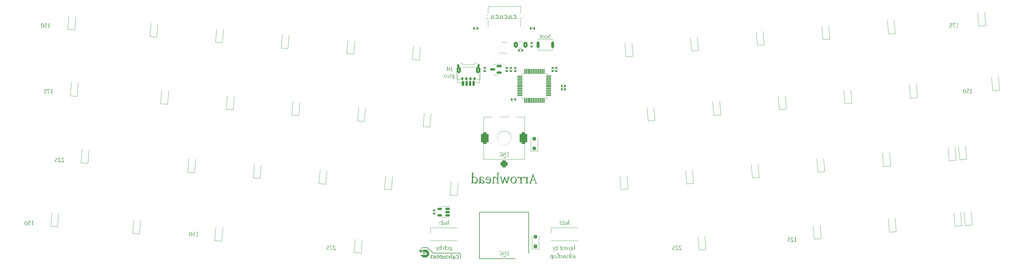
<source format=gbr>
%TF.GenerationSoftware,KiCad,Pcbnew,(7.0.0)*%
%TF.CreationDate,2024-04-21T21:40:02+02:00*%
%TF.ProjectId,Arrowhead,4172726f-7768-4656-9164-2e6b69636164,rev?*%
%TF.SameCoordinates,Original*%
%TF.FileFunction,Legend,Bot*%
%TF.FilePolarity,Positive*%
%FSLAX46Y46*%
G04 Gerber Fmt 4.6, Leading zero omitted, Abs format (unit mm)*
G04 Created by KiCad (PCBNEW (7.0.0)) date 2024-04-21 21:40:02*
%MOMM*%
%LPD*%
G01*
G04 APERTURE LIST*
G04 Aperture macros list*
%AMRoundRect*
0 Rectangle with rounded corners*
0 $1 Rounding radius*
0 $2 $3 $4 $5 $6 $7 $8 $9 X,Y pos of 4 corners*
0 Add a 4 corners polygon primitive as box body*
4,1,4,$2,$3,$4,$5,$6,$7,$8,$9,$2,$3,0*
0 Add four circle primitives for the rounded corners*
1,1,$1+$1,$2,$3*
1,1,$1+$1,$4,$5*
1,1,$1+$1,$6,$7*
1,1,$1+$1,$8,$9*
0 Add four rect primitives between the rounded corners*
20,1,$1+$1,$2,$3,$4,$5,0*
20,1,$1+$1,$4,$5,$6,$7,0*
20,1,$1+$1,$6,$7,$8,$9,0*
20,1,$1+$1,$8,$9,$2,$3,0*%
%AMFreePoly0*
4,1,6,0.600000,-0.250000,-0.600000,-0.250000,-0.600000,1.000000,0.000000,0.400000,0.600000,1.000000,0.600000,-0.250000,0.600000,-0.250000,$1*%
%AMFreePoly1*
4,1,6,0.600000,0.200000,0.000000,-0.400000,-0.600000,0.200000,-0.600000,0.400000,0.600000,0.400000,0.600000,0.200000,0.600000,0.200000,$1*%
G04 Aperture macros list end*
%ADD10C,0.200000*%
%ADD11C,0.150000*%
%ADD12C,0.125000*%
%ADD13C,0.124000*%
%ADD14C,0.375000*%
%ADD15C,0.120000*%
%ADD16C,0.100000*%
%ADD17C,1.750000*%
%ADD18C,3.987800*%
%ADD19C,2.300000*%
%ADD20O,2.100000X1.600000*%
%ADD21FreePoly0,270.000000*%
%ADD22FreePoly1,270.000000*%
%ADD23C,1.600000*%
%ADD24C,4.000000*%
%ADD25C,2.000000*%
%ADD26RoundRect,0.500000X0.500000X-0.500000X0.500000X0.500000X-0.500000X0.500000X-0.500000X-0.500000X0*%
%ADD27RoundRect,0.550000X0.550000X-1.150000X0.550000X1.150000X-0.550000X1.150000X-0.550000X-1.150000X0*%
%ADD28RoundRect,0.150000X0.587500X0.150000X-0.587500X0.150000X-0.587500X-0.150000X0.587500X-0.150000X0*%
%ADD29RoundRect,0.250000X0.272712X-0.325005X0.325005X0.272712X-0.272712X0.325005X-0.325005X-0.272712X0*%
%ADD30RoundRect,0.140000X0.140000X0.170000X-0.140000X0.170000X-0.140000X-0.170000X0.140000X-0.170000X0*%
%ADD31RoundRect,0.250000X-0.375000X-0.625000X0.375000X-0.625000X0.375000X0.625000X-0.375000X0.625000X0*%
%ADD32RoundRect,0.140000X-0.140000X-0.170000X0.140000X-0.170000X0.140000X0.170000X-0.140000X0.170000X0*%
%ADD33RoundRect,0.250000X0.325005X-0.272712X0.272712X0.325005X-0.325005X0.272712X-0.272712X-0.325005X0*%
%ADD34RoundRect,0.200000X0.200000X0.800000X-0.200000X0.800000X-0.200000X-0.800000X0.200000X-0.800000X0*%
%ADD35RoundRect,0.140000X0.170000X-0.140000X0.170000X0.140000X-0.170000X0.140000X-0.170000X-0.140000X0*%
%ADD36RoundRect,0.140000X-0.170000X0.140000X-0.170000X-0.140000X0.170000X-0.140000X0.170000X0.140000X0*%
%ADD37RoundRect,0.150000X0.512500X0.150000X-0.512500X0.150000X-0.512500X-0.150000X0.512500X-0.150000X0*%
%ADD38RoundRect,0.250000X0.300000X-0.300000X0.300000X0.300000X-0.300000X0.300000X-0.300000X-0.300000X0*%
%ADD39RoundRect,0.135000X-0.135000X-0.185000X0.135000X-0.185000X0.135000X0.185000X-0.135000X0.185000X0*%
%ADD40R,1.700000X1.000000*%
%ADD41RoundRect,0.150000X-0.150000X-0.625000X0.150000X-0.625000X0.150000X0.625000X-0.150000X0.625000X0*%
%ADD42RoundRect,0.250000X-0.350000X-0.650000X0.350000X-0.650000X0.350000X0.650000X-0.350000X0.650000X0*%
%ADD43RoundRect,0.150000X-0.150000X-0.275000X0.150000X-0.275000X0.150000X0.275000X-0.150000X0.275000X0*%
%ADD44RoundRect,0.175000X-0.175000X-0.225000X0.175000X-0.225000X0.175000X0.225000X-0.175000X0.225000X0*%
%ADD45C,0.650000*%
%ADD46R,0.600000X1.450000*%
%ADD47R,0.300000X1.450000*%
%ADD48O,1.000000X1.600000*%
%ADD49O,1.000000X2.100000*%
%ADD50R,0.700000X1.000000*%
%ADD51R,0.700000X0.600000*%
%ADD52RoundRect,0.135000X0.185000X-0.135000X0.185000X0.135000X-0.185000X0.135000X-0.185000X-0.135000X0*%
%ADD53RoundRect,0.075000X0.662500X0.075000X-0.662500X0.075000X-0.662500X-0.075000X0.662500X-0.075000X0*%
%ADD54RoundRect,0.075000X0.075000X0.662500X-0.075000X0.662500X-0.075000X-0.662500X0.075000X-0.662500X0*%
G04 APERTURE END LIST*
D10*
X158883161Y-103187500D02*
X160354419Y-104658758D01*
X158666950Y-103097942D02*
X157476322Y-103097942D01*
D11*
X173831250Y-92868750D02*
X173831250Y-106362500D01*
D10*
X157043900Y-103403711D02*
X157260111Y-103187500D01*
D12*
X180675000Y-105568750D02*
X181275000Y-105568750D01*
D11*
X188118750Y-92868750D02*
X188118750Y-104775000D01*
D10*
X160354426Y-104658751D02*
G75*
G03*
X160635052Y-104775000I280774J280951D01*
G01*
D11*
X173831250Y-106362500D02*
X184150000Y-106362500D01*
D10*
X160635052Y-104775000D02*
X167977447Y-104775000D01*
X168374300Y-105171876D02*
G75*
G03*
X167977447Y-104775000I-396700J176D01*
G01*
X168374323Y-105171876D02*
X168375178Y-106291013D01*
D12*
X180975000Y-105868750D02*
X180675000Y-105568750D01*
D10*
X157476322Y-103097967D02*
G75*
G03*
X157260111Y-103187500I-122J-305533D01*
G01*
D11*
X188118750Y-92868750D02*
X173831250Y-92868750D01*
D13*
X181275000Y-105568750D02*
X180975000Y-105868750D01*
D10*
X158883155Y-103187506D02*
G75*
G03*
X158666950Y-103097942I-216255J-216294D01*
G01*
D11*
G36*
X201172736Y-105329607D02*
G01*
X201186219Y-105330717D01*
X201198489Y-105332435D01*
X201211025Y-105334839D01*
X201223734Y-105337835D01*
X201236518Y-105341327D01*
X201249379Y-105345315D01*
X201262316Y-105349799D01*
X201275005Y-105354588D01*
X201287428Y-105359798D01*
X201299582Y-105365427D01*
X201311470Y-105371475D01*
X201320125Y-105376076D01*
X201331163Y-105382278D01*
X201342898Y-105389346D01*
X201353907Y-105396510D01*
X201364975Y-105404315D01*
X201375737Y-105412462D01*
X201386193Y-105420954D01*
X201396345Y-105429788D01*
X201406191Y-105438967D01*
X201415731Y-105448488D01*
X201424967Y-105458353D01*
X201433897Y-105468562D01*
X201442512Y-105479066D01*
X201450803Y-105489819D01*
X201458770Y-105500819D01*
X201466412Y-105512068D01*
X201473729Y-105523564D01*
X201480723Y-105535309D01*
X201487392Y-105547302D01*
X201493736Y-105559542D01*
X201499661Y-105571926D01*
X201505223Y-105584501D01*
X201510423Y-105597266D01*
X201515260Y-105610223D01*
X201519735Y-105623370D01*
X201523847Y-105636708D01*
X201527596Y-105650237D01*
X201530983Y-105663956D01*
X201533989Y-105677724D01*
X201536593Y-105691548D01*
X201538797Y-105705430D01*
X201540601Y-105719369D01*
X201542003Y-105733365D01*
X201543005Y-105747419D01*
X201543606Y-105761529D01*
X201543806Y-105775697D01*
X201543701Y-105786887D01*
X201543150Y-105803418D01*
X201542127Y-105819642D01*
X201540632Y-105835560D01*
X201538664Y-105851173D01*
X201536224Y-105866480D01*
X201533311Y-105881480D01*
X201529927Y-105896175D01*
X201526070Y-105910564D01*
X201521741Y-105924647D01*
X201516939Y-105938424D01*
X201513471Y-105947388D01*
X201508001Y-105960529D01*
X201502209Y-105973305D01*
X201496094Y-105985716D01*
X201489658Y-105997763D01*
X201482899Y-106009444D01*
X201475819Y-106020761D01*
X201468416Y-106031712D01*
X201460692Y-106042299D01*
X201452646Y-106052521D01*
X201444277Y-106062377D01*
X201438536Y-106068698D01*
X201429719Y-106077839D01*
X201420654Y-106086573D01*
X201411343Y-106094898D01*
X201401785Y-106102816D01*
X201391980Y-106110326D01*
X201381929Y-106117427D01*
X201371630Y-106124121D01*
X201361084Y-106130408D01*
X201350292Y-106136286D01*
X201339253Y-106141756D01*
X201327977Y-106146721D01*
X201316588Y-106151198D01*
X201301227Y-106156407D01*
X201285666Y-106160748D01*
X201269905Y-106164221D01*
X201253943Y-106166826D01*
X201237781Y-106168562D01*
X201225528Y-106169295D01*
X201213162Y-106169539D01*
X201210440Y-106169532D01*
X201197016Y-106169303D01*
X201183905Y-106168745D01*
X201171107Y-106167860D01*
X201158622Y-106166646D01*
X201146450Y-106165105D01*
X201132257Y-106162822D01*
X201129909Y-106162388D01*
X201115799Y-106159168D01*
X201104007Y-106155681D01*
X201092185Y-106151464D01*
X201080334Y-106146516D01*
X201068453Y-106140838D01*
X201056542Y-106134429D01*
X201051751Y-106131649D01*
X201039597Y-106124084D01*
X201027190Y-106115639D01*
X201017081Y-106108249D01*
X201006811Y-106100297D01*
X200996378Y-106091782D01*
X200985783Y-106082704D01*
X200975026Y-106073063D01*
X200963896Y-106062783D01*
X200952338Y-106051787D01*
X200943387Y-106043071D01*
X200934195Y-106033952D01*
X200924761Y-106024431D01*
X200915086Y-106014507D01*
X200905169Y-106004180D01*
X200895011Y-105993452D01*
X200884611Y-105982320D01*
X200873970Y-105970786D01*
X200879237Y-105962772D01*
X200886488Y-105952773D01*
X200887006Y-105952072D01*
X200895418Y-105942775D01*
X200905722Y-105935371D01*
X200911703Y-105940268D01*
X200923371Y-105949675D01*
X200934648Y-105958567D01*
X200945534Y-105966944D01*
X200956029Y-105974805D01*
X200966133Y-105982152D01*
X200978212Y-105990610D01*
X200989680Y-105998264D01*
X200996267Y-106002463D01*
X201007006Y-106009045D01*
X201019500Y-106016254D01*
X201031564Y-106022712D01*
X201043199Y-106028418D01*
X201054405Y-106033374D01*
X201058016Y-106034830D01*
X201070429Y-106039419D01*
X201082493Y-106043220D01*
X201095850Y-106046597D01*
X201108749Y-106048944D01*
X201121495Y-106050413D01*
X201134394Y-106051463D01*
X201147446Y-106052092D01*
X201160650Y-106052302D01*
X201175119Y-106051878D01*
X201189215Y-106050604D01*
X201202940Y-106048481D01*
X201216292Y-106045509D01*
X201229272Y-106041688D01*
X201241880Y-106037018D01*
X201254116Y-106031499D01*
X201265980Y-106025130D01*
X201277448Y-106017980D01*
X201288496Y-106010266D01*
X201299124Y-106001989D01*
X201309333Y-105993150D01*
X201319122Y-105983747D01*
X201328491Y-105973782D01*
X201337440Y-105963254D01*
X201345969Y-105952163D01*
X201353974Y-105940566D01*
X201361502Y-105928521D01*
X201368552Y-105916027D01*
X201375126Y-105903085D01*
X201381223Y-105889695D01*
X201386842Y-105875856D01*
X201391984Y-105861569D01*
X201396650Y-105846833D01*
X201399768Y-105835500D01*
X201403474Y-105820213D01*
X201406666Y-105804726D01*
X201409342Y-105789039D01*
X201411503Y-105773151D01*
X201413149Y-105757063D01*
X201414045Y-105744865D01*
X201414651Y-105732555D01*
X201414968Y-105720132D01*
X200963119Y-105720132D01*
X200956278Y-105717408D01*
X200944445Y-105712389D01*
X200932786Y-105707048D01*
X200921304Y-105701386D01*
X200909996Y-105695403D01*
X200899258Y-105689022D01*
X200888167Y-105681480D01*
X200878335Y-105673671D01*
X200868780Y-105664567D01*
X200868804Y-105660165D01*
X200869162Y-105646802D01*
X200869949Y-105633203D01*
X200871165Y-105619368D01*
X200872128Y-105611139D01*
X201009830Y-105611139D01*
X201010888Y-105623860D01*
X201016242Y-105635563D01*
X201017562Y-105636709D01*
X201029503Y-105641073D01*
X201042498Y-105641974D01*
X201409778Y-105641974D01*
X201409290Y-105638739D01*
X201407110Y-105625971D01*
X201404567Y-105613480D01*
X201401662Y-105601266D01*
X201398394Y-105589328D01*
X201393800Y-105574794D01*
X201388639Y-105560694D01*
X201382911Y-105547025D01*
X201380433Y-105541691D01*
X201373924Y-105528761D01*
X201366969Y-105516414D01*
X201359566Y-105504647D01*
X201351715Y-105493462D01*
X201343418Y-105482858D01*
X201334673Y-105472836D01*
X201331053Y-105468998D01*
X201321709Y-105459884D01*
X201311947Y-105451455D01*
X201301768Y-105443713D01*
X201291172Y-105436655D01*
X201280159Y-105430284D01*
X201268728Y-105424598D01*
X201264006Y-105422528D01*
X201251963Y-105417936D01*
X201239576Y-105414180D01*
X201226847Y-105411258D01*
X201213774Y-105409171D01*
X201200359Y-105407919D01*
X201186601Y-105407501D01*
X201172967Y-105407864D01*
X201160001Y-105408951D01*
X201147703Y-105410764D01*
X201133270Y-105414050D01*
X201119880Y-105418468D01*
X201107534Y-105424020D01*
X201096231Y-105430704D01*
X201087773Y-105436586D01*
X201077885Y-105444381D01*
X201068757Y-105452668D01*
X201058808Y-105463262D01*
X201049953Y-105474564D01*
X201042192Y-105486575D01*
X201039801Y-105490665D01*
X201033243Y-105503023D01*
X201027608Y-105515510D01*
X201022896Y-105528125D01*
X201019107Y-105540869D01*
X201016242Y-105553742D01*
X201015465Y-105558009D01*
X201013437Y-105570266D01*
X201011640Y-105583536D01*
X201010337Y-105597341D01*
X201009830Y-105611139D01*
X200872128Y-105611139D01*
X200872811Y-105605296D01*
X200874886Y-105590989D01*
X200875645Y-105586148D01*
X200877833Y-105574098D01*
X200880439Y-105562123D01*
X200883462Y-105550223D01*
X200886903Y-105538397D01*
X200890761Y-105526645D01*
X200895036Y-105514968D01*
X200896824Y-105510290D01*
X200901575Y-105498729D01*
X200906728Y-105487362D01*
X200912284Y-105476189D01*
X200918243Y-105465210D01*
X200924604Y-105454424D01*
X200931367Y-105443832D01*
X200934194Y-105439630D01*
X200941615Y-105429415D01*
X200949542Y-105419618D01*
X200957977Y-105410238D01*
X200966918Y-105401276D01*
X200976367Y-105392731D01*
X200986322Y-105384603D01*
X200990449Y-105381477D01*
X201001154Y-105374014D01*
X201012411Y-105367058D01*
X201024219Y-105360609D01*
X201036579Y-105354667D01*
X201049490Y-105349232D01*
X201062953Y-105344303D01*
X201068458Y-105342492D01*
X201082638Y-105338474D01*
X201097414Y-105335187D01*
X201109665Y-105333084D01*
X201122296Y-105331447D01*
X201135310Y-105330279D01*
X201148705Y-105329577D01*
X201162482Y-105329344D01*
X201172736Y-105329607D01*
G37*
G36*
X200752459Y-106150000D02*
G01*
X200752459Y-106113058D01*
X200739036Y-106110861D01*
X200726470Y-106108621D01*
X200712896Y-106105954D01*
X200700491Y-106103228D01*
X200690788Y-106100846D01*
X200678938Y-106097506D01*
X200667204Y-106093795D01*
X200655158Y-106089325D01*
X200651404Y-106087718D01*
X200640159Y-106082049D01*
X200630338Y-106074590D01*
X200623943Y-106063804D01*
X200623621Y-106060851D01*
X200623621Y-105039000D01*
X200623804Y-105025175D01*
X200624351Y-105012553D01*
X200625451Y-104999346D01*
X200627316Y-104986256D01*
X200628811Y-104979160D01*
X200632890Y-104966686D01*
X200639305Y-104955443D01*
X200647740Y-104946798D01*
X200658304Y-104940282D01*
X200669848Y-104935797D01*
X200681819Y-104932934D01*
X200684682Y-104932449D01*
X200697085Y-104930445D01*
X200709252Y-104928661D01*
X200722647Y-104926847D01*
X200735105Y-104925270D01*
X200743911Y-104924206D01*
X200743911Y-104890012D01*
X200728650Y-104886925D01*
X200713705Y-104883772D01*
X200699074Y-104880552D01*
X200684758Y-104877265D01*
X200670757Y-104873912D01*
X200657071Y-104870491D01*
X200643700Y-104867004D01*
X200630643Y-104863450D01*
X200617716Y-104859586D01*
X200604731Y-104855322D01*
X200591688Y-104850656D01*
X200578589Y-104845590D01*
X200565432Y-104840123D01*
X200552218Y-104834256D01*
X200538947Y-104827987D01*
X200525619Y-104821318D01*
X200494783Y-104850322D01*
X200494783Y-106060851D01*
X200489232Y-106072246D01*
X200478469Y-106080600D01*
X200467564Y-106086554D01*
X200465779Y-106087412D01*
X200453350Y-106092500D01*
X200440795Y-106096641D01*
X200426243Y-106100693D01*
X200413162Y-106103870D01*
X200398803Y-106106990D01*
X200383166Y-106110052D01*
X200370599Y-106112312D01*
X200366250Y-106113058D01*
X200366250Y-106150000D01*
X200752459Y-106150000D01*
G37*
G36*
X200282903Y-106150000D02*
G01*
X200282903Y-106113058D01*
X200269169Y-106109523D01*
X200256208Y-106106093D01*
X200244019Y-106102768D01*
X200229871Y-106098759D01*
X200216930Y-106094915D01*
X200205196Y-106091234D01*
X200194670Y-106087718D01*
X200182298Y-106082571D01*
X200171879Y-106076188D01*
X200164034Y-106066540D01*
X200162918Y-106060851D01*
X200162918Y-105039000D01*
X200163079Y-105024864D01*
X200163562Y-105011995D01*
X200164533Y-104998581D01*
X200166178Y-104985363D01*
X200167498Y-104978244D01*
X200171225Y-104965931D01*
X200177321Y-104954797D01*
X200185511Y-104946188D01*
X200195937Y-104939533D01*
X200207481Y-104935049D01*
X200219553Y-104932288D01*
X200222452Y-104931838D01*
X200235046Y-104930102D01*
X200247443Y-104928489D01*
X200261126Y-104926788D01*
X200273877Y-104925260D01*
X200282903Y-104924206D01*
X200282903Y-104890012D01*
X200268133Y-104886901D01*
X200253441Y-104883677D01*
X200238824Y-104880337D01*
X200224284Y-104876884D01*
X200209820Y-104873315D01*
X200195433Y-104869633D01*
X200181122Y-104865835D01*
X200166887Y-104861924D01*
X200152819Y-104857816D01*
X200139162Y-104853433D01*
X200125914Y-104848772D01*
X200113077Y-104843835D01*
X200100651Y-104838621D01*
X200088634Y-104833130D01*
X200077028Y-104827362D01*
X200065832Y-104821318D01*
X200034080Y-104850322D01*
X200034080Y-105690212D01*
X199769382Y-105460624D01*
X199759622Y-105451694D01*
X199750188Y-105442144D01*
X199741983Y-105432374D01*
X199735591Y-105421879D01*
X199735188Y-105420935D01*
X199732616Y-105408520D01*
X199737325Y-105398342D01*
X199748316Y-105392007D01*
X199760166Y-105388959D01*
X199764802Y-105388267D01*
X199777122Y-105386818D01*
X199790038Y-105385906D01*
X199803550Y-105385530D01*
X199806324Y-105385519D01*
X199806324Y-105348883D01*
X199480870Y-105348883D01*
X199480870Y-105385519D01*
X199494852Y-105387315D01*
X199508405Y-105389498D01*
X199521528Y-105392067D01*
X199534222Y-105395022D01*
X199546486Y-105398364D01*
X199550479Y-105399563D01*
X199562536Y-105403903D01*
X199574894Y-105409595D01*
X199587552Y-105416640D01*
X199598330Y-105423544D01*
X199609317Y-105431386D01*
X199618257Y-105438337D01*
X199911043Y-105670978D01*
X199588337Y-106046807D01*
X199579278Y-106056467D01*
X199569961Y-106064839D01*
X199563607Y-106069705D01*
X199552588Y-106076294D01*
X199540863Y-106081674D01*
X199535214Y-106083749D01*
X199523021Y-106086897D01*
X199510939Y-106088878D01*
X199500409Y-106089855D01*
X199487690Y-106090350D01*
X199475377Y-106090336D01*
X199462242Y-106089888D01*
X199456140Y-106089549D01*
X199450950Y-106126186D01*
X199463430Y-106128991D01*
X199475833Y-106131605D01*
X199488159Y-106134028D01*
X199500409Y-106136261D01*
X199513882Y-106138569D01*
X199526824Y-106140683D01*
X199539235Y-106142604D01*
X199545900Y-106143588D01*
X199558649Y-106145377D01*
X199571708Y-106147069D01*
X199583757Y-106148473D01*
X199596664Y-106149517D01*
X199608792Y-106150000D01*
X199621912Y-106149645D01*
X199635943Y-106148337D01*
X199648601Y-106146064D01*
X199661386Y-106142286D01*
X199667105Y-106139924D01*
X199677772Y-106133837D01*
X199688095Y-106125957D01*
X199698074Y-106116283D01*
X199706525Y-106106346D01*
X199707711Y-106104815D01*
X200034080Y-105696929D01*
X200034080Y-106059630D01*
X200031215Y-106071516D01*
X200031027Y-106071842D01*
X200021833Y-106080679D01*
X200018510Y-106082833D01*
X200007557Y-106088320D01*
X199995801Y-106093193D01*
X199990116Y-106095350D01*
X199978455Y-106099566D01*
X199966386Y-106103759D01*
X199954510Y-106107772D01*
X199941408Y-106112107D01*
X199939436Y-106112752D01*
X199939436Y-106150000D01*
X200282903Y-106150000D01*
G37*
G36*
X199395690Y-106150000D02*
G01*
X199395690Y-106113363D01*
X199381541Y-106110281D01*
X199368251Y-106107143D01*
X199355820Y-106103946D01*
X199341488Y-106099871D01*
X199328497Y-106095706D01*
X199316849Y-106091451D01*
X199306542Y-106087107D01*
X199294408Y-106081065D01*
X199283186Y-106073597D01*
X199275674Y-106063407D01*
X199275401Y-106061156D01*
X199275401Y-105577250D01*
X199275445Y-105564017D01*
X199275580Y-105551603D01*
X199275859Y-105537790D01*
X199276267Y-105525156D01*
X199276905Y-105511910D01*
X199277233Y-105506725D01*
X199278740Y-105494036D01*
X199281850Y-105481539D01*
X199287062Y-105469864D01*
X199290361Y-105464898D01*
X199299504Y-105455587D01*
X199310571Y-105448814D01*
X199322775Y-105444094D01*
X199325776Y-105443222D01*
X199339305Y-105439883D01*
X199353302Y-105437242D01*
X199366905Y-105435189D01*
X199379372Y-105433625D01*
X199392868Y-105432195D01*
X199395690Y-105431926D01*
X199395690Y-105397732D01*
X199382219Y-105395022D01*
X199370118Y-105392463D01*
X199357725Y-105389729D01*
X199345040Y-105386820D01*
X199339515Y-105385519D01*
X199326573Y-105382241D01*
X199313660Y-105378816D01*
X199300777Y-105375245D01*
X199287923Y-105371528D01*
X199280591Y-105369338D01*
X199267900Y-105365287D01*
X199255471Y-105361149D01*
X199243306Y-105356923D01*
X199231404Y-105352609D01*
X199224720Y-105350104D01*
X199213304Y-105345563D01*
X199200758Y-105340373D01*
X199188746Y-105335182D01*
X199177269Y-105329992D01*
X199175872Y-105329344D01*
X199146563Y-105329344D01*
X199146563Y-106061156D01*
X199140257Y-106071675D01*
X199130420Y-106079016D01*
X199119630Y-106085261D01*
X199117864Y-106086191D01*
X199105911Y-106091704D01*
X199094129Y-106096151D01*
X199080693Y-106100464D01*
X199068753Y-106103818D01*
X199055754Y-106107085D01*
X199041696Y-106110267D01*
X199026578Y-106113363D01*
X199026578Y-106150000D01*
X199395690Y-106150000D01*
G37*
G36*
X199120917Y-105077163D02*
G01*
X199121545Y-105090193D01*
X199123429Y-105102837D01*
X199126568Y-105115094D01*
X199128855Y-105121737D01*
X199133607Y-105133152D01*
X199139964Y-105144816D01*
X199147453Y-105155406D01*
X199149921Y-105158374D01*
X199158603Y-105167509D01*
X199168239Y-105175451D01*
X199178829Y-105182202D01*
X199181062Y-105183408D01*
X199192648Y-105188238D01*
X199204890Y-105191280D01*
X199217788Y-105192532D01*
X199220446Y-105192568D01*
X199234213Y-105191827D01*
X199246435Y-105189605D01*
X199258740Y-105185141D01*
X199270227Y-105177570D01*
X199276011Y-105171502D01*
X199283358Y-105159862D01*
X199288064Y-105147861D01*
X199291163Y-105134166D01*
X199292541Y-105121079D01*
X199292803Y-105111662D01*
X199292199Y-105098632D01*
X199290388Y-105085988D01*
X199287369Y-105073731D01*
X199285170Y-105067088D01*
X199280247Y-105055673D01*
X199273699Y-105044009D01*
X199266019Y-105033419D01*
X199263494Y-105030451D01*
X199254549Y-105021376D01*
X199244889Y-105013612D01*
X199234514Y-105007160D01*
X199232353Y-105006027D01*
X199220988Y-105001358D01*
X199209026Y-104998418D01*
X199196468Y-104997208D01*
X199193885Y-104997173D01*
X199180845Y-104997876D01*
X199165453Y-105001001D01*
X199152342Y-105006625D01*
X199141511Y-105014749D01*
X199132960Y-105025373D01*
X199126689Y-105038496D01*
X199122699Y-105054119D01*
X199121202Y-105067477D01*
X199120917Y-105077163D01*
G37*
G36*
X198406812Y-106150000D02*
G01*
X198406812Y-106113668D01*
X198391833Y-106109690D01*
X198377885Y-106105845D01*
X198364966Y-106102134D01*
X198353079Y-106098556D01*
X198339668Y-106094271D01*
X198327867Y-106090196D01*
X198315832Y-106085580D01*
X198304411Y-106080371D01*
X198293850Y-106073674D01*
X198286637Y-106063255D01*
X198286523Y-106061767D01*
X198286523Y-105613581D01*
X198286618Y-105600987D01*
X198287006Y-105586104D01*
X198287691Y-105572174D01*
X198288675Y-105559199D01*
X198290249Y-105544888D01*
X198292253Y-105531951D01*
X198292629Y-105529928D01*
X198295517Y-105516427D01*
X198299107Y-105504241D01*
X198304068Y-105491924D01*
X198310744Y-105480120D01*
X198311557Y-105478942D01*
X198319422Y-105469261D01*
X198329690Y-105460770D01*
X198341569Y-105454663D01*
X198345446Y-105453297D01*
X198357996Y-105450050D01*
X198370327Y-105448056D01*
X198383766Y-105446902D01*
X198396432Y-105446580D01*
X198410094Y-105447382D01*
X198422675Y-105449398D01*
X198435840Y-105452641D01*
X198447589Y-105456398D01*
X198455661Y-105459403D01*
X198468083Y-105464644D01*
X198480848Y-105470981D01*
X198491749Y-105477097D01*
X198502887Y-105483974D01*
X198514265Y-105491611D01*
X198525881Y-105500008D01*
X198537610Y-105509123D01*
X198547122Y-105517037D01*
X198556748Y-105525504D01*
X198566489Y-105534525D01*
X198576345Y-105544099D01*
X198586315Y-105554226D01*
X198596400Y-105564907D01*
X198604038Y-105573281D01*
X198614199Y-105584973D01*
X198624379Y-105597305D01*
X198632027Y-105606973D01*
X198639685Y-105617000D01*
X198647354Y-105627387D01*
X198655033Y-105638134D01*
X198662724Y-105649241D01*
X198670425Y-105660706D01*
X198678137Y-105672532D01*
X198685860Y-105684717D01*
X198685860Y-106061767D01*
X198679724Y-106073162D01*
X198669299Y-106080673D01*
X198657685Y-106086614D01*
X198653803Y-106088328D01*
X198640840Y-106093312D01*
X198628776Y-106097383D01*
X198615563Y-106101380D01*
X198601203Y-106105302D01*
X198588888Y-106108386D01*
X198575839Y-106111422D01*
X198565570Y-106113668D01*
X198565570Y-106150000D01*
X198934682Y-106150000D01*
X198934682Y-106113974D01*
X198920948Y-106110434D01*
X198907987Y-106106990D01*
X198895799Y-106103641D01*
X198881650Y-106099589D01*
X198868709Y-106095686D01*
X198856975Y-106091933D01*
X198846449Y-106088328D01*
X198834077Y-106083255D01*
X198822636Y-106076345D01*
X198815194Y-106066456D01*
X198814698Y-106062988D01*
X198814698Y-105554658D01*
X198814815Y-105541008D01*
X198815165Y-105528645D01*
X198815852Y-105516089D01*
X198817140Y-105502756D01*
X198819902Y-105490507D01*
X198825383Y-105479365D01*
X198831184Y-105472531D01*
X198841645Y-105465146D01*
X198853053Y-105460304D01*
X198865409Y-105456966D01*
X198866905Y-105456655D01*
X198880185Y-105454079D01*
X198893809Y-105451856D01*
X198906976Y-105449975D01*
X198921516Y-105448114D01*
X198934682Y-105446580D01*
X198934682Y-105407501D01*
X198920237Y-105404687D01*
X198906060Y-105401586D01*
X198892149Y-105398199D01*
X198878506Y-105394526D01*
X198865130Y-105390566D01*
X198852021Y-105386321D01*
X198839179Y-105381789D01*
X198826605Y-105376971D01*
X198814187Y-105371819D01*
X198801818Y-105366438D01*
X198789496Y-105360828D01*
X198777222Y-105354989D01*
X198764995Y-105348921D01*
X198752816Y-105342624D01*
X198740685Y-105336098D01*
X198728602Y-105329344D01*
X198698682Y-105359263D01*
X198689218Y-105572060D01*
X198682053Y-105561411D01*
X198674753Y-105550987D01*
X198667319Y-105540788D01*
X198659751Y-105530815D01*
X198652049Y-105521068D01*
X198644213Y-105511545D01*
X198636243Y-105502249D01*
X198625407Y-105490203D01*
X198614332Y-105478559D01*
X198605870Y-105470088D01*
X198594483Y-105459083D01*
X198583068Y-105448507D01*
X198571624Y-105438361D01*
X198560151Y-105428644D01*
X198548649Y-105419356D01*
X198537120Y-105410497D01*
X198525561Y-105402068D01*
X198513974Y-105394068D01*
X198502420Y-105386440D01*
X198490961Y-105379280D01*
X198479598Y-105372587D01*
X198468331Y-105366362D01*
X198457159Y-105360604D01*
X198446082Y-105355313D01*
X198432370Y-105349358D01*
X198424214Y-105346135D01*
X198410913Y-105341298D01*
X198398103Y-105337280D01*
X198385785Y-105334083D01*
X198371652Y-105331328D01*
X198358229Y-105329753D01*
X198347583Y-105329344D01*
X198333827Y-105329741D01*
X198320263Y-105330932D01*
X198306893Y-105332918D01*
X198293716Y-105335698D01*
X198280732Y-105339272D01*
X198276448Y-105340640D01*
X198263800Y-105345191D01*
X198251732Y-105350600D01*
X198240244Y-105356869D01*
X198229335Y-105363995D01*
X198219006Y-105371981D01*
X198215692Y-105374834D01*
X198206211Y-105383860D01*
X198197460Y-105393767D01*
X198189438Y-105404554D01*
X198182147Y-105416221D01*
X198175585Y-105428769D01*
X198173560Y-105433147D01*
X198168987Y-105444520D01*
X198165188Y-105456504D01*
X198162165Y-105469099D01*
X198159917Y-105482305D01*
X198158444Y-105496123D01*
X198157746Y-105510552D01*
X198157684Y-105516495D01*
X198157684Y-106061156D01*
X198151915Y-106072252D01*
X198141659Y-106079574D01*
X198131428Y-106084665D01*
X198117954Y-106090003D01*
X198105897Y-106094138D01*
X198091813Y-106098542D01*
X198079085Y-106102258D01*
X198065061Y-106106146D01*
X198049738Y-106110206D01*
X198037395Y-106113363D01*
X198037395Y-106150000D01*
X198406812Y-106150000D01*
G37*
G36*
X197571072Y-105329611D02*
G01*
X197584286Y-105330412D01*
X197597405Y-105331748D01*
X197610428Y-105333618D01*
X197623355Y-105336022D01*
X197636188Y-105338961D01*
X197648925Y-105342433D01*
X197661566Y-105346441D01*
X197673979Y-105350844D01*
X197686181Y-105355657D01*
X197698174Y-105360880D01*
X197709957Y-105366514D01*
X197721530Y-105372558D01*
X197732893Y-105379013D01*
X197744046Y-105385877D01*
X197754989Y-105393152D01*
X197765708Y-105400737D01*
X197776189Y-105408684D01*
X197786431Y-105416994D01*
X197796434Y-105425667D01*
X197806199Y-105434702D01*
X197815725Y-105444100D01*
X197825013Y-105453860D01*
X197834063Y-105463982D01*
X197842759Y-105474334D01*
X197851141Y-105484934D01*
X197859207Y-105495782D01*
X197866959Y-105506878D01*
X197874396Y-105518221D01*
X197881518Y-105529813D01*
X197888326Y-105541654D01*
X197894818Y-105553742D01*
X197900981Y-105566040D01*
X197906801Y-105578509D01*
X197912278Y-105591151D01*
X197917411Y-105603964D01*
X197922200Y-105616949D01*
X197926646Y-105630106D01*
X197930748Y-105643434D01*
X197934508Y-105656934D01*
X197937799Y-105670544D01*
X197940652Y-105684202D01*
X197943066Y-105697907D01*
X197945040Y-105711660D01*
X197946577Y-105725461D01*
X197947674Y-105739309D01*
X197948332Y-105753205D01*
X197948551Y-105767149D01*
X197948453Y-105777937D01*
X197947933Y-105793931D01*
X197946968Y-105809701D01*
X197945557Y-105825244D01*
X197943701Y-105840562D01*
X197941400Y-105855655D01*
X197938653Y-105870523D01*
X197935461Y-105885165D01*
X197931823Y-105899581D01*
X197927740Y-105913773D01*
X197923211Y-105927739D01*
X197919960Y-105936894D01*
X197914771Y-105950328D01*
X197909205Y-105963402D01*
X197903265Y-105976116D01*
X197896948Y-105988471D01*
X197890256Y-106000467D01*
X197883188Y-106012102D01*
X197875744Y-106023379D01*
X197867925Y-106034295D01*
X197859730Y-106044853D01*
X197851160Y-106055050D01*
X197845210Y-106061639D01*
X197836012Y-106071187D01*
X197826487Y-106080333D01*
X197816635Y-106089076D01*
X197806455Y-106097417D01*
X197795948Y-106105355D01*
X197785114Y-106112891D01*
X197773952Y-106120024D01*
X197762463Y-106126755D01*
X197750647Y-106133083D01*
X197738503Y-106139009D01*
X197730236Y-106142706D01*
X197717602Y-106147804D01*
X197704690Y-106152366D01*
X197691499Y-106156391D01*
X197678029Y-106159879D01*
X197664279Y-106162831D01*
X197650251Y-106165246D01*
X197635943Y-106167124D01*
X197621357Y-106168466D01*
X197606491Y-106169271D01*
X197591346Y-106169539D01*
X197578276Y-106169281D01*
X197565319Y-106168509D01*
X197552477Y-106167221D01*
X197539750Y-106165417D01*
X197527137Y-106163099D01*
X197514639Y-106160265D01*
X197502255Y-106156917D01*
X197489986Y-106153053D01*
X197477859Y-106148726D01*
X197465905Y-106143989D01*
X197454122Y-106138842D01*
X197442511Y-106133284D01*
X197431071Y-106127316D01*
X197419804Y-106120938D01*
X197408708Y-106114150D01*
X197397784Y-106106952D01*
X197387060Y-106099295D01*
X197376565Y-106091286D01*
X197366299Y-106082923D01*
X197356263Y-106074208D01*
X197346455Y-106065139D01*
X197336876Y-106055718D01*
X197327526Y-106045943D01*
X197318405Y-106035816D01*
X197309489Y-106025402D01*
X197300907Y-106014769D01*
X197292659Y-106003917D01*
X197284745Y-105992844D01*
X197277165Y-105981553D01*
X197269919Y-105970042D01*
X197263007Y-105958312D01*
X197256428Y-105946362D01*
X197250189Y-105934140D01*
X197244293Y-105921747D01*
X197238740Y-105909182D01*
X197233531Y-105896445D01*
X197228665Y-105883536D01*
X197224142Y-105870456D01*
X197219964Y-105857204D01*
X197216128Y-105843780D01*
X197212694Y-105830151D01*
X197209717Y-105816436D01*
X197207198Y-105802636D01*
X197205137Y-105788749D01*
X197203534Y-105774777D01*
X197202390Y-105760718D01*
X197202272Y-105758295D01*
X197334586Y-105758295D01*
X197334707Y-105772475D01*
X197335069Y-105786391D01*
X197335673Y-105800045D01*
X197336518Y-105813436D01*
X197337605Y-105826563D01*
X197338933Y-105839428D01*
X197340503Y-105852030D01*
X197342314Y-105864369D01*
X197345105Y-105880412D01*
X197348325Y-105895987D01*
X197351988Y-105911052D01*
X197356110Y-105925563D01*
X197360689Y-105939521D01*
X197365727Y-105952926D01*
X197371222Y-105965777D01*
X197377176Y-105978075D01*
X197383587Y-105989820D01*
X197390457Y-106001011D01*
X197397793Y-106011540D01*
X197405607Y-106021448D01*
X197413898Y-106030736D01*
X197422666Y-106039403D01*
X197431911Y-106047451D01*
X197441633Y-106054878D01*
X197451832Y-106061686D01*
X197462508Y-106067873D01*
X197473695Y-106073383D01*
X197485425Y-106078158D01*
X197497699Y-106082198D01*
X197510517Y-106085504D01*
X197523879Y-106088075D01*
X197537785Y-106089912D01*
X197552234Y-106091014D01*
X197567227Y-106091381D01*
X197574704Y-106091137D01*
X197587320Y-106089645D01*
X197600130Y-106086796D01*
X197613134Y-106082591D01*
X197626331Y-106077029D01*
X197639723Y-106070110D01*
X197650575Y-106063599D01*
X197661380Y-106056267D01*
X197671966Y-106048314D01*
X197682332Y-106039742D01*
X197692478Y-106030549D01*
X197702405Y-106020737D01*
X197712113Y-106010304D01*
X197721601Y-105999251D01*
X197730870Y-105987578D01*
X197737575Y-105978454D01*
X197746181Y-105965862D01*
X197754405Y-105952784D01*
X197762247Y-105939220D01*
X197769708Y-105925169D01*
X197776787Y-105910631D01*
X197781846Y-105899408D01*
X197786691Y-105887912D01*
X197791320Y-105876142D01*
X197794241Y-105868178D01*
X197798268Y-105856133D01*
X197801872Y-105843971D01*
X197805052Y-105831690D01*
X197807808Y-105819291D01*
X197810140Y-105806774D01*
X197812047Y-105794140D01*
X197813531Y-105781387D01*
X197814591Y-105768516D01*
X197815227Y-105755526D01*
X197815439Y-105742419D01*
X197815393Y-105733567D01*
X197815148Y-105720435D01*
X197814695Y-105707481D01*
X197814032Y-105694704D01*
X197813160Y-105682104D01*
X197812079Y-105669681D01*
X197810788Y-105657435D01*
X197808742Y-105641383D01*
X197806323Y-105625645D01*
X197803532Y-105610223D01*
X197800250Y-105595139D01*
X197796510Y-105580570D01*
X197792312Y-105566517D01*
X197787657Y-105552978D01*
X197782543Y-105539955D01*
X197776971Y-105527447D01*
X197770941Y-105515455D01*
X197764453Y-105503977D01*
X197757389Y-105493058D01*
X197749780Y-105482739D01*
X197741627Y-105473022D01*
X197732931Y-105463906D01*
X197723691Y-105455391D01*
X197713907Y-105447477D01*
X197703579Y-105440164D01*
X197692707Y-105433452D01*
X197681239Y-105427370D01*
X197669122Y-105422099D01*
X197656357Y-105417638D01*
X197642943Y-105413989D01*
X197628880Y-105411151D01*
X197614168Y-105409123D01*
X197598807Y-105407907D01*
X197582798Y-105407501D01*
X197571797Y-105407945D01*
X197558020Y-105409747D01*
X197544213Y-105412936D01*
X197530376Y-105417511D01*
X197516509Y-105423472D01*
X197505394Y-105429240D01*
X197494260Y-105435894D01*
X197483264Y-105443308D01*
X197472564Y-105451350D01*
X197462160Y-105460023D01*
X197452052Y-105469325D01*
X197442239Y-105479257D01*
X197432722Y-105489819D01*
X197423501Y-105501010D01*
X197414576Y-105512831D01*
X197410200Y-105518920D01*
X197401756Y-105531457D01*
X197393723Y-105544470D01*
X197386100Y-105557961D01*
X197378887Y-105571929D01*
X197372085Y-105586373D01*
X197365692Y-105601295D01*
X197361167Y-105612799D01*
X197356873Y-105624572D01*
X197354174Y-105632536D01*
X197350453Y-105644581D01*
X197347123Y-105656743D01*
X197344184Y-105669024D01*
X197341638Y-105681423D01*
X197339483Y-105693940D01*
X197337720Y-105706575D01*
X197336349Y-105719328D01*
X197335370Y-105732199D01*
X197334782Y-105745188D01*
X197334586Y-105758295D01*
X197202272Y-105758295D01*
X197201703Y-105746574D01*
X197201474Y-105732344D01*
X197201573Y-105721593D01*
X197202092Y-105705650D01*
X197203057Y-105689926D01*
X197204468Y-105674423D01*
X197206324Y-105659139D01*
X197208625Y-105644076D01*
X197211372Y-105629233D01*
X197214564Y-105614609D01*
X197218202Y-105600206D01*
X197222285Y-105586023D01*
X197226814Y-105572060D01*
X197230066Y-105562903D01*
X197235262Y-105549463D01*
X197240839Y-105536378D01*
X197246797Y-105523646D01*
X197253136Y-105511269D01*
X197259856Y-105499246D01*
X197266957Y-105487577D01*
X197274439Y-105476262D01*
X197282302Y-105465301D01*
X197290546Y-105454695D01*
X197299171Y-105444443D01*
X197305084Y-105437780D01*
X197314230Y-105428130D01*
X197323710Y-105418893D01*
X197333522Y-105410069D01*
X197343666Y-105401659D01*
X197354144Y-105393662D01*
X197364954Y-105386078D01*
X197376097Y-105378907D01*
X197387573Y-105372149D01*
X197399381Y-105365805D01*
X197411523Y-105359874D01*
X197419786Y-105356177D01*
X197432400Y-105351079D01*
X197445278Y-105346517D01*
X197458418Y-105342492D01*
X197471821Y-105339004D01*
X197485487Y-105336052D01*
X197499417Y-105333637D01*
X197513609Y-105331759D01*
X197528064Y-105330417D01*
X197542782Y-105329612D01*
X197557763Y-105329344D01*
X197571072Y-105329611D01*
G37*
G36*
X196436383Y-104896423D02*
G01*
X196441774Y-104907461D01*
X196448900Y-104915657D01*
X196458047Y-104924689D01*
X196467302Y-104933276D01*
X196477451Y-104942220D01*
X196478515Y-104943135D01*
X196488253Y-104951233D01*
X196498232Y-104959041D01*
X196508453Y-104966560D01*
X196514235Y-104970612D01*
X196525148Y-104977970D01*
X196535911Y-104984549D01*
X196545376Y-104989541D01*
X196555776Y-104980840D01*
X196566213Y-104972749D01*
X196576689Y-104965269D01*
X196587203Y-104958400D01*
X196597621Y-104951988D01*
X196609068Y-104945505D01*
X196620226Y-104939795D01*
X196627503Y-104936418D01*
X196639286Y-104931331D01*
X196651696Y-104926769D01*
X196663529Y-104923290D01*
X196676215Y-104920522D01*
X196688473Y-104919082D01*
X196691311Y-104919016D01*
X196704237Y-104920223D01*
X196716091Y-104923324D01*
X196728289Y-104928333D01*
X196739244Y-104934281D01*
X196750170Y-104942143D01*
X196759279Y-104950765D01*
X196768152Y-104961126D01*
X196775365Y-104971089D01*
X196782415Y-104982259D01*
X196786566Y-104989541D01*
X196793169Y-105002652D01*
X196798204Y-105014160D01*
X196803019Y-105026575D01*
X196807616Y-105039896D01*
X196811993Y-105054124D01*
X196816150Y-105069258D01*
X196819124Y-105081203D01*
X196821974Y-105093658D01*
X196822897Y-105097923D01*
X196825516Y-105111144D01*
X196827878Y-105125047D01*
X196829981Y-105139630D01*
X196831827Y-105154896D01*
X196833416Y-105170843D01*
X196834747Y-105187472D01*
X196835820Y-105204782D01*
X196836636Y-105222774D01*
X196837037Y-105235147D01*
X196837323Y-105247823D01*
X196837495Y-105260802D01*
X196837552Y-105274084D01*
X196837552Y-105348883D01*
X196615901Y-105348883D01*
X196590867Y-105372697D01*
X196598513Y-105383140D01*
X196606870Y-105393361D01*
X196610406Y-105397426D01*
X196619107Y-105407058D01*
X196627808Y-105416260D01*
X196633609Y-105422156D01*
X196642985Y-105431330D01*
X196652260Y-105440001D01*
X196656507Y-105443832D01*
X196666073Y-105451583D01*
X196675130Y-105456960D01*
X196687645Y-105451170D01*
X196699249Y-105446733D01*
X196712489Y-105442354D01*
X196725140Y-105438648D01*
X196731917Y-105436810D01*
X196744236Y-105433996D01*
X196758106Y-105431658D01*
X196770318Y-105430132D01*
X196783523Y-105428911D01*
X196797719Y-105427995D01*
X196812908Y-105427384D01*
X196829089Y-105427079D01*
X196837552Y-105427041D01*
X196837552Y-106061767D01*
X196829770Y-106071498D01*
X196828698Y-106072147D01*
X196817428Y-106077147D01*
X196805753Y-106080984D01*
X196798168Y-106083138D01*
X196785009Y-106086374D01*
X196771690Y-106089494D01*
X196758784Y-106092412D01*
X196746791Y-106095052D01*
X196742602Y-106095961D01*
X196729304Y-106098784D01*
X196717320Y-106101251D01*
X196704516Y-106103822D01*
X196690892Y-106106498D01*
X196676448Y-106109278D01*
X196664303Y-106111578D01*
X196658033Y-106112752D01*
X196658033Y-106150000D01*
X197086374Y-106150000D01*
X197086374Y-106112752D01*
X197072015Y-106110086D01*
X197058553Y-106107276D01*
X197045988Y-106104323D01*
X197031543Y-106100431D01*
X197018499Y-106096315D01*
X197006856Y-106091975D01*
X196996615Y-106087412D01*
X196984719Y-106080968D01*
X196973717Y-106073368D01*
X196966204Y-106063083D01*
X196966085Y-106061767D01*
X196966085Y-105427041D01*
X197081184Y-105427041D01*
X197099197Y-105404143D01*
X197032336Y-105348883D01*
X196966085Y-105348883D01*
X196966085Y-105322627D01*
X196966031Y-105310196D01*
X196965749Y-105292020D01*
X196965226Y-105274408D01*
X196964461Y-105257359D01*
X196963455Y-105240873D01*
X196962207Y-105224951D01*
X196960718Y-105209593D01*
X196958987Y-105194798D01*
X196957015Y-105180566D01*
X196954801Y-105166898D01*
X196952346Y-105153794D01*
X196949684Y-105141105D01*
X196946851Y-105128796D01*
X196943845Y-105116869D01*
X196939571Y-105101558D01*
X196934991Y-105086925D01*
X196930107Y-105072969D01*
X196924916Y-105059691D01*
X196919421Y-105047090D01*
X196915099Y-105038084D01*
X196909107Y-105026497D01*
X196902887Y-105015396D01*
X196896437Y-105004782D01*
X196888053Y-104992199D01*
X196879312Y-104980376D01*
X196870212Y-104969313D01*
X196860755Y-104959010D01*
X196850949Y-104949104D01*
X196840994Y-104939422D01*
X196830889Y-104929963D01*
X196820636Y-104920728D01*
X196810234Y-104911717D01*
X196799682Y-104902929D01*
X196795420Y-104899476D01*
X196785064Y-104891533D01*
X196774299Y-104883999D01*
X196763125Y-104876874D01*
X196751542Y-104870157D01*
X196744740Y-104866503D01*
X196732747Y-104860311D01*
X196720814Y-104854557D01*
X196708939Y-104849241D01*
X196697122Y-104844364D01*
X196690396Y-104841774D01*
X196678639Y-104837495D01*
X196665526Y-104833250D01*
X196652755Y-104829691D01*
X196640328Y-104826819D01*
X196638799Y-104826509D01*
X196625565Y-104824000D01*
X196612447Y-104822175D01*
X196599945Y-104821339D01*
X196597889Y-104821318D01*
X196584493Y-104821910D01*
X196570869Y-104823685D01*
X196558760Y-104826208D01*
X196546476Y-104829637D01*
X196542934Y-104830783D01*
X196530746Y-104834936D01*
X196519025Y-104839381D01*
X196506202Y-104844820D01*
X196493990Y-104850639D01*
X196491032Y-104852154D01*
X196479660Y-104858279D01*
X196468143Y-104865216D01*
X196457978Y-104872200D01*
X196451953Y-104876884D01*
X196442465Y-104885499D01*
X196436383Y-104896423D01*
G37*
G36*
X196542934Y-106150000D02*
G01*
X196542934Y-106113058D01*
X196529510Y-106110861D01*
X196516945Y-106108621D01*
X196503371Y-106105954D01*
X196490966Y-106103228D01*
X196481263Y-106100846D01*
X196469413Y-106097506D01*
X196457679Y-106093795D01*
X196445633Y-106089325D01*
X196441878Y-106087718D01*
X196430633Y-106082049D01*
X196420812Y-106074590D01*
X196414417Y-106063804D01*
X196414096Y-106060851D01*
X196414096Y-105039000D01*
X196414278Y-105025175D01*
X196414826Y-105012553D01*
X196415926Y-104999346D01*
X196417791Y-104986256D01*
X196419286Y-104979160D01*
X196423365Y-104966686D01*
X196429780Y-104955443D01*
X196438215Y-104946798D01*
X196448778Y-104940282D01*
X196460323Y-104935797D01*
X196472293Y-104932934D01*
X196475157Y-104932449D01*
X196487559Y-104930445D01*
X196499727Y-104928661D01*
X196513121Y-104926847D01*
X196525579Y-104925270D01*
X196534385Y-104924206D01*
X196534385Y-104890012D01*
X196519125Y-104886925D01*
X196504179Y-104883772D01*
X196489549Y-104880552D01*
X196475233Y-104877265D01*
X196461232Y-104873912D01*
X196447546Y-104870491D01*
X196434174Y-104867004D01*
X196421118Y-104863450D01*
X196408190Y-104859586D01*
X196395205Y-104855322D01*
X196382163Y-104850656D01*
X196369064Y-104845590D01*
X196355907Y-104840123D01*
X196342693Y-104834256D01*
X196329422Y-104827987D01*
X196316093Y-104821318D01*
X196285258Y-104850322D01*
X196285258Y-106060851D01*
X196279706Y-106072246D01*
X196268943Y-106080600D01*
X196258038Y-106086554D01*
X196256254Y-106087412D01*
X196243825Y-106092500D01*
X196231270Y-106096641D01*
X196216717Y-106100693D01*
X196203637Y-106103870D01*
X196189278Y-106106990D01*
X196173641Y-106110052D01*
X196161074Y-106112312D01*
X196156725Y-106113058D01*
X196156725Y-106150000D01*
X196542934Y-106150000D01*
G37*
G36*
X195674527Y-105329611D02*
G01*
X195687740Y-105330412D01*
X195700859Y-105331748D01*
X195713882Y-105333618D01*
X195726810Y-105336022D01*
X195739642Y-105338961D01*
X195752379Y-105342433D01*
X195765020Y-105346441D01*
X195777433Y-105350844D01*
X195789636Y-105355657D01*
X195801628Y-105360880D01*
X195813411Y-105366514D01*
X195824984Y-105372558D01*
X195836347Y-105379013D01*
X195847500Y-105385877D01*
X195858443Y-105393152D01*
X195869162Y-105400737D01*
X195879643Y-105408684D01*
X195889885Y-105416994D01*
X195899888Y-105425667D01*
X195909653Y-105434702D01*
X195919180Y-105444100D01*
X195928468Y-105453860D01*
X195937517Y-105463982D01*
X195946213Y-105474334D01*
X195954595Y-105484934D01*
X195962662Y-105495782D01*
X195970413Y-105506878D01*
X195977850Y-105518221D01*
X195984973Y-105529813D01*
X195991780Y-105541654D01*
X195998272Y-105553742D01*
X196004436Y-105566040D01*
X196010256Y-105578509D01*
X196015732Y-105591151D01*
X196020865Y-105603964D01*
X196025654Y-105616949D01*
X196030100Y-105630106D01*
X196034203Y-105643434D01*
X196037962Y-105656934D01*
X196041253Y-105670544D01*
X196044106Y-105684202D01*
X196046520Y-105697907D01*
X196048495Y-105711660D01*
X196050031Y-105725461D01*
X196051128Y-105739309D01*
X196051786Y-105753205D01*
X196052006Y-105767149D01*
X196051907Y-105777937D01*
X196051387Y-105793931D01*
X196050422Y-105809701D01*
X196049011Y-105825244D01*
X196047156Y-105840562D01*
X196044854Y-105855655D01*
X196042107Y-105870523D01*
X196038915Y-105885165D01*
X196035277Y-105899581D01*
X196031194Y-105913773D01*
X196026666Y-105927739D01*
X196023415Y-105936894D01*
X196018225Y-105950328D01*
X196012660Y-105963402D01*
X196006719Y-105976116D01*
X196000402Y-105988471D01*
X195993710Y-106000467D01*
X195986642Y-106012102D01*
X195979199Y-106023379D01*
X195971379Y-106034295D01*
X195963185Y-106044853D01*
X195954614Y-106055050D01*
X195948664Y-106061639D01*
X195939467Y-106071187D01*
X195929942Y-106080333D01*
X195920089Y-106089076D01*
X195909910Y-106097417D01*
X195899403Y-106105355D01*
X195888568Y-106112891D01*
X195877406Y-106120024D01*
X195865917Y-106126755D01*
X195854101Y-106133083D01*
X195841957Y-106139009D01*
X195833690Y-106142706D01*
X195821057Y-106147804D01*
X195808145Y-106152366D01*
X195794953Y-106156391D01*
X195781483Y-106159879D01*
X195767734Y-106162831D01*
X195753705Y-106165246D01*
X195739398Y-106167124D01*
X195724811Y-106168466D01*
X195709945Y-106169271D01*
X195694801Y-106169539D01*
X195681730Y-106169281D01*
X195668773Y-106168509D01*
X195655932Y-106167221D01*
X195643204Y-106165417D01*
X195630591Y-106163099D01*
X195618093Y-106160265D01*
X195605709Y-106156917D01*
X195593440Y-106153053D01*
X195581314Y-106148726D01*
X195569359Y-106143989D01*
X195557576Y-106138842D01*
X195545965Y-106133284D01*
X195534526Y-106127316D01*
X195523258Y-106120938D01*
X195512162Y-106114150D01*
X195501238Y-106106952D01*
X195490514Y-106099295D01*
X195480020Y-106091286D01*
X195469754Y-106082923D01*
X195459717Y-106074208D01*
X195449909Y-106065139D01*
X195440330Y-106055718D01*
X195430980Y-106045943D01*
X195421859Y-106035816D01*
X195412943Y-106025402D01*
X195404362Y-106014769D01*
X195396114Y-106003917D01*
X195388200Y-105992844D01*
X195380619Y-105981553D01*
X195373373Y-105970042D01*
X195366461Y-105958312D01*
X195359883Y-105946362D01*
X195353643Y-105934140D01*
X195347747Y-105921747D01*
X195342194Y-105909182D01*
X195336985Y-105896445D01*
X195332119Y-105883536D01*
X195327597Y-105870456D01*
X195323418Y-105857204D01*
X195319583Y-105843780D01*
X195316148Y-105830151D01*
X195313171Y-105816436D01*
X195310652Y-105802636D01*
X195308592Y-105788749D01*
X195306989Y-105774777D01*
X195305844Y-105760718D01*
X195305726Y-105758295D01*
X195438040Y-105758295D01*
X195438161Y-105772475D01*
X195438523Y-105786391D01*
X195439127Y-105800045D01*
X195439972Y-105813436D01*
X195441059Y-105826563D01*
X195442387Y-105839428D01*
X195443957Y-105852030D01*
X195445768Y-105864369D01*
X195448559Y-105880412D01*
X195451779Y-105895987D01*
X195455443Y-105911052D01*
X195459564Y-105925563D01*
X195464144Y-105939521D01*
X195469181Y-105952926D01*
X195474677Y-105965777D01*
X195480630Y-105978075D01*
X195487042Y-105989820D01*
X195493911Y-106001011D01*
X195501248Y-106011540D01*
X195509062Y-106021448D01*
X195517352Y-106030736D01*
X195526120Y-106039403D01*
X195535365Y-106047451D01*
X195545087Y-106054878D01*
X195555286Y-106061686D01*
X195565963Y-106067873D01*
X195577149Y-106073383D01*
X195588879Y-106078158D01*
X195601154Y-106082198D01*
X195613971Y-106085504D01*
X195627333Y-106088075D01*
X195641239Y-106089912D01*
X195655688Y-106091014D01*
X195670682Y-106091381D01*
X195678158Y-106091137D01*
X195690774Y-106089645D01*
X195703584Y-106086796D01*
X195716588Y-106082591D01*
X195729786Y-106077029D01*
X195743177Y-106070110D01*
X195754030Y-106063599D01*
X195764834Y-106056267D01*
X195775420Y-106048314D01*
X195785786Y-106039742D01*
X195795932Y-106030549D01*
X195805860Y-106020737D01*
X195815567Y-106010304D01*
X195825056Y-105999251D01*
X195834324Y-105987578D01*
X195841029Y-105978454D01*
X195849635Y-105965862D01*
X195857859Y-105952784D01*
X195865701Y-105939220D01*
X195873162Y-105925169D01*
X195880242Y-105910631D01*
X195885300Y-105899408D01*
X195890145Y-105887912D01*
X195894774Y-105876142D01*
X195897695Y-105868178D01*
X195901723Y-105856133D01*
X195905327Y-105843971D01*
X195908506Y-105831690D01*
X195911262Y-105819291D01*
X195913594Y-105806774D01*
X195915502Y-105794140D01*
X195916986Y-105781387D01*
X195918045Y-105768516D01*
X195918681Y-105755526D01*
X195918893Y-105742419D01*
X195918847Y-105733567D01*
X195918603Y-105720435D01*
X195918149Y-105707481D01*
X195917486Y-105694704D01*
X195916614Y-105682104D01*
X195915533Y-105669681D01*
X195914242Y-105657435D01*
X195912196Y-105641383D01*
X195909777Y-105625645D01*
X195906987Y-105610223D01*
X195903705Y-105595139D01*
X195899965Y-105580570D01*
X195895767Y-105566517D01*
X195891111Y-105552978D01*
X195885997Y-105539955D01*
X195880425Y-105527447D01*
X195874395Y-105515455D01*
X195867908Y-105503977D01*
X195860843Y-105493058D01*
X195853234Y-105482739D01*
X195845082Y-105473022D01*
X195836385Y-105463906D01*
X195827145Y-105455391D01*
X195817361Y-105447477D01*
X195807033Y-105440164D01*
X195796161Y-105433452D01*
X195784693Y-105427370D01*
X195772577Y-105422099D01*
X195759811Y-105417638D01*
X195746397Y-105413989D01*
X195732334Y-105411151D01*
X195717622Y-105409123D01*
X195702261Y-105407907D01*
X195686252Y-105407501D01*
X195675252Y-105407945D01*
X195661474Y-105409747D01*
X195647667Y-105412936D01*
X195633830Y-105417511D01*
X195619963Y-105423472D01*
X195608848Y-105429240D01*
X195597714Y-105435894D01*
X195586718Y-105443308D01*
X195576018Y-105451350D01*
X195565614Y-105460023D01*
X195555506Y-105469325D01*
X195545693Y-105479257D01*
X195536176Y-105489819D01*
X195526955Y-105501010D01*
X195518030Y-105512831D01*
X195513654Y-105518920D01*
X195505211Y-105531457D01*
X195497177Y-105544470D01*
X195489554Y-105557961D01*
X195482342Y-105571929D01*
X195475539Y-105586373D01*
X195469147Y-105601295D01*
X195464622Y-105612799D01*
X195460327Y-105624572D01*
X195457629Y-105632536D01*
X195453907Y-105644581D01*
X195450577Y-105656743D01*
X195447639Y-105669024D01*
X195445092Y-105681423D01*
X195442937Y-105693940D01*
X195441174Y-105706575D01*
X195439803Y-105719328D01*
X195438824Y-105732199D01*
X195438236Y-105745188D01*
X195438040Y-105758295D01*
X195305726Y-105758295D01*
X195305157Y-105746574D01*
X195304928Y-105732344D01*
X195305027Y-105721593D01*
X195305547Y-105705650D01*
X195306512Y-105689926D01*
X195307922Y-105674423D01*
X195309778Y-105659139D01*
X195312080Y-105644076D01*
X195314826Y-105629233D01*
X195318019Y-105614609D01*
X195321656Y-105600206D01*
X195325740Y-105586023D01*
X195330268Y-105572060D01*
X195333520Y-105562903D01*
X195338716Y-105549463D01*
X195344293Y-105536378D01*
X195350251Y-105523646D01*
X195356590Y-105511269D01*
X195363310Y-105499246D01*
X195370411Y-105487577D01*
X195377893Y-105476262D01*
X195385756Y-105465301D01*
X195394000Y-105454695D01*
X195402625Y-105444443D01*
X195408538Y-105437780D01*
X195417685Y-105428130D01*
X195427164Y-105418893D01*
X195436976Y-105410069D01*
X195447121Y-105401659D01*
X195457598Y-105393662D01*
X195468408Y-105386078D01*
X195479551Y-105378907D01*
X195491027Y-105372149D01*
X195502836Y-105365805D01*
X195514977Y-105359874D01*
X195523240Y-105356177D01*
X195535855Y-105351079D01*
X195548732Y-105346517D01*
X195561872Y-105342492D01*
X195575275Y-105339004D01*
X195588942Y-105336052D01*
X195602871Y-105333637D01*
X195617063Y-105331759D01*
X195631518Y-105330417D01*
X195646236Y-105329612D01*
X195661217Y-105329344D01*
X195674527Y-105329611D01*
G37*
G36*
X194989874Y-105330200D02*
G01*
X195000693Y-105336060D01*
X195013058Y-105342472D01*
X195025423Y-105348578D01*
X195037787Y-105354378D01*
X195050019Y-105359778D01*
X195062288Y-105364988D01*
X195074596Y-105370006D01*
X195086941Y-105374834D01*
X195088489Y-105375406D01*
X195101021Y-105379937D01*
X195113820Y-105384393D01*
X195126886Y-105388772D01*
X195138538Y-105392541D01*
X195145216Y-105394578D01*
X195157087Y-105398028D01*
X195169192Y-105401332D01*
X195181530Y-105404490D01*
X195194103Y-105407501D01*
X195194103Y-105446580D01*
X195181655Y-105447242D01*
X195167859Y-105448272D01*
X195155308Y-105449560D01*
X195142239Y-105451389D01*
X195129378Y-105453907D01*
X195126483Y-105454585D01*
X195114515Y-105458341D01*
X195103257Y-105463875D01*
X195093353Y-105471615D01*
X195086424Y-105480023D01*
X195080868Y-105491062D01*
X195077477Y-105503977D01*
X195075853Y-105516205D01*
X195074856Y-105528575D01*
X195074279Y-105542356D01*
X195074118Y-105555573D01*
X195074118Y-106471789D01*
X195074894Y-106476221D01*
X195083080Y-106486432D01*
X195093498Y-106492906D01*
X195105870Y-106498351D01*
X195116396Y-106502197D01*
X195128130Y-106506103D01*
X195141071Y-106510068D01*
X195155220Y-106514093D01*
X195167408Y-106517356D01*
X195180369Y-106520657D01*
X195194103Y-106523996D01*
X195194103Y-106560327D01*
X194799956Y-106560327D01*
X194799956Y-106522775D01*
X194814699Y-106520415D01*
X194828589Y-106518027D01*
X194841625Y-106515613D01*
X194857680Y-106512353D01*
X194872218Y-106509045D01*
X194885238Y-106505689D01*
X194899381Y-106501427D01*
X194913224Y-106496214D01*
X194918952Y-106493635D01*
X194930128Y-106487597D01*
X194939990Y-106479791D01*
X194945280Y-106468431D01*
X194945280Y-106054134D01*
X194937638Y-106061017D01*
X194926139Y-106070960D01*
X194914597Y-106080448D01*
X194903013Y-106089479D01*
X194891385Y-106098054D01*
X194879714Y-106106173D01*
X194868000Y-106113835D01*
X194856244Y-106121042D01*
X194844444Y-106127792D01*
X194832602Y-106134086D01*
X194820717Y-106139924D01*
X194812829Y-106143511D01*
X194801185Y-106148456D01*
X194789766Y-106152881D01*
X194774892Y-106157971D01*
X194760419Y-106162135D01*
X194746346Y-106165374D01*
X194732675Y-106167688D01*
X194719403Y-106169076D01*
X194706533Y-106169539D01*
X194701274Y-106169464D01*
X194688188Y-106168619D01*
X194675192Y-106166834D01*
X194662285Y-106164111D01*
X194649467Y-106160448D01*
X194636740Y-106155846D01*
X194624101Y-106150305D01*
X194619042Y-106147885D01*
X194606541Y-106141366D01*
X194594248Y-106134176D01*
X194582164Y-106126316D01*
X194570289Y-106117784D01*
X194558622Y-106108582D01*
X194547165Y-106098709D01*
X194538096Y-106090365D01*
X194529209Y-106081669D01*
X194520503Y-106072619D01*
X194511978Y-106063217D01*
X194503635Y-106053462D01*
X194495473Y-106043353D01*
X194487492Y-106032892D01*
X194479692Y-106022077D01*
X194472117Y-106010934D01*
X194464809Y-105999637D01*
X194457768Y-105988189D01*
X194450994Y-105976587D01*
X194444487Y-105964833D01*
X194438247Y-105952926D01*
X194432275Y-105940867D01*
X194426570Y-105928654D01*
X194421074Y-105916256D01*
X194415884Y-105903791D01*
X194410999Y-105891260D01*
X194406420Y-105878661D01*
X194402145Y-105865996D01*
X194398176Y-105853264D01*
X194394513Y-105840465D01*
X194391154Y-105827599D01*
X194388149Y-105814666D01*
X194385544Y-105801820D01*
X194383341Y-105789059D01*
X194382569Y-105783635D01*
X194494347Y-105783635D01*
X194494605Y-105799878D01*
X194495377Y-105815635D01*
X194496665Y-105830905D01*
X194498469Y-105845688D01*
X194500787Y-105859985D01*
X194503621Y-105873795D01*
X194506969Y-105887119D01*
X194510833Y-105899956D01*
X194515070Y-105912221D01*
X194519687Y-105923979D01*
X194524687Y-105935233D01*
X194531472Y-105948588D01*
X194538855Y-105961154D01*
X194546833Y-105972929D01*
X194555408Y-105983914D01*
X194558999Y-105988086D01*
X194568341Y-105997952D01*
X194578205Y-106007012D01*
X194588591Y-106015268D01*
X194599499Y-106022719D01*
X194610929Y-106029365D01*
X194622880Y-106035205D01*
X194627793Y-106037276D01*
X194640327Y-106041867D01*
X194653219Y-106045624D01*
X194666469Y-106048546D01*
X194680077Y-106050633D01*
X194694042Y-106051885D01*
X194708365Y-106052302D01*
X194718529Y-106052112D01*
X194732026Y-106051310D01*
X194744429Y-106050070D01*
X194757213Y-106048333D01*
X194762051Y-106047481D01*
X194775242Y-106044709D01*
X194787127Y-106041689D01*
X194799334Y-106038114D01*
X194811863Y-106033984D01*
X194813661Y-106033328D01*
X194826479Y-106028317D01*
X194837792Y-106023440D01*
X194849406Y-106018027D01*
X194861320Y-106012077D01*
X194873534Y-106005591D01*
X194877678Y-106003263D01*
X194888237Y-105997109D01*
X194899079Y-105990478D01*
X194910205Y-105983371D01*
X194921613Y-105975786D01*
X194933305Y-105967724D01*
X194945280Y-105959185D01*
X194945280Y-105631899D01*
X194935845Y-105619034D01*
X194926466Y-105606693D01*
X194917145Y-105594877D01*
X194907881Y-105583585D01*
X194898674Y-105572818D01*
X194889524Y-105562576D01*
X194880432Y-105552859D01*
X194871397Y-105543667D01*
X194864680Y-105537041D01*
X194855840Y-105528607D01*
X194844979Y-105518708D01*
X194834326Y-105509525D01*
X194823882Y-105501058D01*
X194813646Y-105493306D01*
X194803620Y-105486270D01*
X194793869Y-105479809D01*
X194782620Y-105472882D01*
X194771865Y-105466857D01*
X194759942Y-105460968D01*
X194747138Y-105455739D01*
X194745583Y-105455176D01*
X194732416Y-105450909D01*
X194719542Y-105447868D01*
X194706533Y-105446580D01*
X194701392Y-105446680D01*
X194688632Y-105447807D01*
X194676007Y-105450186D01*
X194663516Y-105453818D01*
X194651160Y-105458702D01*
X194638937Y-105464837D01*
X194626849Y-105472226D01*
X194624435Y-105473829D01*
X194612641Y-105482437D01*
X194601310Y-105492028D01*
X194590441Y-105502603D01*
X194582079Y-105511772D01*
X194574012Y-105521570D01*
X194566241Y-105531998D01*
X194558766Y-105543056D01*
X194551625Y-105554615D01*
X194544856Y-105566698D01*
X194538459Y-105579306D01*
X194532434Y-105592439D01*
X194526781Y-105606096D01*
X194521500Y-105620279D01*
X194516591Y-105634986D01*
X194512055Y-105650218D01*
X194510965Y-105654082D01*
X194506953Y-105669736D01*
X194504308Y-105681683D01*
X194501973Y-105693807D01*
X194499950Y-105706108D01*
X194498238Y-105718587D01*
X194496837Y-105731242D01*
X194495748Y-105744075D01*
X194494970Y-105757085D01*
X194494503Y-105770271D01*
X194494347Y-105783635D01*
X194382569Y-105783635D01*
X194381537Y-105776384D01*
X194380135Y-105763795D01*
X194379133Y-105751292D01*
X194378532Y-105738875D01*
X194378332Y-105726543D01*
X194378410Y-105715053D01*
X194378824Y-105698090D01*
X194379591Y-105681454D01*
X194380713Y-105665146D01*
X194382189Y-105649165D01*
X194384019Y-105633511D01*
X194386203Y-105618185D01*
X194388741Y-105603186D01*
X194391634Y-105588514D01*
X194394881Y-105574170D01*
X194398482Y-105560153D01*
X194402402Y-105546498D01*
X194406607Y-105533241D01*
X194411096Y-105520381D01*
X194415870Y-105507917D01*
X194420928Y-105495851D01*
X194426270Y-105484183D01*
X194431897Y-105472911D01*
X194437809Y-105462036D01*
X194446133Y-105448154D01*
X194454963Y-105434979D01*
X194464184Y-105422533D01*
X194473834Y-105410841D01*
X194483914Y-105399902D01*
X194494423Y-105389717D01*
X194505362Y-105380286D01*
X194516730Y-105371609D01*
X194528527Y-105363685D01*
X194540753Y-105356516D01*
X194553328Y-105350147D01*
X194566170Y-105344628D01*
X194579279Y-105339958D01*
X194592655Y-105336137D01*
X194606298Y-105333165D01*
X194620208Y-105331042D01*
X194634386Y-105329768D01*
X194648831Y-105329344D01*
X194655228Y-105329530D01*
X194668852Y-105331018D01*
X194681681Y-105333541D01*
X194695357Y-105337204D01*
X194707754Y-105341250D01*
X194720666Y-105346156D01*
X194733986Y-105351941D01*
X194745398Y-105357434D01*
X194757093Y-105363539D01*
X194769071Y-105370255D01*
X194781332Y-105377581D01*
X194788752Y-105382276D01*
X194801273Y-105390614D01*
X194811429Y-105397746D01*
X194821709Y-105405288D01*
X194832113Y-105413240D01*
X194842641Y-105421602D01*
X194853293Y-105430375D01*
X194864070Y-105439558D01*
X194869488Y-105444306D01*
X194880316Y-105454123D01*
X194891136Y-105464370D01*
X194901945Y-105475046D01*
X194912745Y-105486151D01*
X194923536Y-105497686D01*
X194934317Y-105509650D01*
X194942396Y-105518905D01*
X194950471Y-105528401D01*
X194958103Y-105359263D01*
X194988328Y-105329344D01*
X194989874Y-105330200D01*
G37*
G36*
X312408656Y-39495500D02*
G01*
X312408656Y-39442377D01*
X312394277Y-39440695D01*
X312375823Y-39438385D01*
X312358187Y-39435997D01*
X312341370Y-39433532D01*
X312325373Y-39430989D01*
X312310194Y-39428369D01*
X312295834Y-39425671D01*
X312279036Y-39422190D01*
X312263388Y-39418529D01*
X312248760Y-39414851D01*
X312232554Y-39410414D01*
X312217816Y-39405953D01*
X312202479Y-39400716D01*
X312196519Y-39398462D01*
X312182220Y-39392485D01*
X312168779Y-39385868D01*
X312156156Y-39377932D01*
X312152604Y-39375088D01*
X312143198Y-39364287D01*
X312139500Y-39352422D01*
X312139500Y-38554163D01*
X312139612Y-38539791D01*
X312140026Y-38524628D01*
X312140873Y-38509417D01*
X312142302Y-38495002D01*
X312142688Y-38492187D01*
X312145723Y-38478011D01*
X312151517Y-38464648D01*
X312157562Y-38456063D01*
X312170192Y-38449076D01*
X312180582Y-38446147D01*
X312195274Y-38443922D01*
X312210484Y-38443134D01*
X312226480Y-38443252D01*
X312228392Y-38443314D01*
X312242635Y-38443878D01*
X312258403Y-38444950D01*
X312273132Y-38446274D01*
X312288981Y-38447971D01*
X312303045Y-38449671D01*
X312305952Y-38450042D01*
X312321027Y-38452123D01*
X312337037Y-38454601D01*
X312353980Y-38457476D01*
X312368207Y-38460063D01*
X312383032Y-38462905D01*
X312398454Y-38466001D01*
X312414474Y-38469352D01*
X312418572Y-38470229D01*
X312439467Y-38419231D01*
X312423248Y-38414404D01*
X312408895Y-38409907D01*
X312393781Y-38404977D01*
X312377907Y-38399614D01*
X312361271Y-38393819D01*
X312347415Y-38388872D01*
X312340304Y-38386295D01*
X312325945Y-38380933D01*
X312311552Y-38375471D01*
X312297126Y-38369910D01*
X312282666Y-38364249D01*
X312268174Y-38358489D01*
X312253648Y-38352628D01*
X312239089Y-38346669D01*
X312224497Y-38340609D01*
X312209893Y-38334417D01*
X312195478Y-38328236D01*
X312181251Y-38322066D01*
X312167213Y-38315907D01*
X312153362Y-38309759D01*
X312139699Y-38303623D01*
X312126225Y-38297497D01*
X312112939Y-38291382D01*
X312099979Y-38285373D01*
X312084682Y-38278141D01*
X312070388Y-38271220D01*
X312057097Y-38264611D01*
X312042471Y-38257091D01*
X312029290Y-38250019D01*
X312027234Y-38248884D01*
X311990402Y-38283945D01*
X311990402Y-39352422D01*
X311985674Y-39366200D01*
X311979423Y-39374025D01*
X311967698Y-39383350D01*
X311954860Y-39390682D01*
X311940467Y-39397399D01*
X311927260Y-39402667D01*
X311912122Y-39407935D01*
X311897609Y-39412451D01*
X311881676Y-39416966D01*
X311867315Y-39420729D01*
X311864324Y-39421482D01*
X311848522Y-39425167D01*
X311831440Y-39428696D01*
X311816854Y-39431408D01*
X311801448Y-39434020D01*
X311785224Y-39436532D01*
X311768180Y-39438944D01*
X311750317Y-39441258D01*
X311741079Y-39442377D01*
X311741079Y-39495500D01*
X312408656Y-39495500D01*
G37*
G36*
X310744495Y-38331756D02*
G01*
X310750211Y-38345176D01*
X310755938Y-38358610D01*
X310761677Y-38372058D01*
X310767426Y-38385520D01*
X310773187Y-38398996D01*
X310778958Y-38412486D01*
X310784741Y-38425989D01*
X310790535Y-38439506D01*
X310796339Y-38453037D01*
X310802155Y-38466582D01*
X310807982Y-38480141D01*
X310813820Y-38493714D01*
X310819669Y-38507300D01*
X310825529Y-38520901D01*
X310831401Y-38534515D01*
X310837283Y-38548143D01*
X310843117Y-38561723D01*
X310848931Y-38575285D01*
X310854726Y-38588827D01*
X310860502Y-38602350D01*
X310866258Y-38615853D01*
X310871995Y-38629337D01*
X310877713Y-38642802D01*
X310883411Y-38656247D01*
X310889090Y-38669673D01*
X310894750Y-38683080D01*
X310900390Y-38696467D01*
X310906010Y-38709835D01*
X310911612Y-38723184D01*
X310917194Y-38736513D01*
X310922757Y-38749823D01*
X310928300Y-38763113D01*
X310933821Y-38776327D01*
X310939317Y-38789497D01*
X310944789Y-38802623D01*
X310950235Y-38815704D01*
X310958358Y-38835244D01*
X310966425Y-38854683D01*
X310974436Y-38874023D01*
X310982391Y-38893264D01*
X310990290Y-38912405D01*
X310998133Y-38931446D01*
X311005920Y-38950387D01*
X311013651Y-38969229D01*
X311021231Y-38987853D01*
X311028699Y-39006270D01*
X311036056Y-39024482D01*
X311043300Y-39042489D01*
X311050432Y-39060290D01*
X311057452Y-39077886D01*
X311064360Y-39095277D01*
X311071156Y-39112462D01*
X311077840Y-39129441D01*
X311084412Y-39146216D01*
X311088731Y-39157284D01*
X311095116Y-39173691D01*
X311101389Y-39189843D01*
X311107550Y-39205739D01*
X311113599Y-39221380D01*
X311119536Y-39236766D01*
X311125361Y-39251897D01*
X311131073Y-39266772D01*
X311136674Y-39281392D01*
X311142163Y-39295757D01*
X311147539Y-39309867D01*
X311151062Y-39319132D01*
X311156148Y-39332694D01*
X311162639Y-39350205D01*
X311168798Y-39367063D01*
X311174624Y-39383268D01*
X311180119Y-39398820D01*
X311185282Y-39413720D01*
X311190113Y-39427966D01*
X311194612Y-39441559D01*
X311195685Y-39444856D01*
X311208837Y-39453916D01*
X311222263Y-39462502D01*
X311235963Y-39470616D01*
X311249936Y-39478257D01*
X311264184Y-39485424D01*
X311268994Y-39487708D01*
X311283748Y-39494174D01*
X311299324Y-39500292D01*
X311312932Y-39505123D01*
X311327110Y-39509713D01*
X311341859Y-39514060D01*
X311357178Y-39518165D01*
X311397906Y-39485583D01*
X311387130Y-39466823D01*
X311376496Y-39448170D01*
X311366003Y-39429626D01*
X311355651Y-39411189D01*
X311345440Y-39392860D01*
X311335370Y-39374640D01*
X311325441Y-39356527D01*
X311315654Y-39338522D01*
X311306007Y-39320624D01*
X311296502Y-39302835D01*
X311287138Y-39285154D01*
X311277914Y-39267580D01*
X311268832Y-39250115D01*
X311259891Y-39232757D01*
X311251092Y-39215508D01*
X311242433Y-39198366D01*
X311233883Y-39181267D01*
X311225411Y-39164234D01*
X311217017Y-39147268D01*
X311208700Y-39130369D01*
X311200460Y-39113535D01*
X311192298Y-39096768D01*
X311184214Y-39080068D01*
X311176206Y-39063434D01*
X311168277Y-39046866D01*
X311160424Y-39030365D01*
X311152650Y-39013930D01*
X311144952Y-38997562D01*
X311137333Y-38981260D01*
X311129790Y-38965024D01*
X311122325Y-38948855D01*
X311114938Y-38932752D01*
X311107613Y-38916700D01*
X311100335Y-38900684D01*
X311093104Y-38884705D01*
X311085920Y-38868761D01*
X311078783Y-38852853D01*
X311071693Y-38836981D01*
X311064650Y-38821145D01*
X311057654Y-38805346D01*
X311050705Y-38789582D01*
X311043803Y-38773854D01*
X311036949Y-38758162D01*
X311030141Y-38742506D01*
X311023380Y-38726886D01*
X311016666Y-38711302D01*
X311010000Y-38695753D01*
X311003380Y-38680241D01*
X310996776Y-38664739D01*
X310990155Y-38649220D01*
X310983517Y-38633684D01*
X310976863Y-38618132D01*
X310970192Y-38602563D01*
X310963505Y-38586978D01*
X310956801Y-38571375D01*
X310950080Y-38555757D01*
X310943343Y-38540122D01*
X310936589Y-38524470D01*
X310929819Y-38508801D01*
X310923032Y-38493116D01*
X310916228Y-38477415D01*
X310909408Y-38461696D01*
X310902571Y-38445961D01*
X310895718Y-38430210D01*
X311347970Y-38430210D01*
X311362667Y-38430476D01*
X311377011Y-38431272D01*
X311391177Y-38434902D01*
X311404153Y-38442872D01*
X311406051Y-38444376D01*
X311416570Y-38454990D01*
X311425612Y-38466787D01*
X311433979Y-38479625D01*
X311438279Y-38486874D01*
X311446041Y-38501228D01*
X311452963Y-38515663D01*
X311458922Y-38529194D01*
X311465054Y-38544092D01*
X311471359Y-38560355D01*
X311476527Y-38574350D01*
X311522213Y-38556642D01*
X311520235Y-38541113D01*
X311518353Y-38527047D01*
X311516206Y-38511520D01*
X311514422Y-38498915D01*
X311512202Y-38483475D01*
X311509880Y-38467830D01*
X311507457Y-38451983D01*
X311504931Y-38435932D01*
X311503443Y-38426668D01*
X311500809Y-38410450D01*
X311498175Y-38394334D01*
X311495541Y-38378319D01*
X311492907Y-38362406D01*
X311491402Y-38353359D01*
X311488785Y-38338182D01*
X311485835Y-38322372D01*
X311482930Y-38308201D01*
X311479715Y-38294215D01*
X310777431Y-38294215D01*
X310744495Y-38331756D01*
G37*
G36*
X309841407Y-39087162D02*
G01*
X309841640Y-39103100D01*
X309842341Y-39118907D01*
X309843508Y-39134584D01*
X309845142Y-39150129D01*
X309847243Y-39165544D01*
X309849811Y-39180828D01*
X309852846Y-39195982D01*
X309856348Y-39211005D01*
X309860316Y-39225897D01*
X309864752Y-39240658D01*
X309867968Y-39250426D01*
X309873094Y-39264876D01*
X309878643Y-39279009D01*
X309884615Y-39292824D01*
X309891010Y-39306321D01*
X309897829Y-39319501D01*
X309905071Y-39332364D01*
X309912737Y-39344909D01*
X309920826Y-39357137D01*
X309929338Y-39369047D01*
X309938273Y-39380639D01*
X309944465Y-39388191D01*
X309954100Y-39399136D01*
X309964146Y-39409656D01*
X309974602Y-39419754D01*
X309985469Y-39429428D01*
X309996748Y-39438679D01*
X310008437Y-39447506D01*
X310020537Y-39455911D01*
X310033048Y-39463891D01*
X310045969Y-39471449D01*
X310059302Y-39478583D01*
X310068419Y-39483104D01*
X310082405Y-39489370D01*
X310096740Y-39495019D01*
X310111423Y-39500053D01*
X310126455Y-39504470D01*
X310141836Y-39508270D01*
X310157565Y-39511454D01*
X310173643Y-39514022D01*
X310190070Y-39515974D01*
X310206845Y-39517309D01*
X310223969Y-39518028D01*
X310235578Y-39518165D01*
X310252957Y-39517894D01*
X310270299Y-39517082D01*
X310287603Y-39515728D01*
X310304870Y-39513832D01*
X310322100Y-39511395D01*
X310339292Y-39508416D01*
X310356447Y-39504896D01*
X310373565Y-39500834D01*
X310390645Y-39496230D01*
X310407688Y-39491085D01*
X310419029Y-39487354D01*
X310435994Y-39481163D01*
X310452891Y-39474144D01*
X310469719Y-39466297D01*
X310486479Y-39457622D01*
X310503170Y-39448119D01*
X310519792Y-39437788D01*
X310536347Y-39426629D01*
X310552832Y-39414642D01*
X310569249Y-39401827D01*
X310585598Y-39388184D01*
X310596459Y-39378629D01*
X310561398Y-39312049D01*
X310548356Y-39321030D01*
X310535612Y-39329557D01*
X310523166Y-39337631D01*
X310511020Y-39345250D01*
X310496257Y-39354137D01*
X310481962Y-39362315D01*
X310468133Y-39369783D01*
X310465423Y-39371192D01*
X310451975Y-39377931D01*
X310438855Y-39384203D01*
X310423545Y-39391113D01*
X310408708Y-39397351D01*
X310394344Y-39402916D01*
X310385031Y-39406253D01*
X310371430Y-39410627D01*
X310356098Y-39415038D01*
X310341343Y-39418704D01*
X310327163Y-39421624D01*
X310317387Y-39423252D01*
X310302093Y-39425112D01*
X310287019Y-39426440D01*
X310272167Y-39427237D01*
X310257536Y-39427502D01*
X310241676Y-39427104D01*
X310226326Y-39425909D01*
X310211485Y-39423917D01*
X310197153Y-39421128D01*
X310183330Y-39417542D01*
X310166767Y-39411939D01*
X310151000Y-39405091D01*
X310144915Y-39402003D01*
X310130160Y-39393629D01*
X310116217Y-39384441D01*
X310103086Y-39374441D01*
X310090769Y-39363628D01*
X310079264Y-39352002D01*
X310068572Y-39339563D01*
X310064523Y-39334360D01*
X310054951Y-39320786D01*
X310046158Y-39306623D01*
X310038143Y-39291872D01*
X310030906Y-39276534D01*
X310024447Y-39260607D01*
X310018767Y-39244093D01*
X310016712Y-39237323D01*
X310012977Y-39223632D01*
X310009740Y-39209832D01*
X310007001Y-39195920D01*
X310004760Y-39181898D01*
X310003017Y-39167765D01*
X310001772Y-39153521D01*
X310001024Y-39139167D01*
X310000775Y-39124702D01*
X310001036Y-39107542D01*
X310001816Y-39090770D01*
X310003116Y-39074385D01*
X310004937Y-39058387D01*
X310007277Y-39042777D01*
X310010138Y-39027554D01*
X310013519Y-39012718D01*
X310017421Y-38998270D01*
X310021759Y-38984198D01*
X310026629Y-38970668D01*
X310033463Y-38954519D01*
X310041127Y-38939216D01*
X310049621Y-38924762D01*
X310058945Y-38911154D01*
X310067002Y-38900878D01*
X310077846Y-38888702D01*
X310089572Y-38877409D01*
X310102180Y-38866997D01*
X310115670Y-38857467D01*
X310130042Y-38848819D01*
X310145296Y-38841053D01*
X310151644Y-38838193D01*
X310168141Y-38831663D01*
X310181987Y-38827237D01*
X310196407Y-38823518D01*
X310211403Y-38820508D01*
X310226975Y-38818206D01*
X310243122Y-38816612D01*
X310259845Y-38815727D01*
X310272764Y-38815527D01*
X310287841Y-38816113D01*
X310302782Y-38817663D01*
X310317234Y-38819885D01*
X310320575Y-38820486D01*
X310335740Y-38823667D01*
X310349596Y-38827153D01*
X310363806Y-38831259D01*
X310376531Y-38835360D01*
X310391228Y-38840628D01*
X310405925Y-38846516D01*
X310420623Y-38853023D01*
X310433483Y-38859226D01*
X310435320Y-38860151D01*
X310448011Y-38866912D01*
X310460363Y-38874182D01*
X310472375Y-38881961D01*
X310484049Y-38890248D01*
X310490568Y-38895212D01*
X310537670Y-38862275D01*
X310534951Y-38846118D01*
X310532486Y-38831459D01*
X310529896Y-38816054D01*
X310527182Y-38799901D01*
X310524825Y-38785870D01*
X310523858Y-38780112D01*
X310521304Y-38765484D01*
X310518733Y-38750597D01*
X310516144Y-38735451D01*
X310513538Y-38720045D01*
X310510915Y-38704379D01*
X310508274Y-38688455D01*
X310507213Y-38682012D01*
X310504557Y-38665802D01*
X310501901Y-38649488D01*
X310499245Y-38633071D01*
X310496588Y-38616549D01*
X310493932Y-38599924D01*
X310491276Y-38583195D01*
X310490214Y-38576475D01*
X310487601Y-38559620D01*
X310485074Y-38542920D01*
X310482634Y-38526376D01*
X310480281Y-38509988D01*
X310478014Y-38493756D01*
X310475833Y-38477679D01*
X310474985Y-38471292D01*
X310472824Y-38455382D01*
X310470766Y-38439750D01*
X310468812Y-38424394D01*
X310466961Y-38409315D01*
X310465215Y-38394512D01*
X310463572Y-38379987D01*
X310462944Y-38374254D01*
X310461464Y-38360160D01*
X310459870Y-38344024D01*
X310458476Y-38328735D01*
X310457280Y-38314292D01*
X310456138Y-38298512D01*
X310455861Y-38294215D01*
X310021670Y-38294215D01*
X310005923Y-38294215D01*
X309991353Y-38294215D01*
X309976544Y-38294215D01*
X309971027Y-38294215D01*
X309956642Y-38294215D01*
X309941477Y-38294215D01*
X309933132Y-38294215D01*
X309920184Y-38286380D01*
X309908430Y-38277747D01*
X309901259Y-38271550D01*
X309872218Y-38302715D01*
X309880185Y-38314611D01*
X309888988Y-38326926D01*
X309897717Y-38338484D01*
X309906827Y-38350077D01*
X309916006Y-38361394D01*
X309925254Y-38372433D01*
X309927112Y-38374608D01*
X309937296Y-38386002D01*
X309947397Y-38396810D01*
X309956506Y-38406128D01*
X309966998Y-38416320D01*
X309978231Y-38426450D01*
X309982714Y-38430210D01*
X310368385Y-38430210D01*
X310369470Y-38445571D01*
X310370746Y-38460683D01*
X310372082Y-38474877D01*
X310373643Y-38490216D01*
X310375114Y-38503874D01*
X310377036Y-38520682D01*
X310378732Y-38534803D01*
X310380515Y-38549028D01*
X310382384Y-38563357D01*
X310384340Y-38577789D01*
X310386382Y-38592325D01*
X310386801Y-38595245D01*
X310388811Y-38609724D01*
X310390855Y-38623944D01*
X310393353Y-38640665D01*
X310395901Y-38657013D01*
X310398499Y-38672987D01*
X310400259Y-38683429D01*
X310402683Y-38698270D01*
X310405259Y-38713822D01*
X310407871Y-38729272D01*
X310410386Y-38743690D01*
X310410884Y-38746468D01*
X310395511Y-38742899D01*
X310379143Y-38739628D01*
X310364741Y-38737131D01*
X310349649Y-38734842D01*
X310333864Y-38732760D01*
X310317387Y-38730885D01*
X310300643Y-38729151D01*
X310284054Y-38727710D01*
X310267621Y-38726564D01*
X310251344Y-38725711D01*
X310235222Y-38725153D01*
X310219256Y-38724888D01*
X310212913Y-38724864D01*
X310196103Y-38725129D01*
X310179673Y-38725923D01*
X310163624Y-38727246D01*
X310147953Y-38729098D01*
X310132663Y-38731479D01*
X310117752Y-38734389D01*
X310103221Y-38737829D01*
X310089070Y-38741797D01*
X310075299Y-38746295D01*
X310061907Y-38751322D01*
X310053190Y-38754967D01*
X310036191Y-38762720D01*
X310019900Y-38771103D01*
X310004317Y-38780118D01*
X309989443Y-38789763D01*
X309975277Y-38800039D01*
X309961819Y-38810946D01*
X309949069Y-38822483D01*
X309937028Y-38834652D01*
X309925690Y-38847379D01*
X309915049Y-38860593D01*
X309905105Y-38874295D01*
X309895858Y-38888483D01*
X309887308Y-38903158D01*
X309879456Y-38918320D01*
X309872301Y-38933969D01*
X309865844Y-38950105D01*
X309860116Y-38966579D01*
X309855153Y-38983241D01*
X309850953Y-39000090D01*
X309847516Y-39017129D01*
X309844843Y-39034355D01*
X309842934Y-39051769D01*
X309841789Y-39069371D01*
X309841407Y-39087162D01*
G37*
D14*
G36*
X189286052Y-81876223D02*
G01*
X189314903Y-81892251D01*
X189341876Y-81907704D01*
X189370462Y-81924488D01*
X189396248Y-81939936D01*
X189417657Y-81953431D01*
X189441837Y-81970192D01*
X189467963Y-81990528D01*
X189491846Y-82011706D01*
X189513484Y-82033725D01*
X190280651Y-84359405D01*
X190286753Y-84374426D01*
X190304797Y-84401171D01*
X190326971Y-84420966D01*
X190355106Y-84437395D01*
X190383966Y-84448798D01*
X190416775Y-84458639D01*
X190447226Y-84466760D01*
X190480503Y-84474810D01*
X190509159Y-84481199D01*
X190539625Y-84487541D01*
X190571899Y-84493838D01*
X190605983Y-84500089D01*
X190605983Y-84588750D01*
X189748690Y-84588750D01*
X189748690Y-84497891D01*
X189759178Y-84496690D01*
X189789551Y-84492968D01*
X189827504Y-84487725D01*
X189862549Y-84482160D01*
X189894686Y-84476276D01*
X189930768Y-84468469D01*
X189962306Y-84460161D01*
X189994154Y-84449531D01*
X190022865Y-84434990D01*
X190044343Y-84414165D01*
X190054055Y-84385372D01*
X190049842Y-84355009D01*
X189820498Y-83650857D01*
X188980058Y-83650857D01*
X188744852Y-84355009D01*
X188739322Y-84379773D01*
X188742233Y-84411896D01*
X188758591Y-84437991D01*
X188784419Y-84456126D01*
X188806068Y-84465453D01*
X188838423Y-84475276D01*
X188870698Y-84482321D01*
X188899996Y-84487209D01*
X188932385Y-84491434D01*
X188967865Y-84494995D01*
X189006436Y-84497891D01*
X189006436Y-84588750D01*
X188137420Y-84588750D01*
X188137420Y-84500089D01*
X188157581Y-84497463D01*
X188187978Y-84492815D01*
X188219437Y-84486929D01*
X188250993Y-84479573D01*
X188270738Y-84473948D01*
X188300997Y-84463489D01*
X188328662Y-84450997D01*
X188330574Y-84449938D01*
X188356506Y-84432678D01*
X188378488Y-84411429D01*
X188394791Y-84387066D01*
X188407064Y-84359405D01*
X188718428Y-83463278D01*
X189043805Y-83463278D01*
X189758948Y-83463278D01*
X189406506Y-82404486D01*
X189043805Y-83463278D01*
X188718428Y-83463278D01*
X189272417Y-81868861D01*
X189286052Y-81876223D01*
G37*
G36*
X186518823Y-82693181D02*
G01*
X186504943Y-82719444D01*
X186501913Y-82750322D01*
X186501970Y-82764255D01*
X186503252Y-82794435D01*
X186506366Y-82827087D01*
X186510594Y-82857686D01*
X186516224Y-82890179D01*
X186518090Y-82899810D01*
X186524195Y-82928867D01*
X186530970Y-82958337D01*
X186538415Y-82988218D01*
X186546529Y-83018512D01*
X186555313Y-83049218D01*
X186558390Y-83059545D01*
X186567707Y-83089392D01*
X186576972Y-83117385D01*
X186587716Y-83147699D01*
X186598390Y-83175488D01*
X186607483Y-83197298D01*
X186696143Y-83197298D01*
X186701175Y-83167150D01*
X186707957Y-83134257D01*
X186715721Y-83103818D01*
X186724466Y-83075833D01*
X186731314Y-83057347D01*
X186743129Y-83029915D01*
X186757516Y-83002668D01*
X186774861Y-82976879D01*
X186784070Y-82965756D01*
X186805417Y-82944331D01*
X186830284Y-82926093D01*
X186850016Y-82915930D01*
X186879671Y-82905968D01*
X186910294Y-82901084D01*
X186924754Y-82900543D01*
X186954650Y-82904264D01*
X186984126Y-82913975D01*
X187012370Y-82927668D01*
X187031000Y-82938645D01*
X187057782Y-82957383D01*
X187081018Y-82976737D01*
X187104511Y-82999131D01*
X187128262Y-83024565D01*
X187148251Y-83048082D01*
X187156297Y-83058080D01*
X187176200Y-83084605D01*
X187196067Y-83113349D01*
X187215899Y-83144311D01*
X187231738Y-83170678D01*
X187247555Y-83198464D01*
X187263349Y-83227670D01*
X187279119Y-83258296D01*
X187283059Y-83266174D01*
X187298434Y-83298609D01*
X187313421Y-83332532D01*
X187328018Y-83367944D01*
X187338711Y-83395479D01*
X187349184Y-83423851D01*
X187359439Y-83453061D01*
X187369475Y-83483108D01*
X187379291Y-83513992D01*
X187388889Y-83545713D01*
X187395166Y-83567326D01*
X187395166Y-84374793D01*
X187380440Y-84402141D01*
X187355421Y-84420167D01*
X187327546Y-84434427D01*
X187318230Y-84438540D01*
X187285008Y-84450750D01*
X187251065Y-84460689D01*
X187219816Y-84468486D01*
X187184925Y-84476145D01*
X187146394Y-84483667D01*
X187115106Y-84489219D01*
X187081771Y-84494693D01*
X187046387Y-84500089D01*
X187046387Y-84588750D01*
X187992340Y-84588750D01*
X187992340Y-84500822D01*
X187959378Y-84493140D01*
X187928272Y-84485481D01*
X187899020Y-84477844D01*
X187865063Y-84468331D01*
X187834005Y-84458853D01*
X187805844Y-84449412D01*
X187780581Y-84440006D01*
X187750889Y-84426652D01*
X187725884Y-84410875D01*
X187707057Y-84388285D01*
X187704377Y-84375525D01*
X187704377Y-83181178D01*
X187704652Y-83148801D01*
X187705477Y-83119079D01*
X187707061Y-83088818D01*
X187708774Y-83067605D01*
X187711639Y-83037947D01*
X187715918Y-83008254D01*
X187719032Y-82992867D01*
X187726786Y-82964067D01*
X187734419Y-82947438D01*
X187750262Y-82922365D01*
X187751272Y-82921059D01*
X187774903Y-82902375D01*
X187783512Y-82897612D01*
X187811011Y-82886688D01*
X187828941Y-82882225D01*
X187859716Y-82876546D01*
X187889037Y-82873281D01*
X187896352Y-82872699D01*
X187928054Y-82870295D01*
X187958408Y-82867977D01*
X187988786Y-82865645D01*
X187992340Y-82865372D01*
X187992340Y-82783306D01*
X187958909Y-82774502D01*
X187925661Y-82765675D01*
X187892597Y-82756825D01*
X187859716Y-82747952D01*
X187827018Y-82739056D01*
X187794503Y-82730138D01*
X187762171Y-82721196D01*
X187730023Y-82712232D01*
X187698184Y-82702924D01*
X187667146Y-82692952D01*
X187636909Y-82682316D01*
X187607474Y-82671016D01*
X187578840Y-82659052D01*
X187551008Y-82646424D01*
X187523977Y-82633131D01*
X187497748Y-82619175D01*
X187425941Y-82690983D01*
X187398830Y-83156998D01*
X187384770Y-83129017D01*
X187370436Y-83101494D01*
X187355828Y-83074429D01*
X187340944Y-83047821D01*
X187325786Y-83021672D01*
X187310353Y-82995981D01*
X187294645Y-82970747D01*
X187278662Y-82945972D01*
X187262222Y-82921655D01*
X187241284Y-82892417D01*
X187219918Y-82864468D01*
X187198122Y-82837806D01*
X187175897Y-82812432D01*
X187153243Y-82788347D01*
X187139444Y-82774514D01*
X187116138Y-82752403D01*
X187092475Y-82731867D01*
X187068454Y-82712904D01*
X187044075Y-82695516D01*
X187019338Y-82679703D01*
X186989181Y-82662804D01*
X186984105Y-82660208D01*
X186953125Y-82646263D01*
X186921732Y-82635204D01*
X186889927Y-82627029D01*
X186857710Y-82621740D01*
X186825080Y-82619335D01*
X186814112Y-82619175D01*
X186784770Y-82619947D01*
X186754446Y-82622261D01*
X186723141Y-82626117D01*
X186690854Y-82631517D01*
X186671963Y-82635295D01*
X186643138Y-82642242D01*
X186614364Y-82650992D01*
X186585641Y-82661545D01*
X186556970Y-82673901D01*
X186528351Y-82688060D01*
X186518823Y-82693181D01*
G37*
G36*
X184856994Y-82693181D02*
G01*
X184843115Y-82719444D01*
X184840084Y-82750322D01*
X184840142Y-82764255D01*
X184841424Y-82794435D01*
X184844538Y-82827087D01*
X184848765Y-82857686D01*
X184854395Y-82890179D01*
X184856262Y-82899810D01*
X184862367Y-82928867D01*
X184869142Y-82958337D01*
X184876586Y-82988218D01*
X184884701Y-83018512D01*
X184893485Y-83049218D01*
X184896562Y-83059545D01*
X184905878Y-83089392D01*
X184915143Y-83117385D01*
X184925887Y-83147699D01*
X184936561Y-83175488D01*
X184945655Y-83197298D01*
X185034315Y-83197298D01*
X185039346Y-83167150D01*
X185046128Y-83134257D01*
X185053892Y-83103818D01*
X185062638Y-83075833D01*
X185069486Y-83057347D01*
X185081301Y-83029915D01*
X185095688Y-83002668D01*
X185113033Y-82976879D01*
X185122242Y-82965756D01*
X185143589Y-82944331D01*
X185168456Y-82926093D01*
X185188188Y-82915930D01*
X185217843Y-82905968D01*
X185248466Y-82901084D01*
X185262926Y-82900543D01*
X185292822Y-82904264D01*
X185322298Y-82913975D01*
X185350542Y-82927668D01*
X185369172Y-82938645D01*
X185395954Y-82957383D01*
X185419190Y-82976737D01*
X185442683Y-82999131D01*
X185466433Y-83024565D01*
X185486422Y-83048082D01*
X185494468Y-83058080D01*
X185514371Y-83084605D01*
X185534239Y-83113349D01*
X185554070Y-83144311D01*
X185569910Y-83170678D01*
X185585727Y-83198464D01*
X185601520Y-83227670D01*
X185617291Y-83258296D01*
X185621230Y-83266174D01*
X185636606Y-83298609D01*
X185651593Y-83332532D01*
X185666190Y-83367944D01*
X185676883Y-83395479D01*
X185687356Y-83423851D01*
X185697611Y-83453061D01*
X185707646Y-83483108D01*
X185717463Y-83513992D01*
X185727061Y-83545713D01*
X185733338Y-83567326D01*
X185733338Y-84374793D01*
X185718612Y-84402141D01*
X185693592Y-84420167D01*
X185665718Y-84434427D01*
X185656401Y-84438540D01*
X185623179Y-84450750D01*
X185589237Y-84460689D01*
X185557987Y-84468486D01*
X185523097Y-84476145D01*
X185484566Y-84483667D01*
X185453278Y-84489219D01*
X185419942Y-84494693D01*
X185384559Y-84500089D01*
X185384559Y-84588750D01*
X186330511Y-84588750D01*
X186330511Y-84500822D01*
X186297550Y-84493140D01*
X186266444Y-84485481D01*
X186237192Y-84477844D01*
X186203235Y-84468331D01*
X186172176Y-84458853D01*
X186144016Y-84449412D01*
X186118753Y-84440006D01*
X186089060Y-84426652D01*
X186064056Y-84410875D01*
X186045228Y-84388285D01*
X186042549Y-84375525D01*
X186042549Y-83181178D01*
X186042824Y-83148801D01*
X186043648Y-83119079D01*
X186045232Y-83088818D01*
X186046946Y-83067605D01*
X186049811Y-83037947D01*
X186054090Y-83008254D01*
X186057204Y-82992867D01*
X186064957Y-82964067D01*
X186072591Y-82947438D01*
X186088433Y-82922365D01*
X186089444Y-82921059D01*
X186113074Y-82902375D01*
X186121684Y-82897612D01*
X186149183Y-82886688D01*
X186167113Y-82882225D01*
X186197888Y-82876546D01*
X186227208Y-82873281D01*
X186234524Y-82872699D01*
X186266226Y-82870295D01*
X186296580Y-82867977D01*
X186326957Y-82865645D01*
X186330511Y-82865372D01*
X186330511Y-82783306D01*
X186297081Y-82774502D01*
X186263833Y-82765675D01*
X186230769Y-82756825D01*
X186197888Y-82747952D01*
X186165190Y-82739056D01*
X186132675Y-82730138D01*
X186100343Y-82721196D01*
X186068195Y-82712232D01*
X186036355Y-82702924D01*
X186005317Y-82692952D01*
X185975081Y-82682316D01*
X185945646Y-82671016D01*
X185917012Y-82659052D01*
X185889180Y-82646424D01*
X185862149Y-82633131D01*
X185835920Y-82619175D01*
X185764112Y-82690983D01*
X185737001Y-83156998D01*
X185722942Y-83129017D01*
X185708608Y-83101494D01*
X185693999Y-83074429D01*
X185679116Y-83047821D01*
X185663957Y-83021672D01*
X185648524Y-82995981D01*
X185632817Y-82970747D01*
X185616834Y-82945972D01*
X185600393Y-82921655D01*
X185579456Y-82892417D01*
X185558090Y-82864468D01*
X185536294Y-82837806D01*
X185514069Y-82812432D01*
X185491414Y-82788347D01*
X185477615Y-82774514D01*
X185454310Y-82752403D01*
X185430646Y-82731867D01*
X185406625Y-82712904D01*
X185382246Y-82695516D01*
X185357509Y-82679703D01*
X185327353Y-82662804D01*
X185322277Y-82660208D01*
X185291296Y-82646263D01*
X185259903Y-82635204D01*
X185228098Y-82627029D01*
X185195881Y-82621740D01*
X185163252Y-82619335D01*
X185152284Y-82619175D01*
X185122942Y-82619947D01*
X185092618Y-82622261D01*
X185061313Y-82626117D01*
X185029025Y-82631517D01*
X185010135Y-82635295D01*
X184981309Y-82642242D01*
X184952535Y-82650992D01*
X184923813Y-82661545D01*
X184895142Y-82673901D01*
X184866523Y-82688060D01*
X184856994Y-82693181D01*
G37*
G36*
X183711442Y-82619816D02*
G01*
X183743155Y-82621740D01*
X183774640Y-82624945D01*
X183805895Y-82629433D01*
X183836922Y-82635204D01*
X183867719Y-82642256D01*
X183898288Y-82650591D01*
X183928627Y-82660208D01*
X183958417Y-82670775D01*
X183987704Y-82682327D01*
X184016486Y-82694864D01*
X184044765Y-82708385D01*
X184072540Y-82722891D01*
X184099811Y-82738381D01*
X184126578Y-82754856D01*
X184152842Y-82772315D01*
X184178568Y-82790519D01*
X184203721Y-82809593D01*
X184228302Y-82829537D01*
X184252310Y-82850351D01*
X184275746Y-82872035D01*
X184298609Y-82894590D01*
X184320900Y-82918014D01*
X184342619Y-82942308D01*
X184363490Y-82967153D01*
X184383606Y-82992592D01*
X184402966Y-83018627D01*
X184421570Y-83045257D01*
X184439419Y-83072482D01*
X184456512Y-83100303D01*
X184472850Y-83128719D01*
X184488432Y-83157731D01*
X184503224Y-83187246D01*
X184517192Y-83217173D01*
X184530335Y-83247513D01*
X184542654Y-83278265D01*
X184554148Y-83309428D01*
X184564819Y-83341004D01*
X184574665Y-83372993D01*
X184583687Y-83405393D01*
X184591586Y-83438057D01*
X184598433Y-83470835D01*
X184604226Y-83503727D01*
X184608966Y-83536734D01*
X184612652Y-83569856D01*
X184615286Y-83603092D01*
X184616865Y-83636443D01*
X184617392Y-83669908D01*
X184617155Y-83695800D01*
X184615907Y-83734186D01*
X184613591Y-83772032D01*
X184610206Y-83809337D01*
X184605751Y-83846101D01*
X184600228Y-83882323D01*
X184593636Y-83918005D01*
X184585974Y-83953146D01*
X184577244Y-83987746D01*
X184567444Y-84021805D01*
X184556576Y-84055323D01*
X184548773Y-84077296D01*
X184536318Y-84109537D01*
X184522962Y-84140915D01*
X184508704Y-84171430D01*
X184493544Y-84201082D01*
X184477482Y-84229871D01*
X184460520Y-84257797D01*
X184442655Y-84284860D01*
X184423889Y-84311060D01*
X184404221Y-84336397D01*
X184383652Y-84360871D01*
X184369372Y-84376685D01*
X184347298Y-84399600D01*
X184324438Y-84421550D01*
X184300793Y-84442534D01*
X184276361Y-84462551D01*
X184251144Y-84481603D01*
X184225142Y-84499689D01*
X184198354Y-84516808D01*
X184170780Y-84532962D01*
X184142420Y-84548150D01*
X184113275Y-84562371D01*
X184093434Y-84571244D01*
X184063114Y-84583480D01*
X184032125Y-84594428D01*
X184000466Y-84604088D01*
X183968137Y-84612460D01*
X183935139Y-84619544D01*
X183901471Y-84625340D01*
X183867132Y-84629848D01*
X183832125Y-84633068D01*
X183796447Y-84635000D01*
X183760100Y-84635644D01*
X183728730Y-84635026D01*
X183697635Y-84633171D01*
X183666814Y-84630080D01*
X183636269Y-84625752D01*
X183605998Y-84620188D01*
X183576002Y-84613387D01*
X183546280Y-84605350D01*
X183516834Y-84596077D01*
X183487731Y-84585693D01*
X183459040Y-84574324D01*
X183430761Y-84561971D01*
X183402895Y-84548633D01*
X183375440Y-84534310D01*
X183348398Y-84519003D01*
X183321768Y-84502711D01*
X183295550Y-84485435D01*
X183269813Y-84467059D01*
X183244625Y-84447837D01*
X183219987Y-84427767D01*
X183195899Y-84406850D01*
X183172360Y-84385085D01*
X183149370Y-84362474D01*
X183126931Y-84339015D01*
X183105040Y-84314709D01*
X183083642Y-84289716D01*
X183063046Y-84264197D01*
X183043251Y-84238150D01*
X183024257Y-84211577D01*
X183006065Y-84184478D01*
X182988674Y-84156852D01*
X182972085Y-84128699D01*
X182956297Y-84100020D01*
X182941321Y-84070688D01*
X182927171Y-84040943D01*
X182913844Y-84010787D01*
X182901342Y-83980218D01*
X182889664Y-83949238D01*
X182878810Y-83917845D01*
X182868781Y-83886040D01*
X182859576Y-83853823D01*
X182851333Y-83821113D01*
X182844189Y-83788198D01*
X182838144Y-83755076D01*
X182833198Y-83721748D01*
X182829351Y-83688215D01*
X182826604Y-83654475D01*
X182826321Y-83648659D01*
X183143875Y-83648659D01*
X183144165Y-83682690D01*
X183145034Y-83716090D01*
X183146483Y-83748859D01*
X183148512Y-83780996D01*
X183151120Y-83812503D01*
X183154308Y-83843379D01*
X183158075Y-83873623D01*
X183162422Y-83903236D01*
X183169120Y-83941739D01*
X183176848Y-83979119D01*
X183185641Y-84015275D01*
X183195532Y-84050102D01*
X183206523Y-84083602D01*
X183218613Y-84115773D01*
X183231802Y-84146617D01*
X183246091Y-84176132D01*
X183261478Y-84204319D01*
X183277964Y-84231178D01*
X183295573Y-84256446D01*
X183314326Y-84280225D01*
X183334224Y-84302516D01*
X183355267Y-84323319D01*
X183377455Y-84342633D01*
X183400788Y-84360459D01*
X183425266Y-84376796D01*
X183450888Y-84391646D01*
X183477736Y-84404869D01*
X183505889Y-84416329D01*
X183535347Y-84426027D01*
X183566110Y-84433961D01*
X183598178Y-84440132D01*
X183631552Y-84444539D01*
X183666230Y-84447184D01*
X183702214Y-84448066D01*
X183720158Y-84447480D01*
X183750437Y-84443898D01*
X183781181Y-84437061D01*
X183812390Y-84426968D01*
X183844064Y-84413620D01*
X183876203Y-84397015D01*
X183902249Y-84381387D01*
X183928181Y-84363790D01*
X183953586Y-84344705D01*
X183978464Y-84324131D01*
X184002816Y-84302069D01*
X184026641Y-84278519D01*
X184049940Y-84253480D01*
X184072711Y-84226953D01*
X184094957Y-84198938D01*
X184111048Y-84177040D01*
X184131702Y-84146820D01*
X184151440Y-84115433D01*
X184170262Y-84082878D01*
X184188168Y-84049156D01*
X184205158Y-84014265D01*
X184217299Y-83987331D01*
X184228926Y-83959740D01*
X184240037Y-83931492D01*
X184247047Y-83912378D01*
X184256713Y-83883471D01*
X184265362Y-83854281D01*
X184272993Y-83824807D01*
X184279607Y-83795050D01*
X184285203Y-83765009D01*
X184289782Y-83734686D01*
X184293344Y-83704079D01*
X184295887Y-83673188D01*
X184297414Y-83642014D01*
X184297922Y-83610557D01*
X184297811Y-83589311D01*
X184297225Y-83557795D01*
X184296136Y-83526705D01*
X184294546Y-83496040D01*
X184292453Y-83465800D01*
X184289857Y-83435985D01*
X184286760Y-83406595D01*
X184281848Y-83368070D01*
X184276044Y-83330300D01*
X184269346Y-83293285D01*
X184261469Y-83257084D01*
X184252493Y-83222119D01*
X184242418Y-83188391D01*
X184231244Y-83155899D01*
X184218971Y-83124643D01*
X184205599Y-83094624D01*
X184191127Y-83065842D01*
X184175557Y-83038296D01*
X184158601Y-83012089D01*
X184140340Y-82987325D01*
X184120774Y-82964004D01*
X184099903Y-82942125D01*
X184077726Y-82921689D01*
X184054244Y-82902695D01*
X184029458Y-82885144D01*
X184003366Y-82869036D01*
X183975842Y-82854438D01*
X183946762Y-82841787D01*
X183916125Y-82831083D01*
X183883931Y-82822324D01*
X183850180Y-82815512D01*
X183814871Y-82810646D01*
X183778006Y-82807727D01*
X183739583Y-82806754D01*
X183713182Y-82807818D01*
X183680116Y-82812144D01*
X183646979Y-82819797D01*
X183613770Y-82830777D01*
X183580490Y-82845085D01*
X183553814Y-82858926D01*
X183527092Y-82874897D01*
X183500702Y-82892689D01*
X183475023Y-82911992D01*
X183450053Y-82932806D01*
X183425792Y-82955131D01*
X183402242Y-82978968D01*
X183379401Y-83004316D01*
X183357271Y-83031175D01*
X183335850Y-83059545D01*
X183325348Y-83074160D01*
X183305084Y-83104247D01*
X183285804Y-83135480D01*
X183267509Y-83167857D01*
X183250198Y-83201380D01*
X183233872Y-83236047D01*
X183218530Y-83271859D01*
X183207670Y-83299469D01*
X183197364Y-83327724D01*
X183190887Y-83346838D01*
X183181955Y-83375745D01*
X183173963Y-83404935D01*
X183166911Y-83434409D01*
X183160799Y-83464166D01*
X183155628Y-83494206D01*
X183151397Y-83524530D01*
X183148106Y-83555137D01*
X183145756Y-83586028D01*
X183144345Y-83617202D01*
X183143875Y-83648659D01*
X182826321Y-83648659D01*
X182824955Y-83620529D01*
X182824405Y-83586377D01*
X182824643Y-83560574D01*
X182825890Y-83522310D01*
X182828206Y-83484573D01*
X182831592Y-83447365D01*
X182836046Y-83410685D01*
X182841569Y-83374533D01*
X182848162Y-83338909D01*
X182855823Y-83303813D01*
X182864554Y-83269246D01*
X182874353Y-83235206D01*
X182885222Y-83201694D01*
X182893027Y-83179718D01*
X182905497Y-83147462D01*
X182918882Y-83116057D01*
X182933181Y-83085501D01*
X182948394Y-83055796D01*
X182964522Y-83026940D01*
X182981564Y-82998935D01*
X182999521Y-82971779D01*
X183018392Y-82945474D01*
X183038178Y-82920019D01*
X183058879Y-82895414D01*
X183073069Y-82879423D01*
X183095021Y-82856262D01*
X183117772Y-82834094D01*
X183141321Y-82812917D01*
X183165668Y-82792732D01*
X183190814Y-82773538D01*
X183216759Y-82755337D01*
X183243502Y-82738127D01*
X183271044Y-82721909D01*
X183299384Y-82706683D01*
X183328523Y-82692448D01*
X183348355Y-82683575D01*
X183378629Y-82671339D01*
X183409535Y-82660391D01*
X183441072Y-82650731D01*
X183473239Y-82642359D01*
X183506038Y-82635275D01*
X183539468Y-82629479D01*
X183573529Y-82624971D01*
X183608222Y-82621751D01*
X183643545Y-82619819D01*
X183679500Y-82619175D01*
X183711442Y-82619816D01*
G37*
G36*
X179735222Y-82753997D02*
G01*
X179765447Y-82761233D01*
X179795509Y-82769154D01*
X179824017Y-82777684D01*
X179836338Y-82781841D01*
X179864161Y-82792678D01*
X179891433Y-82806348D01*
X179895689Y-82808952D01*
X179918530Y-82828156D01*
X179926464Y-82839726D01*
X179937589Y-82868116D01*
X179941119Y-82881492D01*
X180396876Y-84453195D01*
X180408210Y-84482452D01*
X180425086Y-84508765D01*
X180445236Y-84530131D01*
X180468391Y-84548893D01*
X180492978Y-84565794D01*
X180518995Y-84580835D01*
X180524370Y-84583620D01*
X180551318Y-84596042D01*
X180580796Y-84607723D01*
X180610100Y-84617326D01*
X180639707Y-84625741D01*
X180668518Y-84633214D01*
X180678976Y-84635644D01*
X181169904Y-83244925D01*
X181591956Y-84453195D01*
X181604206Y-84481073D01*
X181619891Y-84506089D01*
X181641112Y-84530300D01*
X181643247Y-84532329D01*
X181667285Y-84552865D01*
X181693055Y-84571150D01*
X181717985Y-84585819D01*
X181746109Y-84599215D01*
X181774059Y-84610188D01*
X181799318Y-84618059D01*
X181827585Y-84626027D01*
X181857413Y-84633669D01*
X181865996Y-84635644D01*
X182406017Y-82881492D01*
X182419507Y-82852675D01*
X182440863Y-82830393D01*
X182471413Y-82809685D01*
X182502474Y-82794252D01*
X182539420Y-82779826D01*
X182570991Y-82769668D01*
X182605872Y-82760077D01*
X182630965Y-82753997D01*
X182630965Y-82666070D01*
X181835222Y-82666070D01*
X181835222Y-82753997D01*
X181865712Y-82757292D01*
X181899371Y-82761483D01*
X181929837Y-82765931D01*
X181961343Y-82771445D01*
X181992026Y-82778177D01*
X182020916Y-82785944D01*
X182049614Y-82796381D01*
X182072626Y-82808952D01*
X182093332Y-82829739D01*
X182098271Y-82844856D01*
X182095109Y-82874623D01*
X182093142Y-82881492D01*
X181705529Y-84184283D01*
X181198481Y-82666070D01*
X181056331Y-82666070D01*
X180520707Y-84184283D01*
X180163868Y-82881492D01*
X180163356Y-82851416D01*
X180178949Y-82825670D01*
X180203685Y-82807825D01*
X180207099Y-82806021D01*
X180235600Y-82793514D01*
X180266615Y-82783296D01*
X180297104Y-82775135D01*
X180331816Y-82767296D01*
X180362625Y-82761257D01*
X180396136Y-82755423D01*
X180404936Y-82753997D01*
X180404936Y-82666070D01*
X179735222Y-82666070D01*
X179735222Y-82753997D01*
G37*
G36*
X178328383Y-84588750D02*
G01*
X178328383Y-84501555D01*
X178292434Y-84492006D01*
X178258957Y-84482779D01*
X178227953Y-84473871D01*
X178199423Y-84465285D01*
X178167237Y-84455002D01*
X178138915Y-84445221D01*
X178110030Y-84434144D01*
X178082621Y-84421642D01*
X178057273Y-84405567D01*
X178039963Y-84380563D01*
X178039688Y-84376991D01*
X178039688Y-83301345D01*
X178039928Y-83271120D01*
X178040905Y-83235400D01*
X178042633Y-83201969D01*
X178045113Y-83170828D01*
X178049080Y-83136482D01*
X178054129Y-83105432D01*
X178055075Y-83100578D01*
X178062649Y-83068175D01*
X178071905Y-83038928D01*
X178084545Y-83009367D01*
X178099382Y-82983928D01*
X178103435Y-82978212D01*
X178123316Y-82954977D01*
X178148532Y-82934598D01*
X178177040Y-82919943D01*
X178186234Y-82916663D01*
X178215355Y-82908871D01*
X178247491Y-82903628D01*
X178278586Y-82901110D01*
X178303470Y-82900543D01*
X178335733Y-82902296D01*
X178369047Y-82907555D01*
X178398439Y-82914854D01*
X178428604Y-82924729D01*
X178459541Y-82937179D01*
X178490874Y-82952129D01*
X178517418Y-82966436D01*
X178544355Y-82982425D01*
X178571685Y-83000096D01*
X178599410Y-83019448D01*
X178627527Y-83040482D01*
X178633198Y-83044890D01*
X178661645Y-83067978D01*
X178684480Y-83087710D01*
X178707383Y-83108564D01*
X178730356Y-83130540D01*
X178753396Y-83153638D01*
X178776506Y-83177859D01*
X178799684Y-83203201D01*
X178817113Y-83222943D01*
X178840137Y-83250238D01*
X178863046Y-83278631D01*
X178885841Y-83308123D01*
X178908521Y-83338715D01*
X178931087Y-83370405D01*
X178947936Y-83394894D01*
X178964721Y-83420002D01*
X178981441Y-83445727D01*
X178998097Y-83472071D01*
X178998097Y-84376991D01*
X178983371Y-84404339D01*
X178958351Y-84422365D01*
X178930477Y-84436625D01*
X178921160Y-84440738D01*
X178890051Y-84452700D01*
X178861096Y-84462470D01*
X178829386Y-84472062D01*
X178794921Y-84481476D01*
X178765366Y-84488877D01*
X178734048Y-84496165D01*
X178709402Y-84501555D01*
X178709402Y-84588750D01*
X179595271Y-84588750D01*
X179595271Y-84500089D01*
X179562309Y-84491583D01*
X179531203Y-84483282D01*
X179501951Y-84475188D01*
X179467994Y-84465360D01*
X179436936Y-84455854D01*
X179408775Y-84446670D01*
X179383512Y-84437807D01*
X179353819Y-84425275D01*
X179326359Y-84408132D01*
X179308499Y-84383471D01*
X179307308Y-84374793D01*
X179307308Y-81918687D01*
X179307566Y-81887603D01*
X179308518Y-81854725D01*
X179310464Y-81821614D01*
X179313748Y-81790058D01*
X179314636Y-81783865D01*
X179321940Y-81753215D01*
X179336228Y-81725703D01*
X179351272Y-81709126D01*
X179377719Y-81691060D01*
X179405740Y-81679468D01*
X179435609Y-81671727D01*
X179439200Y-81671024D01*
X179470386Y-81665117D01*
X179501957Y-81659873D01*
X179532200Y-81655322D01*
X179565378Y-81650719D01*
X179595271Y-81646844D01*
X179595271Y-81564779D01*
X179563388Y-81558485D01*
X179532588Y-81552242D01*
X179502870Y-81546051D01*
X179469566Y-81538894D01*
X179437734Y-81531806D01*
X179407165Y-81524328D01*
X179377647Y-81516639D01*
X179349182Y-81508740D01*
X179317938Y-81499455D01*
X179306576Y-81495902D01*
X179276488Y-81485827D01*
X179247041Y-81475386D01*
X179218236Y-81464578D01*
X179190072Y-81453404D01*
X179161953Y-81441543D01*
X179133285Y-81428674D01*
X179104068Y-81414798D01*
X179074301Y-81399915D01*
X178998097Y-81469524D01*
X178998097Y-83181911D01*
X178981306Y-83157688D01*
X178958397Y-83126112D01*
X178934892Y-83095360D01*
X178910792Y-83065433D01*
X178886097Y-83036330D01*
X178860806Y-83008051D01*
X178834920Y-82980596D01*
X178808439Y-82953966D01*
X178801726Y-82947438D01*
X178774603Y-82921907D01*
X178747458Y-82897337D01*
X178720290Y-82873730D01*
X178693099Y-82851084D01*
X178665885Y-82829400D01*
X178638648Y-82808677D01*
X178611388Y-82788916D01*
X178584105Y-82770117D01*
X178556720Y-82752337D01*
X178529517Y-82735633D01*
X178502498Y-82720005D01*
X178475661Y-82705454D01*
X178449008Y-82691979D01*
X178415950Y-82676648D01*
X178383177Y-82662999D01*
X178370149Y-82658010D01*
X178338224Y-82646822D01*
X178307480Y-82637531D01*
X178277917Y-82630135D01*
X178244000Y-82623764D01*
X178211783Y-82620123D01*
X178186234Y-82619175D01*
X178153218Y-82620128D01*
X178120666Y-82622988D01*
X178088578Y-82627753D01*
X178056953Y-82634425D01*
X178025792Y-82643003D01*
X178015508Y-82646286D01*
X177985154Y-82657208D01*
X177956191Y-82670191D01*
X177928620Y-82685235D01*
X177902439Y-82702340D01*
X177877649Y-82721505D01*
X177869695Y-82728352D01*
X177846940Y-82750016D01*
X177825937Y-82773792D01*
X177806686Y-82799681D01*
X177789186Y-82827682D01*
X177773439Y-82857796D01*
X177768578Y-82868303D01*
X177757602Y-82895598D01*
X177748486Y-82924359D01*
X177741230Y-82954588D01*
X177735835Y-82986284D01*
X177732300Y-83019446D01*
X177730625Y-83054075D01*
X177730477Y-83068338D01*
X177730477Y-84375525D01*
X177716631Y-84402155D01*
X177692015Y-84419729D01*
X177667462Y-84431946D01*
X177635125Y-84444758D01*
X177606187Y-84454683D01*
X177572385Y-84465252D01*
X177541839Y-84474171D01*
X177508179Y-84483501D01*
X177471406Y-84493244D01*
X177441782Y-84500822D01*
X177441782Y-84588750D01*
X178328383Y-84588750D01*
G37*
G36*
X176337988Y-82619806D02*
G01*
X176370349Y-82622472D01*
X176399796Y-82626594D01*
X176429883Y-82632364D01*
X176460383Y-82639554D01*
X176491066Y-82647935D01*
X176521932Y-82657506D01*
X176552982Y-82668268D01*
X176583436Y-82679763D01*
X176613249Y-82692265D01*
X176642420Y-82705775D01*
X176670951Y-82720292D01*
X176691722Y-82731334D01*
X176718215Y-82746218D01*
X176746377Y-82763181D01*
X176772800Y-82780375D01*
X176799362Y-82799106D01*
X176825190Y-82818661D01*
X176850286Y-82839040D01*
X176874650Y-82860243D01*
X176898280Y-82882271D01*
X176921178Y-82905122D01*
X176943343Y-82928799D01*
X176964775Y-82953299D01*
X176985452Y-82978510D01*
X177005350Y-83004316D01*
X177024470Y-83030717D01*
X177042811Y-83057713D01*
X177060373Y-83085305D01*
X177077157Y-83113492D01*
X177093163Y-83142275D01*
X177108390Y-83171653D01*
X177122610Y-83201374D01*
X177135959Y-83231553D01*
X177148438Y-83262190D01*
X177160047Y-83293285D01*
X177170786Y-83324839D01*
X177180655Y-83356850D01*
X177189654Y-83389319D01*
X177197783Y-83422246D01*
X177204996Y-83455287D01*
X177211247Y-83488466D01*
X177216536Y-83521782D01*
X177220864Y-83555236D01*
X177224230Y-83588827D01*
X177226634Y-83622555D01*
X177228077Y-83656421D01*
X177228558Y-83690424D01*
X177228306Y-83717281D01*
X177226983Y-83756953D01*
X177224528Y-83795891D01*
X177220938Y-83834096D01*
X177216216Y-83871566D01*
X177210360Y-83908302D01*
X177203370Y-83944303D01*
X177195247Y-83979571D01*
X177185991Y-84014104D01*
X177175601Y-84047904D01*
X177164077Y-84080969D01*
X177155754Y-84102481D01*
X177142625Y-84134020D01*
X177128723Y-84164683D01*
X177114049Y-84194470D01*
X177098601Y-84223381D01*
X177082381Y-84251417D01*
X177065388Y-84278576D01*
X177047622Y-84304860D01*
X177029084Y-84330268D01*
X177009772Y-84354800D01*
X176989688Y-84378456D01*
X176975909Y-84393626D01*
X176954747Y-84415565D01*
X176932993Y-84436525D01*
X176910646Y-84456506D01*
X176887707Y-84475509D01*
X176864175Y-84493532D01*
X176840051Y-84510577D01*
X176815334Y-84526642D01*
X176790025Y-84541729D01*
X176764124Y-84555837D01*
X176737629Y-84568966D01*
X176710566Y-84580882D01*
X176683233Y-84591626D01*
X176646367Y-84604128D01*
X176609021Y-84614547D01*
X176571194Y-84622881D01*
X176532886Y-84629133D01*
X176494097Y-84633300D01*
X176464690Y-84635058D01*
X176435013Y-84635644D01*
X176428479Y-84635628D01*
X176396261Y-84635077D01*
X176364794Y-84633739D01*
X176334079Y-84631614D01*
X176304115Y-84628702D01*
X176274903Y-84625002D01*
X176240839Y-84619524D01*
X176235205Y-84618482D01*
X176201339Y-84610754D01*
X176173039Y-84602385D01*
X176144667Y-84592264D01*
X176116224Y-84580389D01*
X176087709Y-84566761D01*
X176059123Y-84551380D01*
X176047625Y-84544709D01*
X176018456Y-84526551D01*
X175988678Y-84506283D01*
X175964418Y-84488549D01*
X175939768Y-84469464D01*
X175914729Y-84449027D01*
X175889301Y-84427240D01*
X175863484Y-84404102D01*
X175836774Y-84379430D01*
X175809033Y-84353040D01*
X175787552Y-84332121D01*
X175765490Y-84310235D01*
X175742850Y-84287384D01*
X175719629Y-84263567D01*
X175695829Y-84238784D01*
X175671449Y-84213034D01*
X175646490Y-84186319D01*
X175620951Y-84158638D01*
X175633591Y-84139404D01*
X175650993Y-84115407D01*
X175652236Y-84113725D01*
X175672425Y-84091410D01*
X175697155Y-84073641D01*
X175711509Y-84085394D01*
X175739513Y-84107971D01*
X175766578Y-84129312D01*
X175792704Y-84149416D01*
X175817892Y-84168284D01*
X175842141Y-84185915D01*
X175871131Y-84206215D01*
X175898655Y-84224583D01*
X175914463Y-84234662D01*
X175940238Y-84250458D01*
X175970222Y-84267760D01*
X175999176Y-84283259D01*
X176027100Y-84296955D01*
X176053994Y-84308847D01*
X176062660Y-84312342D01*
X176092453Y-84323357D01*
X176121405Y-84332478D01*
X176153462Y-84340584D01*
X176184419Y-84346216D01*
X176215011Y-84349743D01*
X176245969Y-84352261D01*
X176277293Y-84353773D01*
X176308983Y-84354276D01*
X176343708Y-84353257D01*
X176377539Y-84350201D01*
X176410478Y-84345106D01*
X176442523Y-84337973D01*
X176473675Y-84328803D01*
X176503935Y-84317594D01*
X176533301Y-84304348D01*
X176561775Y-84289064D01*
X176589298Y-84271902D01*
X176615813Y-84253389D01*
X176641321Y-84233525D01*
X176665822Y-84212310D01*
X176689315Y-84189744D01*
X176711801Y-84165828D01*
X176733279Y-84140560D01*
X176753749Y-84113941D01*
X176772961Y-84086109D01*
X176791027Y-84057201D01*
X176807948Y-84027216D01*
X176823725Y-83996155D01*
X176838357Y-83964018D01*
X176851843Y-83930805D01*
X176864185Y-83896516D01*
X176875382Y-83861150D01*
X176882866Y-83833950D01*
X176891761Y-83797262D01*
X176899421Y-83760093D01*
X176905844Y-83722443D01*
X176911030Y-83684313D01*
X176914980Y-83645701D01*
X176917131Y-83616427D01*
X176918586Y-83586883D01*
X176919346Y-83557068D01*
X175834908Y-83557068D01*
X175818490Y-83550530D01*
X175790090Y-83538484D01*
X175762110Y-83525666D01*
X175734551Y-83512077D01*
X175707413Y-83497717D01*
X175681642Y-83482405D01*
X175655024Y-83464304D01*
X175631428Y-83445562D01*
X175608495Y-83423711D01*
X175608552Y-83413147D01*
X175609411Y-83381075D01*
X175611300Y-83348438D01*
X175614219Y-83315233D01*
X175616529Y-83295484D01*
X175947015Y-83295484D01*
X175949555Y-83326014D01*
X175962403Y-83354102D01*
X175965571Y-83356852D01*
X175994230Y-83367325D01*
X176025417Y-83369489D01*
X176906890Y-83369489D01*
X176905718Y-83361725D01*
X176900485Y-83331082D01*
X176894383Y-83301103D01*
X176887411Y-83271788D01*
X176879568Y-83243137D01*
X176868542Y-83208257D01*
X176856155Y-83174415D01*
X176842410Y-83141611D01*
X176836462Y-83128808D01*
X176820841Y-83097778D01*
X176804147Y-83068143D01*
X176786380Y-83039904D01*
X176767540Y-83013060D01*
X176747626Y-82987611D01*
X176726638Y-82963558D01*
X176717949Y-82954347D01*
X176695523Y-82932472D01*
X176672096Y-82912244D01*
X176647667Y-82893661D01*
X176622236Y-82876724D01*
X176595803Y-82861432D01*
X176568369Y-82847786D01*
X176557038Y-82842818D01*
X176528133Y-82831798D01*
X176498405Y-82822782D01*
X176467854Y-82815770D01*
X176436481Y-82810761D01*
X176404284Y-82807755D01*
X176371265Y-82806754D01*
X176338544Y-82807624D01*
X176307426Y-82810234D01*
X176277911Y-82814585D01*
X176243271Y-82822470D01*
X176211135Y-82833075D01*
X176181504Y-82846398D01*
X176154377Y-82862441D01*
X176134079Y-82876558D01*
X176110347Y-82895266D01*
X176088440Y-82915155D01*
X176064561Y-82940580D01*
X176043309Y-82967705D01*
X176024685Y-82996530D01*
X176018946Y-83006348D01*
X176003206Y-83036006D01*
X175989682Y-83065974D01*
X175978374Y-83096250D01*
X175969281Y-83126836D01*
X175962403Y-83157731D01*
X175960539Y-83167972D01*
X175955671Y-83197390D01*
X175951358Y-83229236D01*
X175948232Y-83262369D01*
X175947015Y-83295484D01*
X175616529Y-83295484D01*
X175618169Y-83281462D01*
X175623149Y-83247124D01*
X175624970Y-83235506D01*
X175630222Y-83206587D01*
X175636476Y-83177846D01*
X175643732Y-83149285D01*
X175651989Y-83120902D01*
X175661248Y-83092699D01*
X175671509Y-83064674D01*
X175675800Y-83053446D01*
X175687202Y-83025700D01*
X175699571Y-82998419D01*
X175712905Y-82971604D01*
X175727205Y-82945254D01*
X175742472Y-82919368D01*
X175758704Y-82893948D01*
X175765488Y-82883862D01*
X175783298Y-82859347D01*
X175802324Y-82835834D01*
X175822567Y-82813322D01*
X175844027Y-82791813D01*
X175866703Y-82771305D01*
X175890595Y-82751799D01*
X175900501Y-82744294D01*
X175926193Y-82726384D01*
X175953209Y-82709690D01*
X175981549Y-82694213D01*
X176011212Y-82679952D01*
X176042199Y-82666907D01*
X176074510Y-82655079D01*
X176087722Y-82650731D01*
X176121754Y-82641089D01*
X176157217Y-82633200D01*
X176186618Y-82628151D01*
X176216934Y-82624224D01*
X176248167Y-82621419D01*
X176280315Y-82619736D01*
X176313380Y-82619175D01*
X176337988Y-82619806D01*
G37*
G36*
X174364654Y-82619793D02*
G01*
X174397523Y-82621648D01*
X174430691Y-82624739D01*
X174464156Y-82629067D01*
X174497919Y-82634631D01*
X174531979Y-82641432D01*
X174566337Y-82649469D01*
X174600993Y-82658743D01*
X174635569Y-82669058D01*
X174669686Y-82680221D01*
X174703346Y-82692231D01*
X174736548Y-82705088D01*
X174769292Y-82718792D01*
X174801577Y-82733343D01*
X174833405Y-82748742D01*
X174864775Y-82764988D01*
X174895493Y-82782104D01*
X174925363Y-82800113D01*
X174954386Y-82819015D01*
X174982561Y-82838811D01*
X175009890Y-82859499D01*
X175036371Y-82881080D01*
X175062005Y-82903554D01*
X175086792Y-82926921D01*
X175098687Y-82938768D01*
X175121310Y-82962650D01*
X175142376Y-82986785D01*
X175161885Y-83011171D01*
X175179837Y-83035809D01*
X175196232Y-83060699D01*
X175214536Y-83092165D01*
X175230407Y-83124025D01*
X175201830Y-83204625D01*
X175178406Y-83206755D01*
X175148606Y-83204724D01*
X175118299Y-83200229D01*
X175088853Y-83194596D01*
X175059131Y-83187956D01*
X175029135Y-83180308D01*
X174998865Y-83171653D01*
X174980271Y-83165803D01*
X174952233Y-83155922D01*
X174923207Y-83144041D01*
X174894084Y-83129887D01*
X174867157Y-83112576D01*
X174851586Y-83087389D01*
X174852631Y-83068230D01*
X174850544Y-83035276D01*
X174843357Y-83004293D01*
X174831070Y-82975281D01*
X174820208Y-82956786D01*
X174801306Y-82930781D01*
X174779275Y-82906863D01*
X174757064Y-82887354D01*
X174732243Y-82869723D01*
X174705407Y-82854198D01*
X174676556Y-82840780D01*
X174645689Y-82829468D01*
X174641658Y-82828204D01*
X174613358Y-82820355D01*
X174580843Y-82813531D01*
X174548145Y-82808998D01*
X174515264Y-82806754D01*
X174502759Y-82806582D01*
X174472673Y-82807054D01*
X174438790Y-82809321D01*
X174407329Y-82813443D01*
X174378289Y-82819419D01*
X174347469Y-82828736D01*
X174343329Y-82830221D01*
X174315870Y-82841741D01*
X174287752Y-82857312D01*
X174263114Y-82875447D01*
X174241956Y-82896147D01*
X174223638Y-82919182D01*
X174208250Y-82944323D01*
X174195794Y-82971572D01*
X174186269Y-83000927D01*
X174185232Y-83004736D01*
X174178122Y-83035832D01*
X174173119Y-83068026D01*
X174170222Y-83101319D01*
X174169416Y-83131352D01*
X174169416Y-83421513D01*
X174198688Y-83425829D01*
X174241426Y-83432346D01*
X174282760Y-83438915D01*
X174322690Y-83445536D01*
X174361216Y-83452207D01*
X174398338Y-83458931D01*
X174434057Y-83465706D01*
X174468371Y-83472532D01*
X174501282Y-83479410D01*
X174532788Y-83486339D01*
X174562891Y-83493320D01*
X174591828Y-83500228D01*
X174628968Y-83509559D01*
X174664460Y-83519027D01*
X174698303Y-83528633D01*
X174730497Y-83538376D01*
X174761043Y-83548256D01*
X174789940Y-83558274D01*
X174823742Y-83570990D01*
X174849113Y-83581305D01*
X174879023Y-83594360D01*
X174906930Y-83607594D01*
X174937773Y-83623712D01*
X174965731Y-83640086D01*
X174990805Y-83656719D01*
X175006180Y-83667790D01*
X175032151Y-83687550D01*
X175056930Y-83707801D01*
X175080517Y-83728543D01*
X175102912Y-83749775D01*
X175117013Y-83764315D01*
X175139686Y-83789663D01*
X175161321Y-83816407D01*
X175181918Y-83844546D01*
X175201478Y-83874081D01*
X175220000Y-83905011D01*
X175234070Y-83930759D01*
X175246779Y-83957756D01*
X175257793Y-83986355D01*
X175267112Y-84016557D01*
X175274737Y-84048362D01*
X175280667Y-84081770D01*
X175284903Y-84116781D01*
X175287445Y-84153394D01*
X175288292Y-84191611D01*
X175288132Y-84206403D01*
X175286329Y-84242180D01*
X175282522Y-84276241D01*
X175276712Y-84308584D01*
X175268898Y-84339210D01*
X175259081Y-84368118D01*
X175247260Y-84395309D01*
X175242045Y-84405722D01*
X175225369Y-84435518D01*
X175207148Y-84463150D01*
X175187382Y-84488618D01*
X175166070Y-84511922D01*
X175143212Y-84533062D01*
X175135275Y-84539634D01*
X175110743Y-84557975D01*
X175085129Y-84574255D01*
X175058433Y-84588475D01*
X175030655Y-84600633D01*
X175001795Y-84610731D01*
X174977402Y-84617908D01*
X174948414Y-84624915D01*
X174914984Y-84630876D01*
X174881976Y-84634452D01*
X174849388Y-84635644D01*
X174828458Y-84635143D01*
X174798074Y-84632759D01*
X174766428Y-84628411D01*
X174733520Y-84622100D01*
X174704308Y-84615128D01*
X174684215Y-84609655D01*
X174653603Y-84600158D01*
X174622425Y-84589116D01*
X174590680Y-84576528D01*
X174563793Y-84564857D01*
X174536513Y-84552113D01*
X174525416Y-84546703D01*
X174497549Y-84532328D01*
X174469503Y-84516736D01*
X174441277Y-84499928D01*
X174412874Y-84481903D01*
X174384291Y-84462662D01*
X174355529Y-84442204D01*
X174332265Y-84424973D01*
X174309001Y-84406987D01*
X174285737Y-84388245D01*
X174262472Y-84368748D01*
X174239208Y-84348495D01*
X174215944Y-84327486D01*
X174192680Y-84305722D01*
X174169416Y-84283202D01*
X174168709Y-84303532D01*
X174166350Y-84342527D01*
X174162733Y-84379301D01*
X174157855Y-84413853D01*
X174151719Y-84446185D01*
X174144323Y-84476296D01*
X174133307Y-84510811D01*
X174120323Y-84541855D01*
X174108611Y-84563837D01*
X174089712Y-84591314D01*
X174065644Y-84615036D01*
X174039402Y-84629782D01*
X174006750Y-84635644D01*
X173987283Y-84634249D01*
X173955402Y-84627607D01*
X173923777Y-84617561D01*
X173894393Y-84606119D01*
X173862254Y-84591886D01*
X173834559Y-84578491D01*
X173812592Y-84567026D01*
X173781640Y-84549835D01*
X173748787Y-84530470D01*
X173722901Y-84514518D01*
X173695945Y-84497342D01*
X173667920Y-84478943D01*
X173638827Y-84459321D01*
X173608664Y-84438474D01*
X173577432Y-84416404D01*
X173545131Y-84393111D01*
X173575906Y-84298589D01*
X173586021Y-84302888D01*
X173614649Y-84314617D01*
X173644792Y-84326088D01*
X173674949Y-84336277D01*
X173703401Y-84344018D01*
X173717186Y-84346973D01*
X173746913Y-84352022D01*
X173777406Y-84354276D01*
X173788726Y-84353400D01*
X173816616Y-84341619D01*
X173837490Y-84318373D01*
X173838887Y-84316036D01*
X173850422Y-84287471D01*
X173856456Y-84257818D01*
X173859406Y-84226913D01*
X173860204Y-84196740D01*
X173860204Y-83558533D01*
X174169416Y-83558533D01*
X174169416Y-84092692D01*
X174179199Y-84101094D01*
X174208342Y-84125448D01*
X174237176Y-84148526D01*
X174265701Y-84170330D01*
X174293917Y-84190859D01*
X174321823Y-84210112D01*
X174349421Y-84228090D01*
X174376709Y-84244794D01*
X174403689Y-84260222D01*
X174430359Y-84274375D01*
X174465438Y-84291262D01*
X174499831Y-84306031D01*
X174533765Y-84318831D01*
X174567242Y-84329661D01*
X174600260Y-84338523D01*
X174632821Y-84345415D01*
X174664924Y-84350338D01*
X174696568Y-84353292D01*
X174727755Y-84354276D01*
X174734704Y-84354116D01*
X174763824Y-84350660D01*
X174792968Y-84344018D01*
X174814168Y-84336683D01*
X174841714Y-84322034D01*
X174866241Y-84303718D01*
X174872614Y-84297898D01*
X174892650Y-84275802D01*
X174910825Y-84249556D01*
X174925592Y-84222385D01*
X174931431Y-84208910D01*
X174940773Y-84179143D01*
X174946393Y-84150016D01*
X174949629Y-84118014D01*
X174950504Y-84088296D01*
X174950376Y-84076306D01*
X174948444Y-84041539D01*
X174944193Y-84008574D01*
X174937624Y-83977413D01*
X174928737Y-83948056D01*
X174917532Y-83920501D01*
X174908968Y-83902973D01*
X174892439Y-83873455D01*
X174873946Y-83845411D01*
X174853490Y-83818839D01*
X174831070Y-83793739D01*
X174824797Y-83787183D01*
X174802586Y-83765888D01*
X174778372Y-83745452D01*
X174754866Y-83727793D01*
X174752136Y-83725873D01*
X174725056Y-83708846D01*
X174697189Y-83694099D01*
X174669876Y-83681497D01*
X174639828Y-83669175D01*
X174611234Y-83658760D01*
X174579858Y-83648395D01*
X174551587Y-83639798D01*
X174521383Y-83631236D01*
X174489248Y-83622711D01*
X174455180Y-83614221D01*
X174433494Y-83609124D01*
X174402937Y-83602289D01*
X174370503Y-83595409D01*
X174336190Y-83588482D01*
X174300000Y-83581510D01*
X174261933Y-83574491D01*
X174232150Y-83569198D01*
X174201311Y-83563878D01*
X174169416Y-83558533D01*
X173860204Y-83558533D01*
X173860204Y-83058812D01*
X173860685Y-83033250D01*
X173863210Y-82996248D01*
X173867898Y-82960856D01*
X173874750Y-82927074D01*
X173883766Y-82894902D01*
X173894946Y-82864339D01*
X173908290Y-82835387D01*
X173923797Y-82808045D01*
X173941469Y-82782313D01*
X173961304Y-82758191D01*
X173983303Y-82735679D01*
X173999005Y-82721571D01*
X174024082Y-82702116D01*
X174050989Y-82684709D01*
X174079724Y-82669349D01*
X174110288Y-82656038D01*
X174142681Y-82644774D01*
X174176903Y-82635559D01*
X174212955Y-82628391D01*
X174250835Y-82623271D01*
X174290544Y-82620199D01*
X174332082Y-82619175D01*
X174364654Y-82619793D01*
G37*
G36*
X171774355Y-81408582D02*
G01*
X171802519Y-81417363D01*
X171831508Y-81426259D01*
X171861321Y-81435269D01*
X171891958Y-81444394D01*
X171923420Y-81453633D01*
X171955706Y-81462987D01*
X171988816Y-81472455D01*
X172022704Y-81481557D01*
X172057692Y-81490178D01*
X172093779Y-81498318D01*
X172130965Y-81505977D01*
X172169250Y-81513156D01*
X172198685Y-81518224D01*
X172228739Y-81523022D01*
X172259410Y-81527549D01*
X172290700Y-81531806D01*
X172290700Y-81610941D01*
X172283925Y-81611495D01*
X172251510Y-81614393D01*
X172221529Y-81617505D01*
X172188762Y-81621524D01*
X172154962Y-81626603D01*
X172122172Y-81632923D01*
X172114785Y-81634660D01*
X172084588Y-81644674D01*
X172056881Y-81660016D01*
X172033512Y-81682015D01*
X172025137Y-81693758D01*
X172011713Y-81721750D01*
X172003424Y-81752083D01*
X171999074Y-81783132D01*
X171997895Y-81795896D01*
X171995596Y-81828784D01*
X171994128Y-81860435D01*
X171993123Y-81895279D01*
X171992640Y-81926757D01*
X171992479Y-81960452D01*
X171992479Y-82726886D01*
X172020083Y-82710606D01*
X172047205Y-82695837D01*
X172073847Y-82682579D01*
X172106472Y-82668132D01*
X172138347Y-82656046D01*
X172169470Y-82646322D01*
X172199842Y-82638959D01*
X172211757Y-82636563D01*
X172241621Y-82631250D01*
X172271592Y-82626903D01*
X172301670Y-82623522D01*
X172331856Y-82621107D01*
X172362149Y-82619658D01*
X172392549Y-82619175D01*
X172428212Y-82619874D01*
X172463395Y-82621969D01*
X172498096Y-82625461D01*
X172532317Y-82630349D01*
X172566057Y-82636635D01*
X172599316Y-82644317D01*
X172632094Y-82653396D01*
X172664391Y-82663872D01*
X172695956Y-82675572D01*
X172726902Y-82688326D01*
X172757230Y-82702134D01*
X172786940Y-82716994D01*
X172816032Y-82732908D01*
X172844505Y-82749876D01*
X172872360Y-82767896D01*
X172899597Y-82786970D01*
X172926021Y-82806971D01*
X172951804Y-82827774D01*
X172976946Y-82849378D01*
X173001447Y-82871783D01*
X173025306Y-82894990D01*
X173048524Y-82918999D01*
X173071102Y-82943808D01*
X173093038Y-82969419D01*
X173114241Y-82995626D01*
X173134620Y-83022222D01*
X173154175Y-83049207D01*
X173172905Y-83076581D01*
X173190811Y-83104345D01*
X173207893Y-83132497D01*
X173224150Y-83161039D01*
X173239583Y-83189971D01*
X173253997Y-83219051D01*
X173267564Y-83248406D01*
X173280284Y-83278036D01*
X173292157Y-83307940D01*
X173303182Y-83338119D01*
X173313360Y-83368573D01*
X173322691Y-83399302D01*
X173331174Y-83430306D01*
X173336805Y-83453453D01*
X173343451Y-83484096D01*
X173349113Y-83514487D01*
X173353790Y-83544626D01*
X173357482Y-83574514D01*
X173360189Y-83604149D01*
X173361913Y-83633533D01*
X173362682Y-83669908D01*
X173362430Y-83698026D01*
X173361108Y-83739517D01*
X173358652Y-83780184D01*
X173355063Y-83820026D01*
X173350340Y-83859043D01*
X173344484Y-83897237D01*
X173337494Y-83934606D01*
X173329371Y-83971151D01*
X173320115Y-84006871D01*
X173309725Y-84041768D01*
X173298202Y-84075840D01*
X173289907Y-84097976D01*
X173276928Y-84130386D01*
X173263305Y-84161844D01*
X173249039Y-84192348D01*
X173234128Y-84221899D01*
X173218573Y-84250497D01*
X173202374Y-84278141D01*
X173185532Y-84304833D01*
X173168045Y-84330571D01*
X173149914Y-84355357D01*
X173131140Y-84379189D01*
X173124710Y-84386873D01*
X173105196Y-84409254D01*
X173078658Y-84437533D01*
X173051524Y-84464025D01*
X173023795Y-84488732D01*
X172995470Y-84511653D01*
X172966550Y-84532787D01*
X172937035Y-84552136D01*
X172906925Y-84569699D01*
X172884176Y-84581484D01*
X172854026Y-84595394D01*
X172824081Y-84607244D01*
X172794343Y-84617033D01*
X172764810Y-84624761D01*
X172735484Y-84630428D01*
X172706364Y-84634034D01*
X172670253Y-84635644D01*
X172657210Y-84635533D01*
X172625078Y-84634277D01*
X172593626Y-84631626D01*
X172562853Y-84627579D01*
X172532761Y-84622137D01*
X172503348Y-84615300D01*
X172474615Y-84607068D01*
X172463295Y-84603404D01*
X172435320Y-84593444D01*
X172407811Y-84582338D01*
X172380766Y-84570088D01*
X172354187Y-84556693D01*
X172328073Y-84542153D01*
X172302424Y-84526468D01*
X172292274Y-84519784D01*
X172267051Y-84502300D01*
X172242042Y-84483706D01*
X172217248Y-84464003D01*
X172192669Y-84443191D01*
X172168304Y-84421270D01*
X172144154Y-84398240D01*
X172119865Y-84374190D01*
X172095539Y-84349210D01*
X172071178Y-84323300D01*
X172046781Y-84296460D01*
X172027238Y-84274317D01*
X172007672Y-84251580D01*
X171988083Y-84228247D01*
X171985084Y-84268997D01*
X171981583Y-84307442D01*
X171977579Y-84343581D01*
X171973074Y-84377415D01*
X171968065Y-84408943D01*
X171960606Y-84447394D01*
X171952254Y-84481746D01*
X171943009Y-84512000D01*
X171930197Y-84544053D01*
X171919012Y-84565520D01*
X171900817Y-84592353D01*
X171877440Y-84615519D01*
X171851750Y-84629920D01*
X171819555Y-84635644D01*
X171812079Y-84635438D01*
X171781393Y-84630994D01*
X171751412Y-84622455D01*
X171741291Y-84618929D01*
X171713985Y-84608110D01*
X171686963Y-84595925D01*
X171657622Y-84581422D01*
X171636370Y-84570414D01*
X171609949Y-84556139D01*
X171581774Y-84540321D01*
X171556228Y-84525534D01*
X171529395Y-84509615D01*
X171524795Y-84506848D01*
X171496321Y-84489434D01*
X171471452Y-84473860D01*
X171445545Y-84457320D01*
X171418601Y-84439814D01*
X171390619Y-84421342D01*
X171361600Y-84401904D01*
X171388711Y-84313976D01*
X171411174Y-84322441D01*
X171439201Y-84332705D01*
X171471143Y-84343892D01*
X171504940Y-84354909D01*
X171533791Y-84363298D01*
X171564566Y-84370396D01*
X171577217Y-84372274D01*
X171608713Y-84371862D01*
X171635641Y-84357207D01*
X171642996Y-84347333D01*
X171656157Y-84320571D01*
X171664307Y-84293128D01*
X171670812Y-84263418D01*
X171674582Y-84237333D01*
X171677833Y-84207439D01*
X171680337Y-84176956D01*
X171681754Y-84146482D01*
X171682624Y-84116669D01*
X171683128Y-84084292D01*
X171683268Y-84053858D01*
X171683268Y-84022350D01*
X171992479Y-84022350D01*
X172000454Y-84030038D01*
X172024445Y-84053033D01*
X172048539Y-84075925D01*
X172072736Y-84098714D01*
X172097036Y-84121400D01*
X172121440Y-84143983D01*
X172129505Y-84151353D01*
X172153771Y-84172880D01*
X172178140Y-84193531D01*
X172202612Y-84213306D01*
X172227187Y-84232206D01*
X172251865Y-84250229D01*
X172272527Y-84264243D01*
X172297463Y-84279974D01*
X172326750Y-84296829D01*
X172356247Y-84312071D01*
X172385955Y-84325700D01*
X172403013Y-84332398D01*
X172432977Y-84341970D01*
X172463080Y-84348807D01*
X172493324Y-84352909D01*
X172523708Y-84354276D01*
X172550484Y-84352953D01*
X172583182Y-84347869D01*
X172616498Y-84338974D01*
X172644734Y-84328648D01*
X172673399Y-84315675D01*
X172702493Y-84300054D01*
X172708340Y-84296575D01*
X172737123Y-84277824D01*
X172765155Y-84256818D01*
X172792436Y-84233559D01*
X172813719Y-84213329D01*
X172834522Y-84191656D01*
X172854844Y-84168541D01*
X172874685Y-84143983D01*
X172893678Y-84118040D01*
X172911825Y-84090769D01*
X172929124Y-84062170D01*
X172945576Y-84032242D01*
X172961181Y-84000987D01*
X172975938Y-83968403D01*
X172989849Y-83934492D01*
X173002912Y-83899252D01*
X173014762Y-83862856D01*
X173025031Y-83825475D01*
X173031697Y-83796794D01*
X173037473Y-83767558D01*
X173042361Y-83737769D01*
X173046361Y-83707426D01*
X173049471Y-83676529D01*
X173051693Y-83645078D01*
X173053026Y-83613074D01*
X173053470Y-83580515D01*
X173053427Y-83568428D01*
X173052783Y-83532750D01*
X173051367Y-83497949D01*
X173049177Y-83464023D01*
X173046215Y-83430973D01*
X173042479Y-83398798D01*
X173037971Y-83367500D01*
X173032691Y-83337077D01*
X173026637Y-83307531D01*
X173019811Y-83278860D01*
X173009507Y-83241994D01*
X172997794Y-83206652D01*
X172985006Y-83172797D01*
X172971141Y-83140431D01*
X172956201Y-83109554D01*
X172940184Y-83080164D01*
X172923090Y-83052264D01*
X172904921Y-83025851D01*
X172885675Y-83000927D01*
X172865422Y-82977331D01*
X172844230Y-82955269D01*
X172822100Y-82934741D01*
X172799030Y-82915747D01*
X172775022Y-82898288D01*
X172750075Y-82882362D01*
X172724189Y-82867971D01*
X172697364Y-82855114D01*
X172669715Y-82843779D01*
X172641356Y-82833956D01*
X172612288Y-82825644D01*
X172582509Y-82818844D01*
X172552021Y-82813554D01*
X172520822Y-82809776D01*
X172488914Y-82807509D01*
X172456297Y-82806754D01*
X172419511Y-82807773D01*
X172383527Y-82810829D01*
X172348345Y-82815924D01*
X172313964Y-82823057D01*
X172280384Y-82832227D01*
X172247606Y-82843436D01*
X172215630Y-82856682D01*
X172184454Y-82871967D01*
X172154367Y-82888922D01*
X172126019Y-82907550D01*
X172099412Y-82927849D01*
X172074545Y-82949819D01*
X172051418Y-82973461D01*
X172030032Y-82998774D01*
X172010385Y-83025759D01*
X171992479Y-83054416D01*
X171992479Y-84022350D01*
X171683268Y-84022350D01*
X171683268Y-81461464D01*
X171747015Y-81399915D01*
X171774355Y-81408582D01*
G37*
D11*
G36*
X181626822Y-76508395D02*
G01*
X181628119Y-76522090D01*
X181629491Y-76535468D01*
X181630938Y-76548530D01*
X181632461Y-76561275D01*
X181634058Y-76573703D01*
X181635731Y-76585815D01*
X181638078Y-76601471D01*
X181640558Y-76616565D01*
X181643172Y-76631095D01*
X181644530Y-76638149D01*
X181647139Y-76651564D01*
X181649624Y-76664024D01*
X181652557Y-76678257D01*
X181655295Y-76691000D01*
X181658326Y-76704324D01*
X181661508Y-76717155D01*
X181661932Y-76718750D01*
X182402904Y-76718750D01*
X182402904Y-76682113D01*
X182388721Y-76679103D01*
X182375331Y-76676026D01*
X182362732Y-76672882D01*
X182350926Y-76669672D01*
X182337281Y-76665565D01*
X182324874Y-76661354D01*
X182311618Y-76656162D01*
X182300412Y-76650960D01*
X182289078Y-76644224D01*
X182280223Y-76635337D01*
X182278645Y-76629906D01*
X182278645Y-75733535D01*
X182285555Y-75722949D01*
X182296334Y-75715503D01*
X182308157Y-75709144D01*
X182310091Y-75708195D01*
X182322843Y-75702485D01*
X182335108Y-75697923D01*
X182348865Y-75693540D01*
X182360944Y-75690163D01*
X182373976Y-75686900D01*
X182387963Y-75683751D01*
X182402904Y-75680717D01*
X182402904Y-75644081D01*
X181710781Y-75644081D01*
X181682693Y-75665758D01*
X181683720Y-75678804D01*
X181684918Y-75690968D01*
X181686382Y-75703667D01*
X181687883Y-75715217D01*
X181689676Y-75728631D01*
X181691699Y-75742007D01*
X181693951Y-75755345D01*
X181696431Y-75768645D01*
X181699045Y-75781773D01*
X181701698Y-75794596D01*
X181704388Y-75807113D01*
X181707117Y-75819325D01*
X181710184Y-75832264D01*
X181713535Y-75845168D01*
X181717153Y-75857572D01*
X181717803Y-75859625D01*
X181756576Y-75859625D01*
X181757299Y-75845307D01*
X181758322Y-75831890D01*
X181759646Y-75819375D01*
X181761570Y-75805914D01*
X181763903Y-75793680D01*
X181766842Y-75781067D01*
X181770604Y-75768474D01*
X181775350Y-75756465D01*
X181777947Y-75751243D01*
X181784917Y-75740667D01*
X181794459Y-75731692D01*
X181799013Y-75728955D01*
X181810492Y-75724364D01*
X181823023Y-75722344D01*
X181826796Y-75722239D01*
X182141259Y-75722239D01*
X182141259Y-76093488D01*
X181793212Y-76093488D01*
X181770925Y-76119439D01*
X181777135Y-76130407D01*
X181783761Y-76141069D01*
X181788022Y-76147527D01*
X181794847Y-76157667D01*
X181802539Y-76168400D01*
X181808478Y-76176225D01*
X181816492Y-76186000D01*
X181825174Y-76195910D01*
X181829849Y-76200955D01*
X181838965Y-76209812D01*
X181848811Y-76218074D01*
X181849999Y-76218968D01*
X181859103Y-76210657D01*
X181869693Y-76202743D01*
X181878087Y-76197596D01*
X181888877Y-76191870D01*
X181900677Y-76186865D01*
X181912281Y-76182942D01*
X181924988Y-76179483D01*
X181937597Y-76176982D01*
X181949738Y-76175246D01*
X181957771Y-76174393D01*
X181971510Y-76173191D01*
X181984533Y-76172421D01*
X181998491Y-76171914D01*
X182011199Y-76171688D01*
X182020053Y-76171646D01*
X182141259Y-76171646D01*
X182141259Y-76587164D01*
X182139535Y-76599688D01*
X182135152Y-76609451D01*
X182125841Y-76618305D01*
X182114649Y-76624144D01*
X182110118Y-76625937D01*
X182098263Y-76629646D01*
X182085697Y-76632536D01*
X182073138Y-76634753D01*
X182059117Y-76636677D01*
X182056995Y-76636928D01*
X182043285Y-76638173D01*
X182030679Y-76639014D01*
X182017000Y-76639676D01*
X182002248Y-76640159D01*
X181989673Y-76640416D01*
X181976411Y-76640560D01*
X181966014Y-76640592D01*
X181855189Y-76640592D01*
X181840828Y-76640442D01*
X181827282Y-76639991D01*
X181814553Y-76639239D01*
X181800732Y-76637983D01*
X181788022Y-76636318D01*
X181774398Y-76633513D01*
X181761614Y-76629372D01*
X181749669Y-76623896D01*
X181738563Y-76617083D01*
X181727992Y-76608592D01*
X181719181Y-76599754D01*
X181710778Y-76589600D01*
X181702785Y-76578132D01*
X181699484Y-76572814D01*
X181692833Y-76561072D01*
X181687274Y-76550139D01*
X181681700Y-76538162D01*
X181676112Y-76525142D01*
X181670508Y-76511079D01*
X181666014Y-76499076D01*
X181663764Y-76492825D01*
X181626822Y-76508395D01*
G37*
G36*
X181534620Y-76718750D02*
G01*
X181534620Y-76682113D01*
X181519265Y-76680071D01*
X181504949Y-76677762D01*
X181491673Y-76675186D01*
X181479437Y-76672343D01*
X181465604Y-76668414D01*
X181453397Y-76664067D01*
X181440892Y-76658299D01*
X181428996Y-76651410D01*
X181418978Y-76644002D01*
X181411107Y-76633819D01*
X181410362Y-76629906D01*
X181410362Y-75738725D01*
X181421013Y-75729237D01*
X181431900Y-75720693D01*
X181443023Y-75713094D01*
X181454383Y-75706439D01*
X181465978Y-75700729D01*
X181469896Y-75699036D01*
X181481753Y-75694392D01*
X181493738Y-75690306D01*
X181505853Y-75686778D01*
X181518096Y-75683809D01*
X181530468Y-75681397D01*
X181534620Y-75680717D01*
X181534620Y-75644081D01*
X181352965Y-75644081D01*
X181340481Y-75644684D01*
X181331899Y-75646218D01*
X181320420Y-75651321D01*
X181315107Y-75655072D01*
X181305680Y-75664018D01*
X181297398Y-75674102D01*
X181296789Y-75674917D01*
X181289105Y-75685024D01*
X181281691Y-75694904D01*
X181274249Y-75704903D01*
X181270227Y-75710332D01*
X180706027Y-76478781D01*
X180706027Y-75733230D01*
X180712198Y-75722156D01*
X180721826Y-75714224D01*
X180732386Y-75707387D01*
X180734114Y-75706363D01*
X180745971Y-75700427D01*
X180758049Y-75695858D01*
X180772125Y-75691632D01*
X180784823Y-75688498D01*
X180798801Y-75685583D01*
X180814056Y-75682888D01*
X180826337Y-75681010D01*
X180830590Y-75680412D01*
X180830590Y-75644081D01*
X180478575Y-75644081D01*
X180478575Y-75680412D01*
X180493521Y-75682668D01*
X180507522Y-75685163D01*
X180520578Y-75687897D01*
X180532690Y-75690869D01*
X180546502Y-75694919D01*
X180558838Y-75699342D01*
X180571693Y-75705142D01*
X180582380Y-75711059D01*
X180593189Y-75718482D01*
X180601634Y-75727816D01*
X180603139Y-75733230D01*
X180603139Y-76738289D01*
X180616049Y-76736503D01*
X180630360Y-76733927D01*
X180643383Y-76730879D01*
X180655118Y-76727358D01*
X180667181Y-76722654D01*
X180670306Y-76721192D01*
X180681640Y-76715200D01*
X180692293Y-76708004D01*
X180701524Y-76699441D01*
X180705111Y-76694936D01*
X181307169Y-75870616D01*
X181307169Y-76629906D01*
X181300863Y-76640912D01*
X181291026Y-76648740D01*
X181280236Y-76655462D01*
X181278471Y-76656468D01*
X181266356Y-76662299D01*
X181254195Y-76666798D01*
X181240155Y-76670969D01*
X181227571Y-76674070D01*
X181213784Y-76676961D01*
X181198796Y-76679642D01*
X181182605Y-76682113D01*
X181182605Y-76718750D01*
X181534620Y-76718750D01*
G37*
G36*
X179567855Y-76536789D02*
G01*
X179578119Y-76547553D01*
X179588302Y-76557980D01*
X179598405Y-76568068D01*
X179608427Y-76577819D01*
X179618369Y-76587231D01*
X179628230Y-76596305D01*
X179638011Y-76605041D01*
X179647711Y-76613439D01*
X179657331Y-76621499D01*
X179666870Y-76629220D01*
X179673185Y-76634180D01*
X179685650Y-76643697D01*
X179698010Y-76652709D01*
X179710265Y-76661214D01*
X179722415Y-76669214D01*
X179734460Y-76676708D01*
X179746400Y-76683697D01*
X179758235Y-76690180D01*
X179769966Y-76696157D01*
X179781620Y-76701605D01*
X179793226Y-76706652D01*
X179804785Y-76711298D01*
X179816296Y-76715544D01*
X179830617Y-76720287D01*
X179844864Y-76724405D01*
X179859037Y-76727896D01*
X179861862Y-76728519D01*
X179875968Y-76731334D01*
X179890043Y-76733671D01*
X179904089Y-76735532D01*
X179918105Y-76736915D01*
X179932091Y-76737821D01*
X179946047Y-76738251D01*
X179951621Y-76738289D01*
X179966593Y-76737972D01*
X179981510Y-76737022D01*
X179996374Y-76735439D01*
X180011184Y-76733223D01*
X180025941Y-76730373D01*
X180040644Y-76726890D01*
X180055293Y-76722774D01*
X180069888Y-76718024D01*
X180084430Y-76712642D01*
X180098918Y-76706626D01*
X180108547Y-76702263D01*
X180122779Y-76695229D01*
X180136737Y-76687637D01*
X180150421Y-76679487D01*
X180163831Y-76670779D01*
X180176968Y-76661512D01*
X180189831Y-76651688D01*
X180202420Y-76641305D01*
X180214736Y-76630364D01*
X180226778Y-76618865D01*
X180238546Y-76606808D01*
X180246239Y-76598460D01*
X180257427Y-76585429D01*
X180268207Y-76571866D01*
X180278579Y-76557773D01*
X180288543Y-76543147D01*
X180298099Y-76527991D01*
X180307248Y-76512303D01*
X180313120Y-76501550D01*
X180318811Y-76490560D01*
X180324321Y-76479334D01*
X180329649Y-76467872D01*
X180334796Y-76456174D01*
X180339762Y-76444240D01*
X180344547Y-76432069D01*
X180349057Y-76419680D01*
X180353277Y-76407087D01*
X180357205Y-76394292D01*
X180360843Y-76381294D01*
X180364189Y-76368093D01*
X180367245Y-76354689D01*
X180370009Y-76341083D01*
X180372482Y-76327274D01*
X180374665Y-76313262D01*
X180376556Y-76299048D01*
X180378157Y-76284630D01*
X180379466Y-76270011D01*
X180380485Y-76255188D01*
X180381212Y-76240162D01*
X180381649Y-76224934D01*
X180381794Y-76209503D01*
X180381632Y-76192431D01*
X180381145Y-76175562D01*
X180380334Y-76158896D01*
X180379199Y-76142432D01*
X180377739Y-76126171D01*
X180375955Y-76110113D01*
X180373847Y-76094257D01*
X180371414Y-76078604D01*
X180368657Y-76063154D01*
X180365575Y-76047907D01*
X180362169Y-76032862D01*
X180358438Y-76018021D01*
X180354384Y-76003382D01*
X180350004Y-75988945D01*
X180345301Y-75974712D01*
X180340273Y-75960681D01*
X180334930Y-75946841D01*
X180329358Y-75933256D01*
X180323557Y-75919926D01*
X180317528Y-75906852D01*
X180311269Y-75894033D01*
X180304781Y-75881469D01*
X180298065Y-75869160D01*
X180291119Y-75857107D01*
X180283944Y-75845308D01*
X180276541Y-75833765D01*
X180268908Y-75822477D01*
X180261047Y-75811445D01*
X180252956Y-75800667D01*
X180244637Y-75790145D01*
X180236088Y-75779878D01*
X180227311Y-75769866D01*
X180218291Y-75760124D01*
X180209093Y-75750665D01*
X180199715Y-75741491D01*
X180190159Y-75732600D01*
X180180424Y-75723993D01*
X180170510Y-75715670D01*
X180160417Y-75707631D01*
X180150145Y-75699875D01*
X180139694Y-75692404D01*
X180129065Y-75685216D01*
X180118256Y-75678312D01*
X180107269Y-75671692D01*
X180096103Y-75665356D01*
X180084758Y-75659303D01*
X180073234Y-75653535D01*
X180061531Y-75648050D01*
X180049694Y-75642837D01*
X180037770Y-75637961D01*
X180025757Y-75633420D01*
X180013655Y-75629217D01*
X180001466Y-75625349D01*
X179989188Y-75621818D01*
X179976822Y-75618623D01*
X179964368Y-75615764D01*
X179951825Y-75613242D01*
X179939195Y-75611056D01*
X179926476Y-75609206D01*
X179913668Y-75607693D01*
X179900773Y-75606516D01*
X179887789Y-75605675D01*
X179874717Y-75605170D01*
X179861557Y-75605002D01*
X179844356Y-75605185D01*
X179827557Y-75605732D01*
X179811161Y-75606644D01*
X179795168Y-75607922D01*
X179779577Y-75609564D01*
X179764388Y-75611571D01*
X179749602Y-75613943D01*
X179735218Y-75616680D01*
X179721237Y-75619782D01*
X179707659Y-75623249D01*
X179698830Y-75625763D01*
X179685941Y-75629681D01*
X179673492Y-75633766D01*
X179661483Y-75638018D01*
X179649915Y-75642435D01*
X179635174Y-75648584D01*
X179621216Y-75655029D01*
X179608040Y-75661769D01*
X179595647Y-75668806D01*
X179584036Y-75676138D01*
X179584624Y-75688543D01*
X179586784Y-75692319D01*
X179593943Y-75703094D01*
X179601495Y-75713156D01*
X179607850Y-75721017D01*
X179616263Y-75731160D01*
X179625094Y-75741363D01*
X179633399Y-75750596D01*
X179636243Y-75753685D01*
X179645116Y-75763232D01*
X179653774Y-75772424D01*
X179661278Y-75780246D01*
X179691503Y-75775056D01*
X179702675Y-75765210D01*
X179714362Y-75755822D01*
X179726565Y-75746892D01*
X179739283Y-75738420D01*
X179752516Y-75730406D01*
X179766264Y-75722849D01*
X179780527Y-75715751D01*
X179795306Y-75709111D01*
X179806741Y-75704473D01*
X179818494Y-75700291D01*
X179830562Y-75696566D01*
X179842948Y-75693297D01*
X179855650Y-75690484D01*
X179868668Y-75688127D01*
X179882004Y-75686226D01*
X179895655Y-75684782D01*
X179909624Y-75683793D01*
X179923909Y-75683261D01*
X179933609Y-75683160D01*
X179946694Y-75683686D01*
X179960306Y-75685264D01*
X179972392Y-75687453D01*
X179984864Y-75690416D01*
X179997722Y-75694151D01*
X180010692Y-75698723D01*
X180023726Y-75704197D01*
X180036824Y-75710573D01*
X180047788Y-75716574D01*
X180058797Y-75723202D01*
X180067637Y-75728955D01*
X180078549Y-75736667D01*
X180089342Y-75745109D01*
X180100016Y-75754282D01*
X180110570Y-75764185D01*
X180121005Y-75774818D01*
X180129268Y-75783851D01*
X180135414Y-75790932D01*
X180143467Y-75800726D01*
X180151290Y-75811025D01*
X180158884Y-75821830D01*
X180166250Y-75833140D01*
X180173386Y-75844956D01*
X180180294Y-75857278D01*
X180186972Y-75870106D01*
X180193422Y-75883439D01*
X180199595Y-75897297D01*
X180205443Y-75911699D01*
X180210967Y-75926644D01*
X180214897Y-75938210D01*
X180218645Y-75950082D01*
X180222210Y-75962260D01*
X180225593Y-75974744D01*
X180228794Y-75987533D01*
X180231811Y-76000629D01*
X180233722Y-76009529D01*
X180236395Y-76023102D01*
X180238806Y-76037028D01*
X180240953Y-76051309D01*
X180242838Y-76065944D01*
X180244460Y-76080933D01*
X180245818Y-76096276D01*
X180246914Y-76111974D01*
X180247747Y-76128025D01*
X180248317Y-76144431D01*
X180248623Y-76161191D01*
X180248682Y-76172561D01*
X180248553Y-76187028D01*
X180248167Y-76201270D01*
X180247523Y-76215287D01*
X180246621Y-76229081D01*
X180245462Y-76242650D01*
X180244045Y-76255995D01*
X180242371Y-76269116D01*
X180240439Y-76282013D01*
X180238249Y-76294685D01*
X180235802Y-76307134D01*
X180233097Y-76319358D01*
X180230135Y-76331357D01*
X180225208Y-76348937D01*
X180219702Y-76366012D01*
X180215709Y-76377115D01*
X180209360Y-76393341D01*
X180202679Y-76409046D01*
X180195665Y-76424231D01*
X180188318Y-76438896D01*
X180180638Y-76453040D01*
X180172625Y-76466663D01*
X180164280Y-76479766D01*
X180155602Y-76492348D01*
X180146592Y-76504409D01*
X180137248Y-76515950D01*
X180130835Y-76523355D01*
X180120944Y-76534037D01*
X180110849Y-76544214D01*
X180100551Y-76553886D01*
X180090048Y-76563054D01*
X180079341Y-76571718D01*
X180068431Y-76579877D01*
X180057317Y-76587532D01*
X180045998Y-76594682D01*
X180034476Y-76601327D01*
X180022750Y-76607469D01*
X180014819Y-76611283D01*
X180002827Y-76616521D01*
X179990895Y-76621243D01*
X179979021Y-76625451D01*
X179967206Y-76629143D01*
X179951545Y-76633265D01*
X179935989Y-76636470D01*
X179920538Y-76638760D01*
X179905191Y-76640134D01*
X179889950Y-76640592D01*
X179874755Y-76639817D01*
X179861601Y-76638080D01*
X179847559Y-76635352D01*
X179832630Y-76631631D01*
X179820851Y-76628189D01*
X179808573Y-76624189D01*
X179795796Y-76619631D01*
X179782520Y-76614515D01*
X179768745Y-76608840D01*
X179754548Y-76602471D01*
X179740008Y-76595270D01*
X179725124Y-76587237D01*
X179709897Y-76578372D01*
X179694327Y-76568675D01*
X179683756Y-76561749D01*
X179673032Y-76554452D01*
X179662155Y-76546786D01*
X179651126Y-76538751D01*
X179639945Y-76530345D01*
X179628610Y-76521570D01*
X179617123Y-76512425D01*
X179605484Y-76502911D01*
X179599606Y-76498015D01*
X179590753Y-76505342D01*
X179582944Y-76515051D01*
X179581594Y-76516944D01*
X179574815Y-76527162D01*
X179573961Y-76528545D01*
X179567855Y-76536789D01*
G37*
G36*
X49677406Y-39495500D02*
G01*
X49677406Y-39442377D01*
X49663027Y-39440695D01*
X49644573Y-39438385D01*
X49626937Y-39435997D01*
X49610120Y-39433532D01*
X49594123Y-39430989D01*
X49578944Y-39428369D01*
X49564584Y-39425671D01*
X49547786Y-39422190D01*
X49532138Y-39418529D01*
X49517510Y-39414851D01*
X49501304Y-39410414D01*
X49486566Y-39405953D01*
X49471229Y-39400716D01*
X49465269Y-39398462D01*
X49450970Y-39392485D01*
X49437529Y-39385868D01*
X49424906Y-39377932D01*
X49421354Y-39375088D01*
X49411948Y-39364287D01*
X49408250Y-39352422D01*
X49408250Y-38554163D01*
X49408362Y-38539791D01*
X49408776Y-38524628D01*
X49409623Y-38509417D01*
X49411052Y-38495002D01*
X49411438Y-38492187D01*
X49414473Y-38478011D01*
X49420267Y-38464648D01*
X49426312Y-38456063D01*
X49438942Y-38449076D01*
X49449332Y-38446147D01*
X49464024Y-38443922D01*
X49479234Y-38443134D01*
X49495230Y-38443252D01*
X49497142Y-38443314D01*
X49511385Y-38443878D01*
X49527153Y-38444950D01*
X49541882Y-38446274D01*
X49557731Y-38447971D01*
X49571795Y-38449671D01*
X49574702Y-38450042D01*
X49589777Y-38452123D01*
X49605787Y-38454601D01*
X49622730Y-38457476D01*
X49636957Y-38460063D01*
X49651782Y-38462905D01*
X49667204Y-38466001D01*
X49683224Y-38469352D01*
X49687322Y-38470229D01*
X49708217Y-38419231D01*
X49691998Y-38414404D01*
X49677645Y-38409907D01*
X49662531Y-38404977D01*
X49646657Y-38399614D01*
X49630021Y-38393819D01*
X49616165Y-38388872D01*
X49609054Y-38386295D01*
X49594695Y-38380933D01*
X49580302Y-38375471D01*
X49565876Y-38369910D01*
X49551416Y-38364249D01*
X49536924Y-38358489D01*
X49522398Y-38352628D01*
X49507839Y-38346669D01*
X49493247Y-38340609D01*
X49478643Y-38334417D01*
X49464228Y-38328236D01*
X49450001Y-38322066D01*
X49435963Y-38315907D01*
X49422112Y-38309759D01*
X49408449Y-38303623D01*
X49394975Y-38297497D01*
X49381689Y-38291382D01*
X49368729Y-38285373D01*
X49353432Y-38278141D01*
X49339138Y-38271220D01*
X49325847Y-38264611D01*
X49311221Y-38257091D01*
X49298040Y-38250019D01*
X49295984Y-38248884D01*
X49259152Y-38283945D01*
X49259152Y-39352422D01*
X49254424Y-39366200D01*
X49248173Y-39374025D01*
X49236448Y-39383350D01*
X49223610Y-39390682D01*
X49209217Y-39397399D01*
X49196010Y-39402667D01*
X49180872Y-39407935D01*
X49166359Y-39412451D01*
X49150426Y-39416966D01*
X49136065Y-39420729D01*
X49133074Y-39421482D01*
X49117272Y-39425167D01*
X49100190Y-39428696D01*
X49085604Y-39431408D01*
X49070198Y-39434020D01*
X49053974Y-39436532D01*
X49036930Y-39438944D01*
X49019067Y-39441258D01*
X49009829Y-39442377D01*
X49009829Y-39495500D01*
X49677406Y-39495500D01*
G37*
G36*
X48062118Y-39087162D02*
G01*
X48062351Y-39103100D01*
X48063052Y-39118907D01*
X48064219Y-39134584D01*
X48065853Y-39150129D01*
X48067954Y-39165544D01*
X48070522Y-39180828D01*
X48073557Y-39195982D01*
X48077059Y-39211005D01*
X48081027Y-39225897D01*
X48085463Y-39240658D01*
X48088679Y-39250426D01*
X48093805Y-39264876D01*
X48099354Y-39279009D01*
X48105326Y-39292824D01*
X48111721Y-39306321D01*
X48118540Y-39319501D01*
X48125782Y-39332364D01*
X48133448Y-39344909D01*
X48141537Y-39357137D01*
X48150049Y-39369047D01*
X48158984Y-39380639D01*
X48165176Y-39388191D01*
X48174811Y-39399136D01*
X48184857Y-39409656D01*
X48195313Y-39419754D01*
X48206180Y-39429428D01*
X48217459Y-39438679D01*
X48229148Y-39447506D01*
X48241248Y-39455911D01*
X48253758Y-39463891D01*
X48266680Y-39471449D01*
X48280013Y-39478583D01*
X48289129Y-39483104D01*
X48303116Y-39489370D01*
X48317451Y-39495019D01*
X48332134Y-39500053D01*
X48347166Y-39504470D01*
X48362547Y-39508270D01*
X48378276Y-39511454D01*
X48394354Y-39514022D01*
X48410781Y-39515974D01*
X48427556Y-39517309D01*
X48444680Y-39518028D01*
X48456289Y-39518165D01*
X48473668Y-39517894D01*
X48491010Y-39517082D01*
X48508314Y-39515728D01*
X48525581Y-39513832D01*
X48542811Y-39511395D01*
X48560003Y-39508416D01*
X48577158Y-39504896D01*
X48594276Y-39500834D01*
X48611356Y-39496230D01*
X48628399Y-39491085D01*
X48639740Y-39487354D01*
X48656705Y-39481163D01*
X48673602Y-39474144D01*
X48690430Y-39466297D01*
X48707189Y-39457622D01*
X48723881Y-39448119D01*
X48740503Y-39437788D01*
X48757057Y-39426629D01*
X48773543Y-39414642D01*
X48789960Y-39401827D01*
X48806309Y-39388184D01*
X48817170Y-39378629D01*
X48782109Y-39312049D01*
X48769066Y-39321030D01*
X48756323Y-39329557D01*
X48743877Y-39337631D01*
X48731731Y-39345250D01*
X48716968Y-39354137D01*
X48702673Y-39362315D01*
X48688844Y-39369783D01*
X48686134Y-39371192D01*
X48672686Y-39377931D01*
X48659566Y-39384203D01*
X48644255Y-39391113D01*
X48629418Y-39397351D01*
X48615055Y-39402916D01*
X48605741Y-39406253D01*
X48592141Y-39410627D01*
X48576809Y-39415038D01*
X48562053Y-39418704D01*
X48547874Y-39421624D01*
X48538098Y-39423252D01*
X48522803Y-39425112D01*
X48507730Y-39426440D01*
X48492878Y-39427237D01*
X48478247Y-39427502D01*
X48462387Y-39427104D01*
X48447037Y-39425909D01*
X48432196Y-39423917D01*
X48417864Y-39421128D01*
X48404041Y-39417542D01*
X48387478Y-39411939D01*
X48371711Y-39405091D01*
X48365626Y-39402003D01*
X48350871Y-39393629D01*
X48336928Y-39384441D01*
X48323797Y-39374441D01*
X48311480Y-39363628D01*
X48299975Y-39352002D01*
X48289283Y-39339563D01*
X48285234Y-39334360D01*
X48275662Y-39320786D01*
X48266869Y-39306623D01*
X48258854Y-39291872D01*
X48251617Y-39276534D01*
X48245158Y-39260607D01*
X48239478Y-39244093D01*
X48237423Y-39237323D01*
X48233688Y-39223632D01*
X48230451Y-39209832D01*
X48227712Y-39195920D01*
X48225471Y-39181898D01*
X48223728Y-39167765D01*
X48222482Y-39153521D01*
X48221735Y-39139167D01*
X48221486Y-39124702D01*
X48221746Y-39107542D01*
X48222527Y-39090770D01*
X48223827Y-39074385D01*
X48225648Y-39058387D01*
X48227988Y-39042777D01*
X48230849Y-39027554D01*
X48234230Y-39012718D01*
X48238132Y-38998270D01*
X48242470Y-38984198D01*
X48247339Y-38970668D01*
X48254174Y-38954519D01*
X48261838Y-38939216D01*
X48270332Y-38924762D01*
X48279656Y-38911154D01*
X48287713Y-38900878D01*
X48298557Y-38888702D01*
X48310283Y-38877409D01*
X48322891Y-38866997D01*
X48336381Y-38857467D01*
X48350753Y-38848819D01*
X48366007Y-38841053D01*
X48372355Y-38838193D01*
X48388852Y-38831663D01*
X48402697Y-38827237D01*
X48417118Y-38823518D01*
X48432114Y-38820508D01*
X48447686Y-38818206D01*
X48463833Y-38816612D01*
X48480556Y-38815727D01*
X48493475Y-38815527D01*
X48508552Y-38816113D01*
X48523493Y-38817663D01*
X48537945Y-38819885D01*
X48541286Y-38820486D01*
X48556451Y-38823667D01*
X48570307Y-38827153D01*
X48584517Y-38831259D01*
X48597242Y-38835360D01*
X48611939Y-38840628D01*
X48626636Y-38846516D01*
X48641334Y-38853023D01*
X48654194Y-38859226D01*
X48656031Y-38860151D01*
X48668722Y-38866912D01*
X48681073Y-38874182D01*
X48693086Y-38881961D01*
X48704760Y-38890248D01*
X48711279Y-38895212D01*
X48758381Y-38862275D01*
X48755662Y-38846118D01*
X48753197Y-38831459D01*
X48750607Y-38816054D01*
X48747893Y-38799901D01*
X48745536Y-38785870D01*
X48744569Y-38780112D01*
X48742015Y-38765484D01*
X48739444Y-38750597D01*
X48736855Y-38735451D01*
X48734249Y-38720045D01*
X48731626Y-38704379D01*
X48728985Y-38688455D01*
X48727924Y-38682012D01*
X48725268Y-38665802D01*
X48722612Y-38649488D01*
X48719956Y-38633071D01*
X48717299Y-38616549D01*
X48714643Y-38599924D01*
X48711987Y-38583195D01*
X48710925Y-38576475D01*
X48708312Y-38559620D01*
X48705785Y-38542920D01*
X48703345Y-38526376D01*
X48700992Y-38509988D01*
X48698725Y-38493756D01*
X48696544Y-38477679D01*
X48695696Y-38471292D01*
X48693535Y-38455382D01*
X48691477Y-38439750D01*
X48689523Y-38424394D01*
X48687672Y-38409315D01*
X48685926Y-38394512D01*
X48684283Y-38379987D01*
X48683655Y-38374254D01*
X48682175Y-38360160D01*
X48680581Y-38344024D01*
X48679187Y-38328735D01*
X48677991Y-38314292D01*
X48676849Y-38298512D01*
X48676572Y-38294215D01*
X48242381Y-38294215D01*
X48226634Y-38294215D01*
X48212064Y-38294215D01*
X48197255Y-38294215D01*
X48191738Y-38294215D01*
X48177353Y-38294215D01*
X48162188Y-38294215D01*
X48153843Y-38294215D01*
X48140895Y-38286380D01*
X48129141Y-38277747D01*
X48121970Y-38271550D01*
X48092929Y-38302715D01*
X48100896Y-38314611D01*
X48109699Y-38326926D01*
X48118428Y-38338484D01*
X48127538Y-38350077D01*
X48136717Y-38361394D01*
X48145965Y-38372433D01*
X48147823Y-38374608D01*
X48158007Y-38386002D01*
X48168108Y-38396810D01*
X48177217Y-38406128D01*
X48187709Y-38416320D01*
X48198942Y-38426450D01*
X48203425Y-38430210D01*
X48589096Y-38430210D01*
X48590181Y-38445571D01*
X48591457Y-38460683D01*
X48592793Y-38474877D01*
X48594354Y-38490216D01*
X48595825Y-38503874D01*
X48597747Y-38520682D01*
X48599443Y-38534803D01*
X48601226Y-38549028D01*
X48603095Y-38563357D01*
X48605051Y-38577789D01*
X48607093Y-38592325D01*
X48607512Y-38595245D01*
X48609522Y-38609724D01*
X48611566Y-38623944D01*
X48614064Y-38640665D01*
X48616612Y-38657013D01*
X48619210Y-38672987D01*
X48620970Y-38683429D01*
X48623394Y-38698270D01*
X48625970Y-38713822D01*
X48628581Y-38729272D01*
X48631097Y-38743690D01*
X48631595Y-38746468D01*
X48616222Y-38742899D01*
X48599854Y-38739628D01*
X48585452Y-38737131D01*
X48570359Y-38734842D01*
X48554575Y-38732760D01*
X48538098Y-38730885D01*
X48521354Y-38729151D01*
X48504765Y-38727710D01*
X48488332Y-38726564D01*
X48472055Y-38725711D01*
X48455933Y-38725153D01*
X48439966Y-38724888D01*
X48433624Y-38724864D01*
X48416814Y-38725129D01*
X48400384Y-38725923D01*
X48384334Y-38727246D01*
X48368664Y-38729098D01*
X48353374Y-38731479D01*
X48338463Y-38734389D01*
X48323932Y-38737829D01*
X48309781Y-38741797D01*
X48296009Y-38746295D01*
X48282618Y-38751322D01*
X48273901Y-38754967D01*
X48256902Y-38762720D01*
X48240611Y-38771103D01*
X48225028Y-38780118D01*
X48210154Y-38789763D01*
X48195987Y-38800039D01*
X48182530Y-38810946D01*
X48169780Y-38822483D01*
X48157739Y-38834652D01*
X48146401Y-38847379D01*
X48135759Y-38860593D01*
X48125816Y-38874295D01*
X48116569Y-38888483D01*
X48108019Y-38903158D01*
X48100167Y-38918320D01*
X48093012Y-38933969D01*
X48086554Y-38950105D01*
X48080827Y-38966579D01*
X48075863Y-38983241D01*
X48071663Y-39000090D01*
X48068227Y-39017129D01*
X48065554Y-39034355D01*
X48063645Y-39051769D01*
X48062500Y-39069371D01*
X48062118Y-39087162D01*
G37*
G36*
X47456586Y-38294406D02*
G01*
X47473974Y-38295409D01*
X47491070Y-38297270D01*
X47507873Y-38299991D01*
X47524384Y-38303570D01*
X47540602Y-38308009D01*
X47556527Y-38313306D01*
X47572160Y-38319463D01*
X47587500Y-38326479D01*
X47602548Y-38334354D01*
X47617303Y-38343088D01*
X47626911Y-38349335D01*
X47640995Y-38359217D01*
X47654688Y-38369716D01*
X47667988Y-38380832D01*
X47680897Y-38392563D01*
X47693413Y-38404911D01*
X47705537Y-38417875D01*
X47717268Y-38431456D01*
X47728608Y-38445653D01*
X47739555Y-38460466D01*
X47750110Y-38475896D01*
X47753539Y-38481146D01*
X47763540Y-38497222D01*
X47773111Y-38513784D01*
X47782253Y-38530831D01*
X47790966Y-38548363D01*
X47799249Y-38566381D01*
X47807102Y-38584885D01*
X47814525Y-38603874D01*
X47821520Y-38623349D01*
X47828084Y-38643310D01*
X47832222Y-38656887D01*
X47836169Y-38670679D01*
X47839900Y-38684632D01*
X47843390Y-38698690D01*
X47846640Y-38712854D01*
X47849649Y-38727122D01*
X47852417Y-38741496D01*
X47854944Y-38755975D01*
X47857231Y-38770558D01*
X47859277Y-38785247D01*
X47861083Y-38800042D01*
X47862647Y-38814941D01*
X47863971Y-38829945D01*
X47865054Y-38845055D01*
X47865897Y-38860270D01*
X47866499Y-38875589D01*
X47866860Y-38891014D01*
X47866980Y-38906545D01*
X47866885Y-38922118D01*
X47866598Y-38937583D01*
X47866121Y-38952940D01*
X47865453Y-38968189D01*
X47864594Y-38983331D01*
X47863544Y-38998364D01*
X47862303Y-39013290D01*
X47860871Y-39028107D01*
X47859248Y-39042817D01*
X47857435Y-39057419D01*
X47855430Y-39071913D01*
X47853235Y-39086299D01*
X47850848Y-39100577D01*
X47848271Y-39114747D01*
X47845503Y-39128810D01*
X47842544Y-39142764D01*
X47839396Y-39156555D01*
X47834328Y-39176832D01*
X47828842Y-39196617D01*
X47822940Y-39215911D01*
X47816620Y-39234712D01*
X47809883Y-39253022D01*
X47802729Y-39270840D01*
X47795158Y-39288166D01*
X47787170Y-39305000D01*
X47778765Y-39321343D01*
X47769942Y-39337193D01*
X47763788Y-39347463D01*
X47754218Y-39362363D01*
X47744244Y-39376659D01*
X47733866Y-39390352D01*
X47723082Y-39403441D01*
X47711894Y-39415926D01*
X47700302Y-39427807D01*
X47688304Y-39439084D01*
X47675903Y-39449757D01*
X47663096Y-39459827D01*
X47649885Y-39469292D01*
X47640810Y-39475210D01*
X47626865Y-39483372D01*
X47612522Y-39490674D01*
X47597780Y-39497117D01*
X47582640Y-39502702D01*
X47567102Y-39507427D01*
X47551165Y-39511292D01*
X47534830Y-39514299D01*
X47518096Y-39516447D01*
X47500964Y-39517736D01*
X47483433Y-39518165D01*
X47471679Y-39517974D01*
X47454290Y-39516972D01*
X47437194Y-39515111D01*
X47420391Y-39512390D01*
X47403881Y-39508811D01*
X47387663Y-39504372D01*
X47371737Y-39499074D01*
X47356104Y-39492917D01*
X47340764Y-39485901D01*
X47325716Y-39478026D01*
X47310961Y-39469292D01*
X47301268Y-39463049D01*
X47287065Y-39453181D01*
X47273266Y-39442709D01*
X47259872Y-39431633D01*
X47246883Y-39419953D01*
X47234299Y-39407669D01*
X47222119Y-39394782D01*
X47210344Y-39381291D01*
X47198973Y-39367195D01*
X47188007Y-39352496D01*
X47177446Y-39337193D01*
X47174017Y-39331965D01*
X47164021Y-39315950D01*
X47154461Y-39299443D01*
X47145337Y-39282445D01*
X47136649Y-39264955D01*
X47128396Y-39246973D01*
X47120579Y-39228500D01*
X47113198Y-39209534D01*
X47106252Y-39190077D01*
X47099743Y-39170128D01*
X47095645Y-39156555D01*
X47091741Y-39142764D01*
X47088053Y-39128810D01*
X47084603Y-39114747D01*
X47081390Y-39100577D01*
X47078416Y-39086299D01*
X47075680Y-39071913D01*
X47073181Y-39057419D01*
X47070921Y-39042817D01*
X47068898Y-39028107D01*
X47067114Y-39013290D01*
X47065567Y-38998364D01*
X47064258Y-38983331D01*
X47063188Y-38968189D01*
X47062355Y-38952940D01*
X47062012Y-38944085D01*
X47224548Y-38944085D01*
X47224563Y-38952040D01*
X47224679Y-38967736D01*
X47224911Y-38983147D01*
X47225260Y-38998273D01*
X47225725Y-39013114D01*
X47226306Y-39027670D01*
X47227395Y-39048970D01*
X47228746Y-39069629D01*
X47230358Y-39089647D01*
X47232232Y-39109023D01*
X47234368Y-39127758D01*
X47236764Y-39145852D01*
X47239423Y-39163305D01*
X47241336Y-39174557D01*
X47244408Y-39190969D01*
X47247723Y-39206821D01*
X47251281Y-39222113D01*
X47255081Y-39236844D01*
X47259125Y-39251015D01*
X47263411Y-39264626D01*
X47269503Y-39281901D01*
X47276027Y-39298181D01*
X47282983Y-39313465D01*
X47290260Y-39327676D01*
X47297924Y-39340912D01*
X47305975Y-39353175D01*
X47316584Y-39367133D01*
X47327799Y-39379570D01*
X47339618Y-39390485D01*
X47352043Y-39399878D01*
X47357178Y-39403224D01*
X47370403Y-39410642D01*
X47384182Y-39416712D01*
X47398514Y-39421433D01*
X47413400Y-39424805D01*
X47428839Y-39426828D01*
X47444831Y-39427502D01*
X47458604Y-39426938D01*
X47475463Y-39424645D01*
X47491923Y-39420588D01*
X47507986Y-39414767D01*
X47523652Y-39407183D01*
X47535898Y-39399845D01*
X47547889Y-39391379D01*
X47550820Y-39389065D01*
X47562297Y-39379141D01*
X47573376Y-39368143D01*
X47584055Y-39356071D01*
X47594337Y-39342926D01*
X47604220Y-39328707D01*
X47613705Y-39313415D01*
X47622791Y-39297049D01*
X47629344Y-39284071D01*
X47633583Y-39275038D01*
X47639733Y-39260987D01*
X47645635Y-39246331D01*
X47651288Y-39231072D01*
X47656691Y-39215209D01*
X47661846Y-39198742D01*
X47666751Y-39181671D01*
X47671408Y-39163996D01*
X47675815Y-39145718D01*
X47679974Y-39126835D01*
X47683883Y-39107349D01*
X47687428Y-39087211D01*
X47690623Y-39066506D01*
X47692560Y-39052389D01*
X47694342Y-39038019D01*
X47695969Y-39023398D01*
X47697441Y-39008525D01*
X47698758Y-38993400D01*
X47699920Y-38978024D01*
X47700927Y-38962395D01*
X47701779Y-38946515D01*
X47702476Y-38930383D01*
X47703019Y-38914000D01*
X47703406Y-38897364D01*
X47703639Y-38880477D01*
X47703716Y-38863338D01*
X47703701Y-38855514D01*
X47703582Y-38840073D01*
X47703344Y-38824905D01*
X47702987Y-38810011D01*
X47702511Y-38795392D01*
X47701917Y-38781046D01*
X47700801Y-38760040D01*
X47699418Y-38739651D01*
X47697767Y-38719879D01*
X47695849Y-38700722D01*
X47693663Y-38682182D01*
X47691209Y-38664258D01*
X47688487Y-38646951D01*
X47687501Y-38641316D01*
X47684393Y-38624794D01*
X47681060Y-38608845D01*
X47677503Y-38593468D01*
X47673722Y-38578665D01*
X47669717Y-38564434D01*
X47664029Y-38546350D01*
X47657942Y-38529284D01*
X47651456Y-38513236D01*
X47644573Y-38498207D01*
X47637213Y-38484163D01*
X47629477Y-38471070D01*
X47621365Y-38458929D01*
X47610695Y-38445092D01*
X47599438Y-38432742D01*
X47587592Y-38421878D01*
X47575159Y-38412502D01*
X47570028Y-38409157D01*
X47556849Y-38401739D01*
X47543169Y-38395669D01*
X47528987Y-38390948D01*
X47514304Y-38387576D01*
X47499119Y-38385553D01*
X47483433Y-38384878D01*
X47473972Y-38385193D01*
X47458355Y-38387114D01*
X47442928Y-38390782D01*
X47427692Y-38396196D01*
X47412645Y-38403357D01*
X47397789Y-38412264D01*
X47386042Y-38420648D01*
X47383109Y-38422917D01*
X47371599Y-38432664D01*
X47360443Y-38443485D01*
X47349641Y-38455380D01*
X47339194Y-38468348D01*
X47329100Y-38482390D01*
X47319361Y-38497505D01*
X47309976Y-38513693D01*
X47303170Y-38526539D01*
X47298755Y-38535397D01*
X47292346Y-38549198D01*
X47286193Y-38563615D01*
X47280294Y-38578648D01*
X47274651Y-38594297D01*
X47269263Y-38610563D01*
X47264130Y-38627445D01*
X47259253Y-38644943D01*
X47254630Y-38663058D01*
X47250263Y-38681789D01*
X47246151Y-38701136D01*
X47242291Y-38721084D01*
X47238810Y-38741618D01*
X47236700Y-38755631D01*
X47234759Y-38769905D01*
X47232987Y-38784439D01*
X47231384Y-38799234D01*
X47229949Y-38814288D01*
X47228683Y-38829602D01*
X47227586Y-38845177D01*
X47226658Y-38861011D01*
X47225898Y-38877106D01*
X47225308Y-38893460D01*
X47224886Y-38910075D01*
X47224633Y-38926950D01*
X47224548Y-38944085D01*
X47062012Y-38944085D01*
X47061760Y-38937583D01*
X47061403Y-38922118D01*
X47061284Y-38906545D01*
X47061379Y-38890884D01*
X47061666Y-38875335D01*
X47062143Y-38859896D01*
X47062811Y-38844568D01*
X47063670Y-38829350D01*
X47064720Y-38814244D01*
X47065961Y-38799247D01*
X47067393Y-38784362D01*
X47069016Y-38769587D01*
X47070830Y-38754923D01*
X47072834Y-38740370D01*
X47075030Y-38725927D01*
X47077416Y-38711595D01*
X47079993Y-38697373D01*
X47082761Y-38683263D01*
X47085721Y-38669263D01*
X47088869Y-38655386D01*
X47093945Y-38634990D01*
X47099444Y-38615099D01*
X47105366Y-38595713D01*
X47111712Y-38576830D01*
X47118481Y-38558452D01*
X47125673Y-38540578D01*
X47133289Y-38523208D01*
X47141328Y-38506343D01*
X47149790Y-38489982D01*
X47158676Y-38474125D01*
X47164789Y-38463859D01*
X47174307Y-38448973D01*
X47184241Y-38434703D01*
X47194593Y-38421050D01*
X47205362Y-38408013D01*
X47216548Y-38395593D01*
X47228151Y-38383788D01*
X47240171Y-38372600D01*
X47252608Y-38362029D01*
X47265462Y-38352073D01*
X47278733Y-38342734D01*
X47287766Y-38336859D01*
X47301651Y-38328757D01*
X47315942Y-38321507D01*
X47330636Y-38315111D01*
X47345736Y-38309567D01*
X47361240Y-38304876D01*
X47377149Y-38301038D01*
X47393462Y-38298053D01*
X47410181Y-38295921D01*
X47427303Y-38294642D01*
X47444831Y-38294215D01*
X47456586Y-38294406D01*
G37*
G36*
X265577406Y-101408000D02*
G01*
X265577406Y-101354877D01*
X265563027Y-101353195D01*
X265544573Y-101350885D01*
X265526937Y-101348497D01*
X265510120Y-101346032D01*
X265494123Y-101343489D01*
X265478944Y-101340869D01*
X265464584Y-101338171D01*
X265447786Y-101334690D01*
X265432138Y-101331029D01*
X265417510Y-101327351D01*
X265401304Y-101322914D01*
X265386566Y-101318453D01*
X265371229Y-101313216D01*
X265365269Y-101310962D01*
X265350970Y-101304985D01*
X265337529Y-101298368D01*
X265324906Y-101290432D01*
X265321354Y-101287588D01*
X265311948Y-101276787D01*
X265308250Y-101264922D01*
X265308250Y-100466663D01*
X265308362Y-100452291D01*
X265308776Y-100437128D01*
X265309623Y-100421917D01*
X265311052Y-100407502D01*
X265311438Y-100404687D01*
X265314473Y-100390511D01*
X265320267Y-100377148D01*
X265326312Y-100368563D01*
X265338942Y-100361576D01*
X265349332Y-100358647D01*
X265364024Y-100356422D01*
X265379234Y-100355634D01*
X265395230Y-100355752D01*
X265397142Y-100355814D01*
X265411385Y-100356378D01*
X265427153Y-100357450D01*
X265441882Y-100358774D01*
X265457731Y-100360471D01*
X265471795Y-100362171D01*
X265474702Y-100362542D01*
X265489777Y-100364623D01*
X265505787Y-100367101D01*
X265522730Y-100369976D01*
X265536957Y-100372563D01*
X265551782Y-100375405D01*
X265567204Y-100378501D01*
X265583224Y-100381852D01*
X265587322Y-100382729D01*
X265608217Y-100331731D01*
X265591998Y-100326904D01*
X265577645Y-100322407D01*
X265562531Y-100317477D01*
X265546657Y-100312114D01*
X265530021Y-100306319D01*
X265516165Y-100301372D01*
X265509054Y-100298795D01*
X265494695Y-100293433D01*
X265480302Y-100287971D01*
X265465876Y-100282410D01*
X265451416Y-100276749D01*
X265436924Y-100270989D01*
X265422398Y-100265128D01*
X265407839Y-100259169D01*
X265393247Y-100253109D01*
X265378643Y-100246917D01*
X265364228Y-100240736D01*
X265350001Y-100234566D01*
X265335963Y-100228407D01*
X265322112Y-100222259D01*
X265308449Y-100216123D01*
X265294975Y-100209997D01*
X265281689Y-100203882D01*
X265268729Y-100197873D01*
X265253432Y-100190641D01*
X265239138Y-100183720D01*
X265225847Y-100177111D01*
X265211221Y-100169591D01*
X265198040Y-100162519D01*
X265195984Y-100161384D01*
X265159152Y-100196445D01*
X265159152Y-101264922D01*
X265154424Y-101278700D01*
X265148173Y-101286525D01*
X265136448Y-101295850D01*
X265123610Y-101303182D01*
X265109217Y-101309899D01*
X265096010Y-101315167D01*
X265080872Y-101320435D01*
X265066359Y-101324951D01*
X265050426Y-101329466D01*
X265036065Y-101333229D01*
X265033074Y-101333982D01*
X265017272Y-101337667D01*
X265000190Y-101341196D01*
X264985604Y-101343908D01*
X264970198Y-101346520D01*
X264953974Y-101349032D01*
X264936930Y-101351444D01*
X264919067Y-101353758D01*
X264909829Y-101354877D01*
X264909829Y-101408000D01*
X265577406Y-101408000D01*
G37*
G36*
X263976992Y-101408000D02*
G01*
X264668297Y-101408000D01*
X264696984Y-101334690D01*
X264682315Y-101317770D01*
X264667882Y-101301095D01*
X264653684Y-101284667D01*
X264639722Y-101268486D01*
X264625994Y-101252550D01*
X264612502Y-101236861D01*
X264599245Y-101221418D01*
X264586223Y-101206221D01*
X264573436Y-101191271D01*
X264560884Y-101176567D01*
X264548568Y-101162109D01*
X264536486Y-101147897D01*
X264524640Y-101133931D01*
X264513029Y-101120212D01*
X264501653Y-101106739D01*
X264490513Y-101093512D01*
X264479590Y-101080460D01*
X264468865Y-101067598D01*
X264458340Y-101054928D01*
X264448015Y-101042448D01*
X264437888Y-101030159D01*
X264427961Y-101018061D01*
X264418233Y-101006154D01*
X264408704Y-100994438D01*
X264399374Y-100982913D01*
X264390244Y-100971579D01*
X264381312Y-100960436D01*
X264368289Y-100944079D01*
X264355714Y-100928151D01*
X264343587Y-100912653D01*
X264339644Y-100907583D01*
X264328020Y-100892620D01*
X264316789Y-100878012D01*
X264305949Y-100863759D01*
X264295502Y-100849861D01*
X264285447Y-100836318D01*
X264275785Y-100823130D01*
X264266514Y-100810296D01*
X264257636Y-100797818D01*
X264249150Y-100785694D01*
X264241056Y-100773925D01*
X264235878Y-100766276D01*
X264225961Y-100751252D01*
X264216576Y-100736638D01*
X264207722Y-100722433D01*
X264199400Y-100708638D01*
X264191609Y-100695252D01*
X264184348Y-100682275D01*
X264177619Y-100669709D01*
X264171422Y-100657551D01*
X264164268Y-100642724D01*
X264157858Y-100628347D01*
X264152191Y-100614420D01*
X264147268Y-100600942D01*
X264142341Y-100585362D01*
X264138486Y-100570430D01*
X264135356Y-100555750D01*
X264132875Y-100541196D01*
X264131040Y-100526765D01*
X264129853Y-100512459D01*
X264129314Y-100498278D01*
X264129278Y-100493579D01*
X264129664Y-100476646D01*
X264130822Y-100460111D01*
X264132751Y-100443975D01*
X264135453Y-100428238D01*
X264138927Y-100412898D01*
X264140256Y-100407874D01*
X264144834Y-100393228D01*
X264150333Y-100379304D01*
X264156754Y-100366102D01*
X264164095Y-100353622D01*
X264172358Y-100341865D01*
X264175318Y-100338106D01*
X264184739Y-100327411D01*
X264195205Y-100317637D01*
X264206718Y-100308785D01*
X264219277Y-100300854D01*
X264232881Y-100293844D01*
X264237648Y-100291712D01*
X264252539Y-100285935D01*
X264268526Y-100281353D01*
X264282685Y-100278448D01*
X264297605Y-100276373D01*
X264313286Y-100275128D01*
X264329728Y-100274713D01*
X264344777Y-100275410D01*
X264359377Y-100277502D01*
X264373529Y-100280988D01*
X264387233Y-100285868D01*
X264400489Y-100292144D01*
X264404808Y-100294545D01*
X264417342Y-100302356D01*
X264429178Y-100310914D01*
X264440317Y-100320218D01*
X264450759Y-100330270D01*
X264460504Y-100341069D01*
X264463597Y-100344835D01*
X264472388Y-100356505D01*
X264480431Y-100368674D01*
X264487727Y-100381340D01*
X264494276Y-100394505D01*
X264500078Y-100408167D01*
X264501846Y-100412832D01*
X264506540Y-100426690D01*
X264510262Y-100440373D01*
X264513378Y-100456116D01*
X264515172Y-100471623D01*
X264515658Y-100484725D01*
X264528885Y-100491802D01*
X264541823Y-100499161D01*
X264546115Y-100501724D01*
X264558887Y-100508795D01*
X264571971Y-100515399D01*
X264573739Y-100516244D01*
X264587310Y-100521832D01*
X264601100Y-100526344D01*
X264604196Y-100527223D01*
X264618484Y-100530325D01*
X264633541Y-100532567D01*
X264643152Y-100533598D01*
X264670068Y-100503849D01*
X264669221Y-100487476D01*
X264666679Y-100470896D01*
X264662442Y-100454109D01*
X264657832Y-100440529D01*
X264652138Y-100426817D01*
X264645360Y-100412972D01*
X264637496Y-100398994D01*
X264635361Y-100395479D01*
X264626325Y-100381550D01*
X264616569Y-100367921D01*
X264606094Y-100354591D01*
X264594899Y-100341559D01*
X264582985Y-100328826D01*
X264570352Y-100316392D01*
X264556999Y-100304257D01*
X264542927Y-100292420D01*
X264528175Y-100280982D01*
X264512957Y-100270042D01*
X264497275Y-100259600D01*
X264485208Y-100252096D01*
X264472880Y-100244871D01*
X264460290Y-100237927D01*
X264447439Y-100231263D01*
X264434327Y-100224879D01*
X264420952Y-100218775D01*
X264411891Y-100214861D01*
X264398114Y-100209355D01*
X264384276Y-100204390D01*
X264370374Y-100199967D01*
X264356411Y-100196085D01*
X264342385Y-100192745D01*
X264328297Y-100189947D01*
X264314147Y-100187691D01*
X264299935Y-100185975D01*
X264285660Y-100184802D01*
X264271323Y-100184170D01*
X264261731Y-100184050D01*
X264246967Y-100184315D01*
X264232425Y-100185112D01*
X264218104Y-100186440D01*
X264204004Y-100188300D01*
X264186690Y-100191371D01*
X264169723Y-100195272D01*
X264153101Y-100200003D01*
X264149819Y-100201049D01*
X264133776Y-100206785D01*
X264118408Y-100213368D01*
X264103715Y-100220799D01*
X264089696Y-100229077D01*
X264076351Y-100238202D01*
X264063681Y-100248175D01*
X264058801Y-100252401D01*
X264047034Y-100263603D01*
X264036079Y-100275739D01*
X264025937Y-100288809D01*
X264016608Y-100302812D01*
X264008091Y-100317750D01*
X264000387Y-100333621D01*
X263997533Y-100340231D01*
X263992221Y-100353821D01*
X263987617Y-100368032D01*
X263983721Y-100382862D01*
X263980534Y-100398312D01*
X263978055Y-100414381D01*
X263976284Y-100431071D01*
X263975222Y-100448380D01*
X263974867Y-100466309D01*
X263975328Y-100483055D01*
X263976710Y-100499826D01*
X263979013Y-100516622D01*
X263981637Y-100530638D01*
X263984900Y-100544671D01*
X263987971Y-100555909D01*
X263992318Y-100570146D01*
X263997392Y-100584747D01*
X264003192Y-100599710D01*
X264009718Y-100615036D01*
X264016971Y-100630726D01*
X264023296Y-100643539D01*
X264028344Y-100653301D01*
X264035416Y-100666471D01*
X264042997Y-100679951D01*
X264051088Y-100693741D01*
X264059687Y-100707841D01*
X264068795Y-100722250D01*
X264078413Y-100736970D01*
X264088539Y-100751999D01*
X264099175Y-100767338D01*
X264107441Y-100779033D01*
X264116037Y-100791007D01*
X264124963Y-100803262D01*
X264134219Y-100815796D01*
X264143805Y-100828611D01*
X264153721Y-100841706D01*
X264163967Y-100855081D01*
X264174543Y-100868736D01*
X264185449Y-100882672D01*
X264196684Y-100896887D01*
X264204358Y-100906520D01*
X264216080Y-100921158D01*
X264228139Y-100936119D01*
X264240533Y-100951405D01*
X264253264Y-100967014D01*
X264266331Y-100982946D01*
X264279734Y-100999203D01*
X264288856Y-101010220D01*
X264298128Y-101021382D01*
X264307549Y-101032687D01*
X264317119Y-101044136D01*
X264326839Y-101055729D01*
X264336709Y-101067466D01*
X264346727Y-101079346D01*
X264356863Y-101091393D01*
X264367174Y-101103628D01*
X264377659Y-101116051D01*
X264388318Y-101128662D01*
X264399151Y-101141461D01*
X264410159Y-101154449D01*
X264421341Y-101167624D01*
X264432698Y-101180988D01*
X264444228Y-101194540D01*
X264455933Y-101208280D01*
X264467813Y-101222208D01*
X264479866Y-101236324D01*
X264492094Y-101250629D01*
X264504496Y-101265121D01*
X264517073Y-101279802D01*
X264529824Y-101294671D01*
X264113341Y-101294671D01*
X264099144Y-101293247D01*
X264085438Y-101288563D01*
X264082884Y-101287234D01*
X264070967Y-101278918D01*
X264060452Y-101268578D01*
X264059156Y-101267047D01*
X264050469Y-101255523D01*
X264043003Y-101242644D01*
X264041094Y-101238715D01*
X264035460Y-101225591D01*
X264030645Y-101212116D01*
X264028699Y-101205779D01*
X264024432Y-101190904D01*
X264020664Y-101175233D01*
X264017393Y-101158765D01*
X264015048Y-101144433D01*
X264013049Y-101129547D01*
X264011699Y-101117241D01*
X263962118Y-101129282D01*
X263976992Y-101408000D01*
G37*
G36*
X263010157Y-100999662D02*
G01*
X263010390Y-101015600D01*
X263011091Y-101031407D01*
X263012258Y-101047084D01*
X263013892Y-101062629D01*
X263015993Y-101078044D01*
X263018561Y-101093328D01*
X263021596Y-101108482D01*
X263025098Y-101123505D01*
X263029066Y-101138397D01*
X263033502Y-101153158D01*
X263036718Y-101162926D01*
X263041844Y-101177376D01*
X263047393Y-101191509D01*
X263053365Y-101205324D01*
X263059760Y-101218821D01*
X263066579Y-101232001D01*
X263073821Y-101244864D01*
X263081487Y-101257409D01*
X263089576Y-101269637D01*
X263098088Y-101281547D01*
X263107023Y-101293139D01*
X263113215Y-101300691D01*
X263122850Y-101311636D01*
X263132896Y-101322156D01*
X263143352Y-101332254D01*
X263154219Y-101341928D01*
X263165498Y-101351179D01*
X263177187Y-101360006D01*
X263189287Y-101368411D01*
X263201798Y-101376391D01*
X263214719Y-101383949D01*
X263228052Y-101391083D01*
X263237169Y-101395604D01*
X263251155Y-101401870D01*
X263265490Y-101407519D01*
X263280173Y-101412553D01*
X263295205Y-101416970D01*
X263310586Y-101420770D01*
X263326315Y-101423954D01*
X263342393Y-101426522D01*
X263358820Y-101428474D01*
X263375595Y-101429809D01*
X263392719Y-101430528D01*
X263404328Y-101430665D01*
X263421707Y-101430394D01*
X263439049Y-101429582D01*
X263456353Y-101428228D01*
X263473620Y-101426332D01*
X263490850Y-101423895D01*
X263508042Y-101420916D01*
X263525197Y-101417396D01*
X263542315Y-101413334D01*
X263559395Y-101408730D01*
X263576438Y-101403585D01*
X263587779Y-101399854D01*
X263604744Y-101393663D01*
X263621641Y-101386644D01*
X263638469Y-101378797D01*
X263655229Y-101370122D01*
X263671920Y-101360619D01*
X263688542Y-101350288D01*
X263705097Y-101339129D01*
X263721582Y-101327142D01*
X263737999Y-101314327D01*
X263754348Y-101300684D01*
X263765209Y-101291129D01*
X263730148Y-101224549D01*
X263717106Y-101233530D01*
X263704362Y-101242057D01*
X263691916Y-101250131D01*
X263679770Y-101257750D01*
X263665007Y-101266637D01*
X263650712Y-101274815D01*
X263636883Y-101282283D01*
X263634173Y-101283692D01*
X263620725Y-101290431D01*
X263607605Y-101296703D01*
X263592295Y-101303613D01*
X263577458Y-101309851D01*
X263563094Y-101315416D01*
X263553781Y-101318753D01*
X263540180Y-101323127D01*
X263524848Y-101327538D01*
X263510093Y-101331204D01*
X263495913Y-101334124D01*
X263486137Y-101335752D01*
X263470843Y-101337612D01*
X263455769Y-101338940D01*
X263440917Y-101339737D01*
X263426286Y-101340002D01*
X263410426Y-101339604D01*
X263395076Y-101338409D01*
X263380235Y-101336417D01*
X263365903Y-101333628D01*
X263352080Y-101330042D01*
X263335517Y-101324439D01*
X263319750Y-101317591D01*
X263313665Y-101314503D01*
X263298910Y-101306129D01*
X263284967Y-101296941D01*
X263271836Y-101286941D01*
X263259519Y-101276128D01*
X263248014Y-101264502D01*
X263237322Y-101252063D01*
X263233273Y-101246860D01*
X263223701Y-101233286D01*
X263214908Y-101219123D01*
X263206893Y-101204372D01*
X263199656Y-101189034D01*
X263193197Y-101173107D01*
X263187517Y-101156593D01*
X263185462Y-101149823D01*
X263181727Y-101136132D01*
X263178490Y-101122332D01*
X263175751Y-101108420D01*
X263173510Y-101094398D01*
X263171767Y-101080265D01*
X263170522Y-101066021D01*
X263169774Y-101051667D01*
X263169525Y-101037202D01*
X263169786Y-101020042D01*
X263170566Y-101003270D01*
X263171866Y-100986885D01*
X263173687Y-100970887D01*
X263176027Y-100955277D01*
X263178888Y-100940054D01*
X263182269Y-100925218D01*
X263186171Y-100910770D01*
X263190509Y-100896698D01*
X263195379Y-100883168D01*
X263202213Y-100867019D01*
X263209877Y-100851716D01*
X263218371Y-100837262D01*
X263227695Y-100823654D01*
X263235752Y-100813378D01*
X263246596Y-100801202D01*
X263258322Y-100789909D01*
X263270930Y-100779497D01*
X263284420Y-100769967D01*
X263298792Y-100761319D01*
X263314046Y-100753553D01*
X263320394Y-100750693D01*
X263336891Y-100744163D01*
X263350737Y-100739737D01*
X263365157Y-100736018D01*
X263380153Y-100733008D01*
X263395725Y-100730706D01*
X263411872Y-100729112D01*
X263428595Y-100728227D01*
X263441514Y-100728027D01*
X263456591Y-100728613D01*
X263471532Y-100730163D01*
X263485984Y-100732385D01*
X263489325Y-100732986D01*
X263504490Y-100736167D01*
X263518346Y-100739653D01*
X263532556Y-100743759D01*
X263545281Y-100747860D01*
X263559978Y-100753128D01*
X263574675Y-100759016D01*
X263589373Y-100765523D01*
X263602233Y-100771726D01*
X263604070Y-100772651D01*
X263616761Y-100779412D01*
X263629113Y-100786682D01*
X263641125Y-100794461D01*
X263652799Y-100802748D01*
X263659318Y-100807712D01*
X263706420Y-100774775D01*
X263703701Y-100758618D01*
X263701236Y-100743959D01*
X263698646Y-100728554D01*
X263695932Y-100712401D01*
X263693575Y-100698370D01*
X263692608Y-100692612D01*
X263690054Y-100677984D01*
X263687483Y-100663097D01*
X263684894Y-100647951D01*
X263682288Y-100632545D01*
X263679665Y-100616879D01*
X263677024Y-100600955D01*
X263675963Y-100594512D01*
X263673307Y-100578302D01*
X263670651Y-100561988D01*
X263667995Y-100545571D01*
X263665338Y-100529049D01*
X263662682Y-100512424D01*
X263660026Y-100495695D01*
X263658964Y-100488975D01*
X263656351Y-100472120D01*
X263653824Y-100455420D01*
X263651384Y-100438876D01*
X263649031Y-100422488D01*
X263646764Y-100406256D01*
X263644583Y-100390179D01*
X263643735Y-100383792D01*
X263641574Y-100367882D01*
X263639516Y-100352250D01*
X263637562Y-100336894D01*
X263635711Y-100321815D01*
X263633965Y-100307012D01*
X263632322Y-100292487D01*
X263631694Y-100286754D01*
X263630214Y-100272660D01*
X263628620Y-100256524D01*
X263627226Y-100241235D01*
X263626030Y-100226792D01*
X263624888Y-100211012D01*
X263624611Y-100206715D01*
X263190420Y-100206715D01*
X263174673Y-100206715D01*
X263160103Y-100206715D01*
X263145294Y-100206715D01*
X263139777Y-100206715D01*
X263125392Y-100206715D01*
X263110227Y-100206715D01*
X263101882Y-100206715D01*
X263088934Y-100198880D01*
X263077180Y-100190247D01*
X263070009Y-100184050D01*
X263040968Y-100215215D01*
X263048935Y-100227111D01*
X263057738Y-100239426D01*
X263066467Y-100250984D01*
X263075577Y-100262577D01*
X263084756Y-100273894D01*
X263094004Y-100284933D01*
X263095862Y-100287108D01*
X263106046Y-100298502D01*
X263116147Y-100309310D01*
X263125256Y-100318628D01*
X263135748Y-100328820D01*
X263146981Y-100338950D01*
X263151464Y-100342710D01*
X263537135Y-100342710D01*
X263538220Y-100358071D01*
X263539496Y-100373183D01*
X263540832Y-100387377D01*
X263542393Y-100402716D01*
X263543864Y-100416374D01*
X263545786Y-100433182D01*
X263547482Y-100447303D01*
X263549265Y-100461528D01*
X263551134Y-100475857D01*
X263553090Y-100490289D01*
X263555132Y-100504825D01*
X263555551Y-100507745D01*
X263557561Y-100522224D01*
X263559605Y-100536444D01*
X263562103Y-100553165D01*
X263564651Y-100569513D01*
X263567249Y-100585487D01*
X263569009Y-100595929D01*
X263571433Y-100610770D01*
X263574009Y-100626322D01*
X263576621Y-100641772D01*
X263579136Y-100656190D01*
X263579634Y-100658968D01*
X263564261Y-100655399D01*
X263547893Y-100652128D01*
X263533491Y-100649631D01*
X263518399Y-100647342D01*
X263502614Y-100645260D01*
X263486137Y-100643385D01*
X263469393Y-100641651D01*
X263452804Y-100640210D01*
X263436371Y-100639064D01*
X263420094Y-100638211D01*
X263403972Y-100637653D01*
X263388006Y-100637388D01*
X263381663Y-100637364D01*
X263364853Y-100637629D01*
X263348423Y-100638423D01*
X263332374Y-100639746D01*
X263316703Y-100641598D01*
X263301413Y-100643979D01*
X263286502Y-100646889D01*
X263271971Y-100650329D01*
X263257820Y-100654297D01*
X263244049Y-100658795D01*
X263230657Y-100663822D01*
X263221940Y-100667467D01*
X263204941Y-100675220D01*
X263188650Y-100683603D01*
X263173067Y-100692618D01*
X263158193Y-100702263D01*
X263144027Y-100712539D01*
X263130569Y-100723446D01*
X263117819Y-100734983D01*
X263105778Y-100747152D01*
X263094440Y-100759879D01*
X263083799Y-100773093D01*
X263073855Y-100786795D01*
X263064608Y-100800983D01*
X263056058Y-100815658D01*
X263048206Y-100830820D01*
X263041051Y-100846469D01*
X263034594Y-100862605D01*
X263028866Y-100879079D01*
X263023903Y-100895741D01*
X263019703Y-100912590D01*
X263016266Y-100929629D01*
X263013593Y-100946855D01*
X263011684Y-100964269D01*
X263010539Y-100981871D01*
X263010157Y-100999662D01*
G37*
G36*
X164967270Y-96562500D02*
G01*
X164967270Y-96525558D01*
X164953846Y-96523361D01*
X164941281Y-96521121D01*
X164927707Y-96518454D01*
X164915302Y-96515728D01*
X164905599Y-96513346D01*
X164893749Y-96510006D01*
X164882015Y-96506295D01*
X164869969Y-96501825D01*
X164866215Y-96500218D01*
X164854970Y-96494549D01*
X164845149Y-96487090D01*
X164838754Y-96476304D01*
X164838432Y-96473351D01*
X164838432Y-95451500D01*
X164838615Y-95437675D01*
X164839162Y-95425053D01*
X164840262Y-95411846D01*
X164842127Y-95398756D01*
X164843622Y-95391660D01*
X164847701Y-95379186D01*
X164854116Y-95367943D01*
X164862551Y-95359298D01*
X164873115Y-95352782D01*
X164884659Y-95348297D01*
X164896629Y-95345434D01*
X164899493Y-95344949D01*
X164911896Y-95342945D01*
X164924063Y-95341161D01*
X164937458Y-95339347D01*
X164949916Y-95337770D01*
X164958722Y-95336706D01*
X164958722Y-95302512D01*
X164943461Y-95299425D01*
X164928516Y-95296272D01*
X164913885Y-95293052D01*
X164899569Y-95289765D01*
X164885568Y-95286412D01*
X164871882Y-95282991D01*
X164858511Y-95279504D01*
X164845454Y-95275950D01*
X164832526Y-95272086D01*
X164819541Y-95267822D01*
X164806499Y-95263156D01*
X164793400Y-95258090D01*
X164780243Y-95252623D01*
X164767029Y-95246756D01*
X164753758Y-95240487D01*
X164740430Y-95233818D01*
X164709594Y-95262822D01*
X164709594Y-96473351D01*
X164704042Y-96484746D01*
X164693279Y-96493100D01*
X164682375Y-96499054D01*
X164680590Y-96499912D01*
X164668161Y-96505000D01*
X164655606Y-96509141D01*
X164641053Y-96513193D01*
X164627973Y-96516370D01*
X164613614Y-96519490D01*
X164597977Y-96522552D01*
X164585410Y-96524812D01*
X164581061Y-96525558D01*
X164581061Y-96562500D01*
X164967270Y-96562500D01*
G37*
G36*
X164105272Y-95742107D02*
G01*
X164118755Y-95743217D01*
X164131025Y-95744935D01*
X164143561Y-95747339D01*
X164156269Y-95750335D01*
X164169054Y-95753827D01*
X164181915Y-95757815D01*
X164194852Y-95762299D01*
X164207541Y-95767088D01*
X164219963Y-95772298D01*
X164232118Y-95777927D01*
X164244006Y-95783975D01*
X164252661Y-95788576D01*
X164263699Y-95794778D01*
X164275434Y-95801846D01*
X164286443Y-95809010D01*
X164297511Y-95816815D01*
X164308272Y-95824962D01*
X164318729Y-95833454D01*
X164328880Y-95842288D01*
X164338726Y-95851467D01*
X164348267Y-95860988D01*
X164357503Y-95870853D01*
X164366433Y-95881062D01*
X164375048Y-95891566D01*
X164383339Y-95902319D01*
X164391305Y-95913319D01*
X164398948Y-95924568D01*
X164406265Y-95936064D01*
X164413259Y-95947809D01*
X164419928Y-95959802D01*
X164426272Y-95972042D01*
X164432197Y-95984426D01*
X164437759Y-95997001D01*
X164442959Y-96009766D01*
X164447796Y-96022723D01*
X164452271Y-96035870D01*
X164456383Y-96049208D01*
X164460132Y-96062737D01*
X164463519Y-96076456D01*
X164466525Y-96090224D01*
X164469129Y-96104048D01*
X164471333Y-96117930D01*
X164473136Y-96131869D01*
X164474539Y-96145865D01*
X164475541Y-96159919D01*
X164476142Y-96174029D01*
X164476342Y-96188197D01*
X164476237Y-96199387D01*
X164475686Y-96215918D01*
X164474663Y-96232142D01*
X164473167Y-96248060D01*
X164471200Y-96263673D01*
X164468760Y-96278980D01*
X164465847Y-96293980D01*
X164462463Y-96308675D01*
X164458606Y-96323064D01*
X164454277Y-96337147D01*
X164449475Y-96350924D01*
X164446007Y-96359888D01*
X164440537Y-96373029D01*
X164434744Y-96385805D01*
X164428630Y-96398216D01*
X164422194Y-96410263D01*
X164415435Y-96421944D01*
X164408355Y-96433261D01*
X164400952Y-96444212D01*
X164393228Y-96454799D01*
X164385182Y-96465021D01*
X164376813Y-96474877D01*
X164371072Y-96481198D01*
X164362255Y-96490339D01*
X164353190Y-96499073D01*
X164343879Y-96507398D01*
X164334321Y-96515316D01*
X164324516Y-96522826D01*
X164314464Y-96529927D01*
X164304166Y-96536621D01*
X164293620Y-96542908D01*
X164282828Y-96548786D01*
X164271789Y-96554256D01*
X164260512Y-96559221D01*
X164249123Y-96563698D01*
X164233763Y-96568907D01*
X164218202Y-96573248D01*
X164202441Y-96576721D01*
X164186479Y-96579326D01*
X164170317Y-96581062D01*
X164158064Y-96581795D01*
X164145698Y-96582039D01*
X164142976Y-96582032D01*
X164129552Y-96581803D01*
X164116441Y-96581245D01*
X164103643Y-96580360D01*
X164091158Y-96579146D01*
X164078986Y-96577605D01*
X164064793Y-96575322D01*
X164062445Y-96574888D01*
X164048335Y-96571668D01*
X164036543Y-96568181D01*
X164024721Y-96563964D01*
X164012870Y-96559016D01*
X164000989Y-96553338D01*
X163989078Y-96546929D01*
X163984287Y-96544149D01*
X163972133Y-96536584D01*
X163959726Y-96528139D01*
X163949617Y-96520749D01*
X163939347Y-96512797D01*
X163928914Y-96504282D01*
X163918319Y-96495204D01*
X163907562Y-96485563D01*
X163896432Y-96475283D01*
X163884874Y-96464287D01*
X163875923Y-96455571D01*
X163866731Y-96446452D01*
X163857297Y-96436931D01*
X163847622Y-96427007D01*
X163837705Y-96416680D01*
X163827547Y-96405952D01*
X163817147Y-96394820D01*
X163806506Y-96383286D01*
X163811773Y-96375272D01*
X163819024Y-96365273D01*
X163819541Y-96364572D01*
X163827954Y-96355275D01*
X163838258Y-96347871D01*
X163844238Y-96352768D01*
X163855907Y-96362175D01*
X163867184Y-96371067D01*
X163878070Y-96379444D01*
X163888565Y-96387305D01*
X163898668Y-96394652D01*
X163910748Y-96403110D01*
X163922216Y-96410764D01*
X163928803Y-96414963D01*
X163939542Y-96421545D01*
X163952036Y-96428754D01*
X163964100Y-96435212D01*
X163975735Y-96440918D01*
X163986940Y-96445874D01*
X163990552Y-96447330D01*
X164002965Y-96451919D01*
X164015028Y-96455720D01*
X164028385Y-96459097D01*
X164041285Y-96461444D01*
X164054031Y-96462913D01*
X164066930Y-96463963D01*
X164079982Y-96464592D01*
X164093186Y-96464802D01*
X164107655Y-96464378D01*
X164121751Y-96463104D01*
X164135475Y-96460981D01*
X164148828Y-96458009D01*
X164161808Y-96454188D01*
X164174416Y-96449518D01*
X164186652Y-96443999D01*
X164198516Y-96437630D01*
X164209984Y-96430480D01*
X164221032Y-96422766D01*
X164231660Y-96414489D01*
X164241869Y-96405650D01*
X164251658Y-96396247D01*
X164261027Y-96386282D01*
X164269976Y-96375754D01*
X164278505Y-96364663D01*
X164286510Y-96353066D01*
X164294038Y-96341021D01*
X164301088Y-96328527D01*
X164307662Y-96315585D01*
X164313758Y-96302195D01*
X164319378Y-96288356D01*
X164324520Y-96274069D01*
X164329186Y-96259333D01*
X164332304Y-96248000D01*
X164336010Y-96232713D01*
X164339202Y-96217226D01*
X164341878Y-96201539D01*
X164344039Y-96185651D01*
X164345685Y-96169563D01*
X164346581Y-96157365D01*
X164347187Y-96145055D01*
X164347504Y-96132632D01*
X163895655Y-96132632D01*
X163888814Y-96129908D01*
X163876981Y-96124889D01*
X163865322Y-96119548D01*
X163853839Y-96113886D01*
X163842532Y-96107903D01*
X163831794Y-96101522D01*
X163820703Y-96093980D01*
X163810871Y-96086171D01*
X163801316Y-96077067D01*
X163801340Y-96072665D01*
X163801698Y-96059302D01*
X163802485Y-96045703D01*
X163803701Y-96031868D01*
X163804664Y-96023639D01*
X163942366Y-96023639D01*
X163943424Y-96036360D01*
X163948778Y-96048063D01*
X163950098Y-96049209D01*
X163962039Y-96053573D01*
X163975034Y-96054474D01*
X164342314Y-96054474D01*
X164341825Y-96051239D01*
X164339645Y-96038471D01*
X164337103Y-96025980D01*
X164334198Y-96013766D01*
X164330930Y-96001828D01*
X164326335Y-95987294D01*
X164321175Y-95973194D01*
X164315447Y-95959525D01*
X164312969Y-95954191D01*
X164306460Y-95941261D01*
X164299505Y-95928914D01*
X164292102Y-95917147D01*
X164284251Y-95905962D01*
X164275954Y-95895358D01*
X164267209Y-95885336D01*
X164263588Y-95881498D01*
X164254244Y-95872384D01*
X164244483Y-95863955D01*
X164234304Y-95856213D01*
X164223708Y-95849155D01*
X164212695Y-95842784D01*
X164201264Y-95837098D01*
X164196542Y-95835028D01*
X164184498Y-95830436D01*
X164172112Y-95826680D01*
X164159382Y-95823758D01*
X164146310Y-95821671D01*
X164132895Y-95820419D01*
X164119137Y-95820001D01*
X164105503Y-95820364D01*
X164092537Y-95821451D01*
X164080239Y-95823264D01*
X164065806Y-95826550D01*
X164052416Y-95830968D01*
X164040070Y-95836520D01*
X164028767Y-95843204D01*
X164020309Y-95849086D01*
X164010421Y-95856881D01*
X164001293Y-95865168D01*
X163991344Y-95875762D01*
X163982489Y-95887064D01*
X163974728Y-95899075D01*
X163972337Y-95903165D01*
X163965779Y-95915523D01*
X163960144Y-95928010D01*
X163955432Y-95940625D01*
X163951643Y-95953369D01*
X163948778Y-95966242D01*
X163948001Y-95970509D01*
X163945973Y-95982766D01*
X163944176Y-95996036D01*
X163942873Y-96009841D01*
X163942366Y-96023639D01*
X163804664Y-96023639D01*
X163805347Y-96017796D01*
X163807422Y-96003489D01*
X163808180Y-95998648D01*
X163810369Y-95986598D01*
X163812975Y-95974623D01*
X163815998Y-95962723D01*
X163819439Y-95950897D01*
X163823297Y-95939145D01*
X163827572Y-95927468D01*
X163829360Y-95922790D01*
X163834111Y-95911229D01*
X163839264Y-95899862D01*
X163844820Y-95888689D01*
X163850779Y-95877710D01*
X163857140Y-95866924D01*
X163863903Y-95856332D01*
X163866730Y-95852130D01*
X163874150Y-95841915D01*
X163882078Y-95832118D01*
X163890513Y-95822738D01*
X163899454Y-95813776D01*
X163908903Y-95805231D01*
X163918858Y-95797103D01*
X163922985Y-95793977D01*
X163933690Y-95786514D01*
X163944947Y-95779558D01*
X163956755Y-95773109D01*
X163969115Y-95767167D01*
X163982026Y-95761732D01*
X163995489Y-95756803D01*
X164000994Y-95754992D01*
X164015174Y-95750974D01*
X164029950Y-95747687D01*
X164042200Y-95745584D01*
X164054832Y-95743947D01*
X164067846Y-95742779D01*
X164081241Y-95742077D01*
X164095018Y-95741844D01*
X164105272Y-95742107D01*
G37*
G36*
X163006096Y-95237430D02*
G01*
X163017831Y-95241088D01*
X163029909Y-95244795D01*
X163042331Y-95248549D01*
X163055097Y-95252351D01*
X163068206Y-95256201D01*
X163081658Y-95260098D01*
X163095454Y-95264043D01*
X163109574Y-95267836D01*
X163124153Y-95271428D01*
X163139189Y-95274820D01*
X163154683Y-95278011D01*
X163170635Y-95281002D01*
X163182900Y-95283114D01*
X163195422Y-95285113D01*
X163208202Y-95286999D01*
X163221239Y-95288773D01*
X163221239Y-95321746D01*
X163218416Y-95321977D01*
X163204910Y-95323184D01*
X163192418Y-95324481D01*
X163178765Y-95326155D01*
X163164682Y-95328272D01*
X163151019Y-95330905D01*
X163147941Y-95331629D01*
X163135359Y-95335801D01*
X163123815Y-95342194D01*
X163114078Y-95351360D01*
X163110588Y-95356253D01*
X163104995Y-95367916D01*
X163101541Y-95380555D01*
X163099728Y-95393492D01*
X163099237Y-95398811D01*
X163098279Y-95412514D01*
X163097668Y-95425702D01*
X163097249Y-95440220D01*
X163097048Y-95453336D01*
X163096981Y-95467376D01*
X163096981Y-95786723D01*
X163108482Y-95779940D01*
X163119783Y-95773786D01*
X163130884Y-95768262D01*
X163144478Y-95762242D01*
X163157759Y-95757207D01*
X163170727Y-95753155D01*
X163183382Y-95750087D01*
X163188346Y-95749089D01*
X163200789Y-95746875D01*
X163213277Y-95745064D01*
X163225810Y-95743655D01*
X163238387Y-95742649D01*
X163251010Y-95742045D01*
X163263676Y-95741844D01*
X163278536Y-95742135D01*
X163293195Y-95743008D01*
X163307654Y-95744462D01*
X163321913Y-95746499D01*
X163335971Y-95749118D01*
X163349829Y-95752319D01*
X163363487Y-95756102D01*
X163376944Y-95760467D01*
X163390096Y-95765342D01*
X163402990Y-95770657D01*
X163415627Y-95776410D01*
X163428006Y-95782602D01*
X163440127Y-95789232D01*
X163451991Y-95796302D01*
X163463598Y-95803811D01*
X163474946Y-95811758D01*
X163485956Y-95820092D01*
X163496699Y-95828760D01*
X163507175Y-95837761D01*
X163517384Y-95847097D01*
X163527325Y-95856766D01*
X163536999Y-95866770D01*
X163546407Y-95877107D01*
X163555547Y-95887779D01*
X163564381Y-95898698D01*
X163572873Y-95909780D01*
X163581020Y-95921023D01*
X163588825Y-95932429D01*
X163596285Y-95943997D01*
X163603403Y-95955728D01*
X163610177Y-95967620D01*
X163616607Y-95979675D01*
X163622613Y-95991792D01*
X163628266Y-96004023D01*
X163633566Y-96016369D01*
X163638513Y-96028829D01*
X163643107Y-96041404D01*
X163647348Y-96054093D01*
X163651235Y-96066896D01*
X163654770Y-96079815D01*
X163657116Y-96089459D01*
X163659886Y-96102227D01*
X163662244Y-96114890D01*
X163664193Y-96127448D01*
X163665732Y-96139901D01*
X163666860Y-96152249D01*
X163667578Y-96164492D01*
X163667898Y-96179649D01*
X163667793Y-96191365D01*
X163667242Y-96208653D01*
X163666219Y-96225597D01*
X163664724Y-96242198D01*
X163662756Y-96258455D01*
X163660316Y-96274369D01*
X163657403Y-96289940D01*
X163654019Y-96305167D01*
X163650162Y-96320050D01*
X163645833Y-96334590D01*
X163641032Y-96348787D01*
X163637575Y-96358011D01*
X163632168Y-96371515D01*
X163626491Y-96384622D01*
X163620547Y-96397332D01*
X163614334Y-96409645D01*
X163607853Y-96421561D01*
X163601104Y-96433079D01*
X163594086Y-96444201D01*
X163586800Y-96454925D01*
X163579245Y-96465253D01*
X163571422Y-96475183D01*
X163568743Y-96478384D01*
X163560613Y-96487710D01*
X163549555Y-96499492D01*
X163538249Y-96510531D01*
X163526695Y-96520826D01*
X163514893Y-96530376D01*
X163502844Y-96539182D01*
X163490546Y-96547244D01*
X163477999Y-96554562D01*
X163468521Y-96559472D01*
X163455958Y-96565268D01*
X163443481Y-96570205D01*
X163431090Y-96574284D01*
X163418785Y-96577504D01*
X163406566Y-96579865D01*
X163394432Y-96581368D01*
X163379386Y-96582039D01*
X163373952Y-96581992D01*
X163360563Y-96581469D01*
X163347458Y-96580365D01*
X163334636Y-96578679D01*
X163322098Y-96576411D01*
X163309842Y-96573562D01*
X163297870Y-96570132D01*
X163293154Y-96568606D01*
X163281498Y-96564455D01*
X163270035Y-96559828D01*
X163258767Y-96554724D01*
X163247692Y-96549142D01*
X163236811Y-96543084D01*
X163226124Y-96536549D01*
X163221895Y-96533764D01*
X163211385Y-96526479D01*
X163200965Y-96518731D01*
X163190634Y-96510522D01*
X163180393Y-96501850D01*
X163170241Y-96492716D01*
X163160178Y-96483121D01*
X163150058Y-96473100D01*
X163139922Y-96462691D01*
X163129772Y-96451896D01*
X163119606Y-96440712D01*
X163111463Y-96431486D01*
X163103311Y-96422012D01*
X163095149Y-96412290D01*
X163093899Y-96429269D01*
X163092440Y-96445288D01*
X163090772Y-96460346D01*
X163088895Y-96474443D01*
X163086808Y-96487580D01*
X163083700Y-96503601D01*
X163080220Y-96517915D01*
X163076368Y-96530520D01*
X163071030Y-96543876D01*
X163066369Y-96552820D01*
X163058788Y-96564001D01*
X163049048Y-96573654D01*
X163038343Y-96579654D01*
X163024929Y-96582039D01*
X163021814Y-96581953D01*
X163009028Y-96580102D01*
X162996536Y-96576543D01*
X162992319Y-96575074D01*
X162980941Y-96570566D01*
X162969682Y-96565489D01*
X162957457Y-96559446D01*
X162948602Y-96554860D01*
X162937593Y-96548912D01*
X162925853Y-96542321D01*
X162915209Y-96536160D01*
X162904029Y-96529527D01*
X162902112Y-96528374D01*
X162890248Y-96521118D01*
X162879886Y-96514629D01*
X162869091Y-96507737D01*
X162857865Y-96500443D01*
X162846206Y-96492746D01*
X162834114Y-96484647D01*
X162845410Y-96448011D01*
X162854770Y-96451537D01*
X162866448Y-96455814D01*
X162879757Y-96460476D01*
X162893839Y-96465066D01*
X162905861Y-96468561D01*
X162918683Y-96471519D01*
X162923955Y-96472301D01*
X162937078Y-96472130D01*
X162948298Y-96466024D01*
X162951363Y-96461909D01*
X162956846Y-96450758D01*
X162960242Y-96439324D01*
X162962952Y-96426945D01*
X162964523Y-96416076D01*
X162965878Y-96403620D01*
X162966921Y-96390919D01*
X162967512Y-96378221D01*
X162967874Y-96365799D01*
X162968084Y-96352309D01*
X162968142Y-96339628D01*
X162968142Y-96326500D01*
X163096981Y-96326500D01*
X163100303Y-96329703D01*
X163110299Y-96339284D01*
X163120339Y-96348823D01*
X163130421Y-96358318D01*
X163140546Y-96367771D01*
X163150714Y-96377180D01*
X163154075Y-96380251D01*
X163164186Y-96389221D01*
X163174339Y-96397825D01*
X163184536Y-96406065D01*
X163194776Y-96413940D01*
X163205058Y-96421449D01*
X163213667Y-96427288D01*
X163224057Y-96433843D01*
X163236260Y-96440866D01*
X163248550Y-96447217D01*
X163260929Y-96452896D01*
X163268036Y-96455686D01*
X163280521Y-96459675D01*
X163293064Y-96462523D01*
X163305666Y-96464233D01*
X163318326Y-96464802D01*
X163329482Y-96464251D01*
X163343107Y-96462133D01*
X163356988Y-96458426D01*
X163368753Y-96454124D01*
X163380697Y-96448718D01*
X163392820Y-96442210D01*
X163395256Y-96440760D01*
X163407249Y-96432947D01*
X163418929Y-96424195D01*
X163430296Y-96414504D01*
X163439164Y-96406074D01*
X163447832Y-96397044D01*
X163456299Y-96387413D01*
X163464566Y-96377180D01*
X163472480Y-96366371D01*
X163480041Y-96355008D01*
X163487249Y-96343091D01*
X163494104Y-96330621D01*
X163500606Y-96317598D01*
X163506755Y-96304022D01*
X163512551Y-96289892D01*
X163517994Y-96275209D01*
X163522932Y-96260044D01*
X163527211Y-96244469D01*
X163529988Y-96232518D01*
X163532395Y-96220336D01*
X163534431Y-96207924D01*
X163536098Y-96195281D01*
X163537394Y-96182408D01*
X163538320Y-96169303D01*
X163538875Y-96155968D01*
X163539060Y-96142402D01*
X163539042Y-96137365D01*
X163538774Y-96122500D01*
X163538184Y-96107999D01*
X163537271Y-96093863D01*
X163536037Y-96080092D01*
X163534481Y-96066687D01*
X163532602Y-96053646D01*
X163530402Y-96040969D01*
X163527880Y-96028658D01*
X163525035Y-96016712D01*
X163520742Y-96001352D01*
X163515862Y-95986625D01*
X163510533Y-95972519D01*
X163504756Y-95959034D01*
X163498531Y-95946168D01*
X163491857Y-95933922D01*
X163484735Y-95922297D01*
X163477165Y-95911292D01*
X163469146Y-95900907D01*
X163460707Y-95891075D01*
X163451877Y-95881882D01*
X163442656Y-95873329D01*
X163433043Y-95865415D01*
X163423040Y-95858140D01*
X163412645Y-95851505D01*
X163401860Y-95845508D01*
X163390683Y-95840151D01*
X163379162Y-95835429D01*
X163367346Y-95831336D01*
X163355234Y-95827872D01*
X163342826Y-95825039D01*
X163330123Y-95822835D01*
X163317124Y-95821261D01*
X163303829Y-95820316D01*
X163290238Y-95820001D01*
X163274911Y-95820426D01*
X163259917Y-95821699D01*
X163245258Y-95823822D01*
X163230933Y-95826794D01*
X163216941Y-95830615D01*
X163203283Y-95835286D01*
X163189960Y-95840805D01*
X163176970Y-95847173D01*
X163164434Y-95854238D01*
X163152622Y-95862000D01*
X163141536Y-95870457D01*
X163131175Y-95879612D01*
X163121538Y-95889463D01*
X163112627Y-95900010D01*
X163104441Y-95911254D01*
X163096981Y-95923194D01*
X163096981Y-96326500D01*
X162968142Y-96326500D01*
X162968142Y-95259464D01*
X162994704Y-95233818D01*
X163006096Y-95237430D01*
G37*
G36*
X162680852Y-96562500D02*
G01*
X162680852Y-96516704D01*
X162668457Y-96515254D01*
X162652547Y-96513262D01*
X162637344Y-96511204D01*
X162622847Y-96509079D01*
X162609056Y-96506887D01*
X162595971Y-96504628D01*
X162583592Y-96502303D01*
X162569111Y-96499302D01*
X162555621Y-96496146D01*
X162543011Y-96492975D01*
X162529040Y-96489150D01*
X162516335Y-96485304D01*
X162503114Y-96480790D01*
X162497975Y-96478846D01*
X162485648Y-96473694D01*
X162474062Y-96467990D01*
X162463180Y-96461148D01*
X162460117Y-96458696D01*
X162452009Y-96449385D01*
X162448821Y-96439157D01*
X162448821Y-95751003D01*
X162448918Y-95738613D01*
X162449275Y-95725542D01*
X162450004Y-95712428D01*
X162451236Y-95700001D01*
X162451569Y-95697575D01*
X162454186Y-95685355D01*
X162459181Y-95673834D01*
X162464392Y-95666434D01*
X162475280Y-95660410D01*
X162484236Y-95657885D01*
X162496902Y-95655967D01*
X162510014Y-95655288D01*
X162523804Y-95655390D01*
X162525452Y-95655443D01*
X162537730Y-95655929D01*
X162551323Y-95656853D01*
X162564021Y-95657995D01*
X162577684Y-95659458D01*
X162589808Y-95660923D01*
X162592314Y-95661243D01*
X162605310Y-95663037D01*
X162619111Y-95665173D01*
X162633718Y-95667652D01*
X162645982Y-95669882D01*
X162658762Y-95672332D01*
X162672057Y-95675001D01*
X162685867Y-95677889D01*
X162689400Y-95678646D01*
X162707413Y-95634682D01*
X162693431Y-95630521D01*
X162681058Y-95626644D01*
X162668029Y-95622394D01*
X162654344Y-95617771D01*
X162640003Y-95612775D01*
X162628058Y-95608511D01*
X162621928Y-95606289D01*
X162609549Y-95601666D01*
X162597141Y-95596958D01*
X162584705Y-95592164D01*
X162572240Y-95587284D01*
X162559747Y-95582318D01*
X162547224Y-95577266D01*
X162534673Y-95572128D01*
X162522094Y-95566905D01*
X162509505Y-95561567D01*
X162497078Y-95556238D01*
X162484814Y-95550919D01*
X162472711Y-95545610D01*
X162460771Y-95540310D01*
X162448993Y-95535019D01*
X162437377Y-95529739D01*
X162425923Y-95524467D01*
X162414751Y-95519287D01*
X162401564Y-95513053D01*
X162389242Y-95507087D01*
X162377784Y-95501389D01*
X162365176Y-95494906D01*
X162353813Y-95488809D01*
X162352040Y-95487831D01*
X162320288Y-95518056D01*
X162320288Y-96439157D01*
X162316212Y-96451034D01*
X162310824Y-96457780D01*
X162300716Y-96465819D01*
X162289648Y-96472140D01*
X162277241Y-96477930D01*
X162265856Y-96482472D01*
X162252806Y-96487013D01*
X162240294Y-96490906D01*
X162226559Y-96494798D01*
X162214178Y-96498042D01*
X162211600Y-96498691D01*
X162197978Y-96501868D01*
X162183252Y-96504910D01*
X162170678Y-96507248D01*
X162157397Y-96509500D01*
X162143410Y-96511665D01*
X162128718Y-96513745D01*
X162113319Y-96515739D01*
X162105355Y-96516704D01*
X162105355Y-96562500D01*
X162680852Y-96562500D01*
G37*
G36*
X201560903Y-103768750D02*
G01*
X201560903Y-103731808D01*
X201547479Y-103729611D01*
X201534914Y-103727371D01*
X201521340Y-103724704D01*
X201508935Y-103721978D01*
X201499232Y-103719596D01*
X201487382Y-103716256D01*
X201475648Y-103712545D01*
X201463602Y-103708075D01*
X201459848Y-103706468D01*
X201448603Y-103700799D01*
X201438782Y-103693340D01*
X201432387Y-103682554D01*
X201432065Y-103679601D01*
X201432065Y-102657750D01*
X201432248Y-102643925D01*
X201432795Y-102631303D01*
X201433895Y-102618096D01*
X201435760Y-102605006D01*
X201437255Y-102597910D01*
X201441334Y-102585436D01*
X201447749Y-102574193D01*
X201456184Y-102565548D01*
X201466748Y-102559032D01*
X201478292Y-102554547D01*
X201490262Y-102551684D01*
X201493126Y-102551199D01*
X201505529Y-102549195D01*
X201517696Y-102547411D01*
X201531091Y-102545597D01*
X201543549Y-102544020D01*
X201552355Y-102542956D01*
X201552355Y-102508762D01*
X201537094Y-102505675D01*
X201522149Y-102502522D01*
X201507518Y-102499302D01*
X201493202Y-102496015D01*
X201479201Y-102492662D01*
X201465515Y-102489241D01*
X201452144Y-102485754D01*
X201439087Y-102482200D01*
X201426159Y-102478336D01*
X201413174Y-102474072D01*
X201400132Y-102469406D01*
X201387033Y-102464340D01*
X201373876Y-102458873D01*
X201360662Y-102453006D01*
X201347391Y-102446737D01*
X201334063Y-102440068D01*
X201303227Y-102469072D01*
X201303227Y-103679601D01*
X201297675Y-103690996D01*
X201286912Y-103699350D01*
X201276008Y-103705304D01*
X201274223Y-103706162D01*
X201261794Y-103711250D01*
X201249239Y-103715391D01*
X201234686Y-103719443D01*
X201221606Y-103722620D01*
X201207247Y-103725740D01*
X201191610Y-103728802D01*
X201179043Y-103731062D01*
X201174694Y-103731808D01*
X201174694Y-103768750D01*
X201560903Y-103768750D01*
G37*
G36*
X200685126Y-102948351D02*
G01*
X200698821Y-102949124D01*
X200712641Y-102950412D01*
X200726585Y-102952215D01*
X200740653Y-102954534D01*
X200754845Y-102957367D01*
X200769160Y-102960716D01*
X200783600Y-102964580D01*
X200798007Y-102968878D01*
X200812223Y-102973529D01*
X200826247Y-102978533D01*
X200840081Y-102983890D01*
X200853725Y-102989601D01*
X200867177Y-102995664D01*
X200880439Y-103002080D01*
X200893510Y-103008849D01*
X200906309Y-103015981D01*
X200918754Y-103023484D01*
X200930847Y-103031360D01*
X200942587Y-103039608D01*
X200953974Y-103048228D01*
X200965008Y-103057220D01*
X200975689Y-103066585D01*
X200986017Y-103076321D01*
X200990973Y-103081257D01*
X201000399Y-103091208D01*
X201009177Y-103101264D01*
X201017305Y-103111425D01*
X201024785Y-103121691D01*
X201031617Y-103132062D01*
X201039243Y-103145173D01*
X201045856Y-103158448D01*
X201033949Y-103192031D01*
X201024189Y-103192918D01*
X201011772Y-103192072D01*
X200999145Y-103190199D01*
X200986875Y-103187852D01*
X200974491Y-103185085D01*
X200961993Y-103181899D01*
X200949380Y-103178292D01*
X200941633Y-103175855D01*
X200929950Y-103171738D01*
X200917856Y-103166787D01*
X200905722Y-103160890D01*
X200894502Y-103153677D01*
X200888014Y-103143183D01*
X200888449Y-103135200D01*
X200887580Y-103121469D01*
X200884585Y-103108559D01*
X200879466Y-103096471D01*
X200874940Y-103088765D01*
X200867064Y-103077929D01*
X200857885Y-103067963D01*
X200848630Y-103059835D01*
X200838288Y-103052488D01*
X200827106Y-103046020D01*
X200815085Y-103040429D01*
X200802224Y-103035716D01*
X200800544Y-103035189D01*
X200788752Y-103031918D01*
X200775204Y-103029075D01*
X200761580Y-103027186D01*
X200747880Y-103026251D01*
X200742669Y-103026180D01*
X200730134Y-103026376D01*
X200716016Y-103027321D01*
X200702907Y-103029038D01*
X200690807Y-103031528D01*
X200677965Y-103035410D01*
X200676240Y-103036029D01*
X200664799Y-103040829D01*
X200653083Y-103047317D01*
X200642817Y-103054873D01*
X200634002Y-103063498D01*
X200626369Y-103073096D01*
X200619958Y-103083572D01*
X200614767Y-103094925D01*
X200610799Y-103107157D01*
X200610367Y-103108744D01*
X200607404Y-103121700D01*
X200605319Y-103135115D01*
X200604113Y-103148987D01*
X200603777Y-103161501D01*
X200603777Y-103282401D01*
X200615973Y-103284199D01*
X200633781Y-103286915D01*
X200651003Y-103289652D01*
X200667641Y-103292410D01*
X200683693Y-103295190D01*
X200699161Y-103297992D01*
X200714044Y-103300815D01*
X200728341Y-103303659D01*
X200742054Y-103306525D01*
X200755182Y-103309412D01*
X200767725Y-103312321D01*
X200779782Y-103315199D01*
X200795257Y-103319087D01*
X200810045Y-103323032D01*
X200824146Y-103327034D01*
X200837560Y-103331094D01*
X200850288Y-103335211D01*
X200862328Y-103339385D01*
X200876413Y-103344683D01*
X200886984Y-103348981D01*
X200899446Y-103354421D01*
X200911074Y-103359935D01*
X200923925Y-103366650D01*
X200935575Y-103373473D01*
X200946022Y-103380403D01*
X200952428Y-103385016D01*
X200963250Y-103393250D01*
X200973574Y-103401688D01*
X200983402Y-103410330D01*
X200992733Y-103419177D01*
X200998609Y-103425235D01*
X201008056Y-103435797D01*
X201017070Y-103446940D01*
X201025652Y-103458665D01*
X201033802Y-103470971D01*
X201041520Y-103483858D01*
X201047383Y-103494587D01*
X201052678Y-103505835D01*
X201057267Y-103517752D01*
X201061150Y-103530336D01*
X201064327Y-103543588D01*
X201066798Y-103557508D01*
X201068563Y-103572096D01*
X201069622Y-103587351D01*
X201069975Y-103603275D01*
X201069908Y-103609438D01*
X201069157Y-103624346D01*
X201067571Y-103638538D01*
X201065150Y-103652014D01*
X201061894Y-103664775D01*
X201057803Y-103676820D01*
X201052878Y-103688149D01*
X201050705Y-103692488D01*
X201043757Y-103704903D01*
X201036165Y-103716416D01*
X201027929Y-103727028D01*
X201019049Y-103736738D01*
X201009525Y-103745546D01*
X201006218Y-103748285D01*
X200995996Y-103755927D01*
X200985324Y-103762710D01*
X200974200Y-103768635D01*
X200962626Y-103773701D01*
X200950601Y-103777909D01*
X200940438Y-103780899D01*
X200928359Y-103783818D01*
X200914430Y-103786302D01*
X200900677Y-103787792D01*
X200887098Y-103788289D01*
X200878377Y-103788080D01*
X200865717Y-103787087D01*
X200852532Y-103785275D01*
X200838820Y-103782646D01*
X200826648Y-103779740D01*
X200818276Y-103777460D01*
X200805521Y-103773503D01*
X200792530Y-103768902D01*
X200779303Y-103763657D01*
X200768101Y-103758794D01*
X200756734Y-103753484D01*
X200752110Y-103751230D01*
X200740499Y-103745241D01*
X200728813Y-103738744D01*
X200717052Y-103731740D01*
X200705217Y-103724230D01*
X200693308Y-103716213D01*
X200681324Y-103707689D01*
X200671630Y-
... [418322 chars truncated]
</source>
